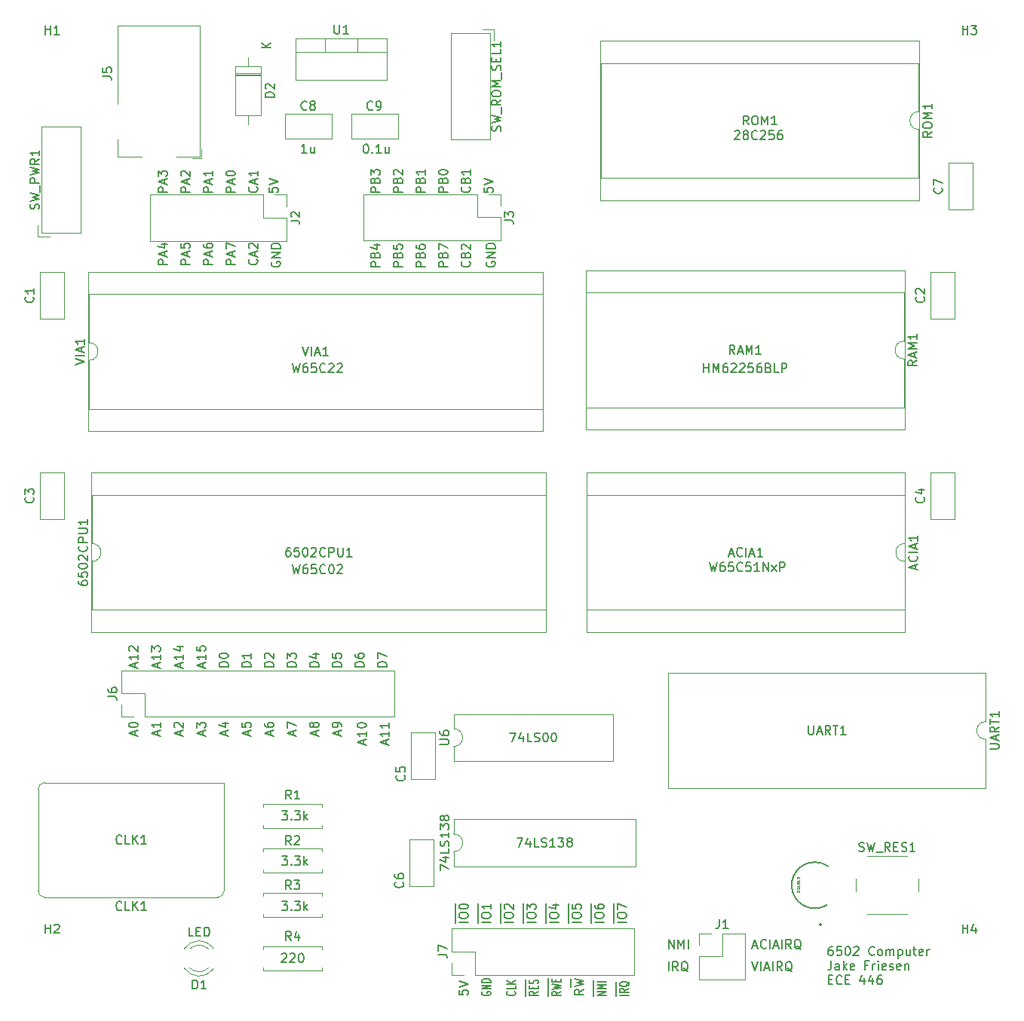
<source format=gbr>
%TF.GenerationSoftware,KiCad,Pcbnew,7.0.2*%
%TF.CreationDate,2023-05-29T20:29:47-07:00*%
%TF.ProjectId,Test6502_project,54657374-3635-4303-925f-70726f6a6563,rev?*%
%TF.SameCoordinates,Original*%
%TF.FileFunction,Legend,Top*%
%TF.FilePolarity,Positive*%
%FSLAX46Y46*%
G04 Gerber Fmt 4.6, Leading zero omitted, Abs format (unit mm)*
G04 Created by KiCad (PCBNEW 7.0.2) date 2023-05-29 20:29:47*
%MOMM*%
%LPD*%
G01*
G04 APERTURE LIST*
%ADD10C,0.150000*%
%ADD11C,0.078740*%
%ADD12C,0.120000*%
%ADD13C,0.152400*%
G04 APERTURE END LIST*
D10*
X108616666Y-124161619D02*
X108426190Y-124161619D01*
X108426190Y-124161619D02*
X108330952Y-124209238D01*
X108330952Y-124209238D02*
X108283333Y-124256857D01*
X108283333Y-124256857D02*
X108188095Y-124399714D01*
X108188095Y-124399714D02*
X108140476Y-124590190D01*
X108140476Y-124590190D02*
X108140476Y-124971142D01*
X108140476Y-124971142D02*
X108188095Y-125066380D01*
X108188095Y-125066380D02*
X108235714Y-125114000D01*
X108235714Y-125114000D02*
X108330952Y-125161619D01*
X108330952Y-125161619D02*
X108521428Y-125161619D01*
X108521428Y-125161619D02*
X108616666Y-125114000D01*
X108616666Y-125114000D02*
X108664285Y-125066380D01*
X108664285Y-125066380D02*
X108711904Y-124971142D01*
X108711904Y-124971142D02*
X108711904Y-124733047D01*
X108711904Y-124733047D02*
X108664285Y-124637809D01*
X108664285Y-124637809D02*
X108616666Y-124590190D01*
X108616666Y-124590190D02*
X108521428Y-124542571D01*
X108521428Y-124542571D02*
X108330952Y-124542571D01*
X108330952Y-124542571D02*
X108235714Y-124590190D01*
X108235714Y-124590190D02*
X108188095Y-124637809D01*
X108188095Y-124637809D02*
X108140476Y-124733047D01*
X109616666Y-124161619D02*
X109140476Y-124161619D01*
X109140476Y-124161619D02*
X109092857Y-124637809D01*
X109092857Y-124637809D02*
X109140476Y-124590190D01*
X109140476Y-124590190D02*
X109235714Y-124542571D01*
X109235714Y-124542571D02*
X109473809Y-124542571D01*
X109473809Y-124542571D02*
X109569047Y-124590190D01*
X109569047Y-124590190D02*
X109616666Y-124637809D01*
X109616666Y-124637809D02*
X109664285Y-124733047D01*
X109664285Y-124733047D02*
X109664285Y-124971142D01*
X109664285Y-124971142D02*
X109616666Y-125066380D01*
X109616666Y-125066380D02*
X109569047Y-125114000D01*
X109569047Y-125114000D02*
X109473809Y-125161619D01*
X109473809Y-125161619D02*
X109235714Y-125161619D01*
X109235714Y-125161619D02*
X109140476Y-125114000D01*
X109140476Y-125114000D02*
X109092857Y-125066380D01*
X110283333Y-124161619D02*
X110378571Y-124161619D01*
X110378571Y-124161619D02*
X110473809Y-124209238D01*
X110473809Y-124209238D02*
X110521428Y-124256857D01*
X110521428Y-124256857D02*
X110569047Y-124352095D01*
X110569047Y-124352095D02*
X110616666Y-124542571D01*
X110616666Y-124542571D02*
X110616666Y-124780666D01*
X110616666Y-124780666D02*
X110569047Y-124971142D01*
X110569047Y-124971142D02*
X110521428Y-125066380D01*
X110521428Y-125066380D02*
X110473809Y-125114000D01*
X110473809Y-125114000D02*
X110378571Y-125161619D01*
X110378571Y-125161619D02*
X110283333Y-125161619D01*
X110283333Y-125161619D02*
X110188095Y-125114000D01*
X110188095Y-125114000D02*
X110140476Y-125066380D01*
X110140476Y-125066380D02*
X110092857Y-124971142D01*
X110092857Y-124971142D02*
X110045238Y-124780666D01*
X110045238Y-124780666D02*
X110045238Y-124542571D01*
X110045238Y-124542571D02*
X110092857Y-124352095D01*
X110092857Y-124352095D02*
X110140476Y-124256857D01*
X110140476Y-124256857D02*
X110188095Y-124209238D01*
X110188095Y-124209238D02*
X110283333Y-124161619D01*
X110997619Y-124256857D02*
X111045238Y-124209238D01*
X111045238Y-124209238D02*
X111140476Y-124161619D01*
X111140476Y-124161619D02*
X111378571Y-124161619D01*
X111378571Y-124161619D02*
X111473809Y-124209238D01*
X111473809Y-124209238D02*
X111521428Y-124256857D01*
X111521428Y-124256857D02*
X111569047Y-124352095D01*
X111569047Y-124352095D02*
X111569047Y-124447333D01*
X111569047Y-124447333D02*
X111521428Y-124590190D01*
X111521428Y-124590190D02*
X110950000Y-125161619D01*
X110950000Y-125161619D02*
X111569047Y-125161619D01*
X113330952Y-125066380D02*
X113283333Y-125114000D01*
X113283333Y-125114000D02*
X113140476Y-125161619D01*
X113140476Y-125161619D02*
X113045238Y-125161619D01*
X113045238Y-125161619D02*
X112902381Y-125114000D01*
X112902381Y-125114000D02*
X112807143Y-125018761D01*
X112807143Y-125018761D02*
X112759524Y-124923523D01*
X112759524Y-124923523D02*
X112711905Y-124733047D01*
X112711905Y-124733047D02*
X112711905Y-124590190D01*
X112711905Y-124590190D02*
X112759524Y-124399714D01*
X112759524Y-124399714D02*
X112807143Y-124304476D01*
X112807143Y-124304476D02*
X112902381Y-124209238D01*
X112902381Y-124209238D02*
X113045238Y-124161619D01*
X113045238Y-124161619D02*
X113140476Y-124161619D01*
X113140476Y-124161619D02*
X113283333Y-124209238D01*
X113283333Y-124209238D02*
X113330952Y-124256857D01*
X113902381Y-125161619D02*
X113807143Y-125114000D01*
X113807143Y-125114000D02*
X113759524Y-125066380D01*
X113759524Y-125066380D02*
X113711905Y-124971142D01*
X113711905Y-124971142D02*
X113711905Y-124685428D01*
X113711905Y-124685428D02*
X113759524Y-124590190D01*
X113759524Y-124590190D02*
X113807143Y-124542571D01*
X113807143Y-124542571D02*
X113902381Y-124494952D01*
X113902381Y-124494952D02*
X114045238Y-124494952D01*
X114045238Y-124494952D02*
X114140476Y-124542571D01*
X114140476Y-124542571D02*
X114188095Y-124590190D01*
X114188095Y-124590190D02*
X114235714Y-124685428D01*
X114235714Y-124685428D02*
X114235714Y-124971142D01*
X114235714Y-124971142D02*
X114188095Y-125066380D01*
X114188095Y-125066380D02*
X114140476Y-125114000D01*
X114140476Y-125114000D02*
X114045238Y-125161619D01*
X114045238Y-125161619D02*
X113902381Y-125161619D01*
X114664286Y-125161619D02*
X114664286Y-124494952D01*
X114664286Y-124590190D02*
X114711905Y-124542571D01*
X114711905Y-124542571D02*
X114807143Y-124494952D01*
X114807143Y-124494952D02*
X114950000Y-124494952D01*
X114950000Y-124494952D02*
X115045238Y-124542571D01*
X115045238Y-124542571D02*
X115092857Y-124637809D01*
X115092857Y-124637809D02*
X115092857Y-125161619D01*
X115092857Y-124637809D02*
X115140476Y-124542571D01*
X115140476Y-124542571D02*
X115235714Y-124494952D01*
X115235714Y-124494952D02*
X115378571Y-124494952D01*
X115378571Y-124494952D02*
X115473810Y-124542571D01*
X115473810Y-124542571D02*
X115521429Y-124637809D01*
X115521429Y-124637809D02*
X115521429Y-125161619D01*
X115997619Y-124494952D02*
X115997619Y-125494952D01*
X115997619Y-124542571D02*
X116092857Y-124494952D01*
X116092857Y-124494952D02*
X116283333Y-124494952D01*
X116283333Y-124494952D02*
X116378571Y-124542571D01*
X116378571Y-124542571D02*
X116426190Y-124590190D01*
X116426190Y-124590190D02*
X116473809Y-124685428D01*
X116473809Y-124685428D02*
X116473809Y-124971142D01*
X116473809Y-124971142D02*
X116426190Y-125066380D01*
X116426190Y-125066380D02*
X116378571Y-125114000D01*
X116378571Y-125114000D02*
X116283333Y-125161619D01*
X116283333Y-125161619D02*
X116092857Y-125161619D01*
X116092857Y-125161619D02*
X115997619Y-125114000D01*
X117330952Y-124494952D02*
X117330952Y-125161619D01*
X116902381Y-124494952D02*
X116902381Y-125018761D01*
X116902381Y-125018761D02*
X116950000Y-125114000D01*
X116950000Y-125114000D02*
X117045238Y-125161619D01*
X117045238Y-125161619D02*
X117188095Y-125161619D01*
X117188095Y-125161619D02*
X117283333Y-125114000D01*
X117283333Y-125114000D02*
X117330952Y-125066380D01*
X117664286Y-124494952D02*
X118045238Y-124494952D01*
X117807143Y-124161619D02*
X117807143Y-125018761D01*
X117807143Y-125018761D02*
X117854762Y-125114000D01*
X117854762Y-125114000D02*
X117950000Y-125161619D01*
X117950000Y-125161619D02*
X118045238Y-125161619D01*
X118759524Y-125114000D02*
X118664286Y-125161619D01*
X118664286Y-125161619D02*
X118473810Y-125161619D01*
X118473810Y-125161619D02*
X118378572Y-125114000D01*
X118378572Y-125114000D02*
X118330953Y-125018761D01*
X118330953Y-125018761D02*
X118330953Y-124637809D01*
X118330953Y-124637809D02*
X118378572Y-124542571D01*
X118378572Y-124542571D02*
X118473810Y-124494952D01*
X118473810Y-124494952D02*
X118664286Y-124494952D01*
X118664286Y-124494952D02*
X118759524Y-124542571D01*
X118759524Y-124542571D02*
X118807143Y-124637809D01*
X118807143Y-124637809D02*
X118807143Y-124733047D01*
X118807143Y-124733047D02*
X118330953Y-124828285D01*
X119235715Y-125161619D02*
X119235715Y-124494952D01*
X119235715Y-124685428D02*
X119283334Y-124590190D01*
X119283334Y-124590190D02*
X119330953Y-124542571D01*
X119330953Y-124542571D02*
X119426191Y-124494952D01*
X119426191Y-124494952D02*
X119521429Y-124494952D01*
X108473809Y-125781619D02*
X108473809Y-126495904D01*
X108473809Y-126495904D02*
X108426190Y-126638761D01*
X108426190Y-126638761D02*
X108330952Y-126734000D01*
X108330952Y-126734000D02*
X108188095Y-126781619D01*
X108188095Y-126781619D02*
X108092857Y-126781619D01*
X109378571Y-126781619D02*
X109378571Y-126257809D01*
X109378571Y-126257809D02*
X109330952Y-126162571D01*
X109330952Y-126162571D02*
X109235714Y-126114952D01*
X109235714Y-126114952D02*
X109045238Y-126114952D01*
X109045238Y-126114952D02*
X108950000Y-126162571D01*
X109378571Y-126734000D02*
X109283333Y-126781619D01*
X109283333Y-126781619D02*
X109045238Y-126781619D01*
X109045238Y-126781619D02*
X108950000Y-126734000D01*
X108950000Y-126734000D02*
X108902381Y-126638761D01*
X108902381Y-126638761D02*
X108902381Y-126543523D01*
X108902381Y-126543523D02*
X108950000Y-126448285D01*
X108950000Y-126448285D02*
X109045238Y-126400666D01*
X109045238Y-126400666D02*
X109283333Y-126400666D01*
X109283333Y-126400666D02*
X109378571Y-126353047D01*
X109854762Y-126781619D02*
X109854762Y-125781619D01*
X109950000Y-126400666D02*
X110235714Y-126781619D01*
X110235714Y-126114952D02*
X109854762Y-126495904D01*
X111045238Y-126734000D02*
X110950000Y-126781619D01*
X110950000Y-126781619D02*
X110759524Y-126781619D01*
X110759524Y-126781619D02*
X110664286Y-126734000D01*
X110664286Y-126734000D02*
X110616667Y-126638761D01*
X110616667Y-126638761D02*
X110616667Y-126257809D01*
X110616667Y-126257809D02*
X110664286Y-126162571D01*
X110664286Y-126162571D02*
X110759524Y-126114952D01*
X110759524Y-126114952D02*
X110950000Y-126114952D01*
X110950000Y-126114952D02*
X111045238Y-126162571D01*
X111045238Y-126162571D02*
X111092857Y-126257809D01*
X111092857Y-126257809D02*
X111092857Y-126353047D01*
X111092857Y-126353047D02*
X110616667Y-126448285D01*
X112616667Y-126257809D02*
X112283334Y-126257809D01*
X112283334Y-126781619D02*
X112283334Y-125781619D01*
X112283334Y-125781619D02*
X112759524Y-125781619D01*
X113140477Y-126781619D02*
X113140477Y-126114952D01*
X113140477Y-126305428D02*
X113188096Y-126210190D01*
X113188096Y-126210190D02*
X113235715Y-126162571D01*
X113235715Y-126162571D02*
X113330953Y-126114952D01*
X113330953Y-126114952D02*
X113426191Y-126114952D01*
X113759525Y-126781619D02*
X113759525Y-126114952D01*
X113759525Y-125781619D02*
X113711906Y-125829238D01*
X113711906Y-125829238D02*
X113759525Y-125876857D01*
X113759525Y-125876857D02*
X113807144Y-125829238D01*
X113807144Y-125829238D02*
X113759525Y-125781619D01*
X113759525Y-125781619D02*
X113759525Y-125876857D01*
X114616667Y-126734000D02*
X114521429Y-126781619D01*
X114521429Y-126781619D02*
X114330953Y-126781619D01*
X114330953Y-126781619D02*
X114235715Y-126734000D01*
X114235715Y-126734000D02*
X114188096Y-126638761D01*
X114188096Y-126638761D02*
X114188096Y-126257809D01*
X114188096Y-126257809D02*
X114235715Y-126162571D01*
X114235715Y-126162571D02*
X114330953Y-126114952D01*
X114330953Y-126114952D02*
X114521429Y-126114952D01*
X114521429Y-126114952D02*
X114616667Y-126162571D01*
X114616667Y-126162571D02*
X114664286Y-126257809D01*
X114664286Y-126257809D02*
X114664286Y-126353047D01*
X114664286Y-126353047D02*
X114188096Y-126448285D01*
X115045239Y-126734000D02*
X115140477Y-126781619D01*
X115140477Y-126781619D02*
X115330953Y-126781619D01*
X115330953Y-126781619D02*
X115426191Y-126734000D01*
X115426191Y-126734000D02*
X115473810Y-126638761D01*
X115473810Y-126638761D02*
X115473810Y-126591142D01*
X115473810Y-126591142D02*
X115426191Y-126495904D01*
X115426191Y-126495904D02*
X115330953Y-126448285D01*
X115330953Y-126448285D02*
X115188096Y-126448285D01*
X115188096Y-126448285D02*
X115092858Y-126400666D01*
X115092858Y-126400666D02*
X115045239Y-126305428D01*
X115045239Y-126305428D02*
X115045239Y-126257809D01*
X115045239Y-126257809D02*
X115092858Y-126162571D01*
X115092858Y-126162571D02*
X115188096Y-126114952D01*
X115188096Y-126114952D02*
X115330953Y-126114952D01*
X115330953Y-126114952D02*
X115426191Y-126162571D01*
X116283334Y-126734000D02*
X116188096Y-126781619D01*
X116188096Y-126781619D02*
X115997620Y-126781619D01*
X115997620Y-126781619D02*
X115902382Y-126734000D01*
X115902382Y-126734000D02*
X115854763Y-126638761D01*
X115854763Y-126638761D02*
X115854763Y-126257809D01*
X115854763Y-126257809D02*
X115902382Y-126162571D01*
X115902382Y-126162571D02*
X115997620Y-126114952D01*
X115997620Y-126114952D02*
X116188096Y-126114952D01*
X116188096Y-126114952D02*
X116283334Y-126162571D01*
X116283334Y-126162571D02*
X116330953Y-126257809D01*
X116330953Y-126257809D02*
X116330953Y-126353047D01*
X116330953Y-126353047D02*
X115854763Y-126448285D01*
X116759525Y-126114952D02*
X116759525Y-126781619D01*
X116759525Y-126210190D02*
X116807144Y-126162571D01*
X116807144Y-126162571D02*
X116902382Y-126114952D01*
X116902382Y-126114952D02*
X117045239Y-126114952D01*
X117045239Y-126114952D02*
X117140477Y-126162571D01*
X117140477Y-126162571D02*
X117188096Y-126257809D01*
X117188096Y-126257809D02*
X117188096Y-126781619D01*
X108188095Y-127877809D02*
X108521428Y-127877809D01*
X108664285Y-128401619D02*
X108188095Y-128401619D01*
X108188095Y-128401619D02*
X108188095Y-127401619D01*
X108188095Y-127401619D02*
X108664285Y-127401619D01*
X109664285Y-128306380D02*
X109616666Y-128354000D01*
X109616666Y-128354000D02*
X109473809Y-128401619D01*
X109473809Y-128401619D02*
X109378571Y-128401619D01*
X109378571Y-128401619D02*
X109235714Y-128354000D01*
X109235714Y-128354000D02*
X109140476Y-128258761D01*
X109140476Y-128258761D02*
X109092857Y-128163523D01*
X109092857Y-128163523D02*
X109045238Y-127973047D01*
X109045238Y-127973047D02*
X109045238Y-127830190D01*
X109045238Y-127830190D02*
X109092857Y-127639714D01*
X109092857Y-127639714D02*
X109140476Y-127544476D01*
X109140476Y-127544476D02*
X109235714Y-127449238D01*
X109235714Y-127449238D02*
X109378571Y-127401619D01*
X109378571Y-127401619D02*
X109473809Y-127401619D01*
X109473809Y-127401619D02*
X109616666Y-127449238D01*
X109616666Y-127449238D02*
X109664285Y-127496857D01*
X110092857Y-127877809D02*
X110426190Y-127877809D01*
X110569047Y-128401619D02*
X110092857Y-128401619D01*
X110092857Y-128401619D02*
X110092857Y-127401619D01*
X110092857Y-127401619D02*
X110569047Y-127401619D01*
X112188095Y-127734952D02*
X112188095Y-128401619D01*
X111950000Y-127354000D02*
X111711905Y-128068285D01*
X111711905Y-128068285D02*
X112330952Y-128068285D01*
X113140476Y-127734952D02*
X113140476Y-128401619D01*
X112902381Y-127354000D02*
X112664286Y-128068285D01*
X112664286Y-128068285D02*
X113283333Y-128068285D01*
X114092857Y-127401619D02*
X113902381Y-127401619D01*
X113902381Y-127401619D02*
X113807143Y-127449238D01*
X113807143Y-127449238D02*
X113759524Y-127496857D01*
X113759524Y-127496857D02*
X113664286Y-127639714D01*
X113664286Y-127639714D02*
X113616667Y-127830190D01*
X113616667Y-127830190D02*
X113616667Y-128211142D01*
X113616667Y-128211142D02*
X113664286Y-128306380D01*
X113664286Y-128306380D02*
X113711905Y-128354000D01*
X113711905Y-128354000D02*
X113807143Y-128401619D01*
X113807143Y-128401619D02*
X113997619Y-128401619D01*
X113997619Y-128401619D02*
X114092857Y-128354000D01*
X114092857Y-128354000D02*
X114140476Y-128306380D01*
X114140476Y-128306380D02*
X114188095Y-128211142D01*
X114188095Y-128211142D02*
X114188095Y-127973047D01*
X114188095Y-127973047D02*
X114140476Y-127877809D01*
X114140476Y-127877809D02*
X114092857Y-127830190D01*
X114092857Y-127830190D02*
X113997619Y-127782571D01*
X113997619Y-127782571D02*
X113807143Y-127782571D01*
X113807143Y-127782571D02*
X113711905Y-127830190D01*
X113711905Y-127830190D02*
X113664286Y-127877809D01*
X113664286Y-127877809D02*
X113616667Y-127973047D01*
X45565904Y-100393523D02*
X45565904Y-99917333D01*
X45851619Y-100488761D02*
X44851619Y-100155428D01*
X44851619Y-100155428D02*
X45851619Y-99822095D01*
X44851619Y-99060190D02*
X44851619Y-99250666D01*
X44851619Y-99250666D02*
X44899238Y-99345904D01*
X44899238Y-99345904D02*
X44946857Y-99393523D01*
X44946857Y-99393523D02*
X45089714Y-99488761D01*
X45089714Y-99488761D02*
X45280190Y-99536380D01*
X45280190Y-99536380D02*
X45661142Y-99536380D01*
X45661142Y-99536380D02*
X45756380Y-99488761D01*
X45756380Y-99488761D02*
X45804000Y-99441142D01*
X45804000Y-99441142D02*
X45851619Y-99345904D01*
X45851619Y-99345904D02*
X45851619Y-99155428D01*
X45851619Y-99155428D02*
X45804000Y-99060190D01*
X45804000Y-99060190D02*
X45756380Y-99012571D01*
X45756380Y-99012571D02*
X45661142Y-98964952D01*
X45661142Y-98964952D02*
X45423047Y-98964952D01*
X45423047Y-98964952D02*
X45327809Y-99012571D01*
X45327809Y-99012571D02*
X45280190Y-99060190D01*
X45280190Y-99060190D02*
X45232571Y-99155428D01*
X45232571Y-99155428D02*
X45232571Y-99345904D01*
X45232571Y-99345904D02*
X45280190Y-99441142D01*
X45280190Y-99441142D02*
X45327809Y-99488761D01*
X45327809Y-99488761D02*
X45423047Y-99536380D01*
X58519904Y-101409523D02*
X58519904Y-100933333D01*
X58805619Y-101504761D02*
X57805619Y-101171428D01*
X57805619Y-101171428D02*
X58805619Y-100838095D01*
X58805619Y-99980952D02*
X58805619Y-100552380D01*
X58805619Y-100266666D02*
X57805619Y-100266666D01*
X57805619Y-100266666D02*
X57948476Y-100361904D01*
X57948476Y-100361904D02*
X58043714Y-100457142D01*
X58043714Y-100457142D02*
X58091333Y-100552380D01*
X58805619Y-99028571D02*
X58805619Y-99599999D01*
X58805619Y-99314285D02*
X57805619Y-99314285D01*
X57805619Y-99314285D02*
X57948476Y-99409523D01*
X57948476Y-99409523D02*
X58043714Y-99504761D01*
X58043714Y-99504761D02*
X58091333Y-99599999D01*
X90238095Y-126877619D02*
X90238095Y-125877619D01*
X91285713Y-126877619D02*
X90952380Y-126401428D01*
X90714285Y-126877619D02*
X90714285Y-125877619D01*
X90714285Y-125877619D02*
X91095237Y-125877619D01*
X91095237Y-125877619D02*
X91190475Y-125925238D01*
X91190475Y-125925238D02*
X91238094Y-125972857D01*
X91238094Y-125972857D02*
X91285713Y-126068095D01*
X91285713Y-126068095D02*
X91285713Y-126210952D01*
X91285713Y-126210952D02*
X91238094Y-126306190D01*
X91238094Y-126306190D02*
X91190475Y-126353809D01*
X91190475Y-126353809D02*
X91095237Y-126401428D01*
X91095237Y-126401428D02*
X90714285Y-126401428D01*
X92380951Y-126972857D02*
X92285713Y-126925238D01*
X92285713Y-126925238D02*
X92190475Y-126830000D01*
X92190475Y-126830000D02*
X92047618Y-126687142D01*
X92047618Y-126687142D02*
X91952380Y-126639523D01*
X91952380Y-126639523D02*
X91857142Y-126639523D01*
X91904761Y-126877619D02*
X91809523Y-126830000D01*
X91809523Y-126830000D02*
X91714285Y-126734761D01*
X91714285Y-126734761D02*
X91666666Y-126544285D01*
X91666666Y-126544285D02*
X91666666Y-126210952D01*
X91666666Y-126210952D02*
X91714285Y-126020476D01*
X91714285Y-126020476D02*
X91809523Y-125925238D01*
X91809523Y-125925238D02*
X91904761Y-125877619D01*
X91904761Y-125877619D02*
X92095237Y-125877619D01*
X92095237Y-125877619D02*
X92190475Y-125925238D01*
X92190475Y-125925238D02*
X92285713Y-126020476D01*
X92285713Y-126020476D02*
X92333332Y-126210952D01*
X92333332Y-126210952D02*
X92333332Y-126544285D01*
X92333332Y-126544285D02*
X92285713Y-126734761D01*
X92285713Y-126734761D02*
X92190475Y-126830000D01*
X92190475Y-126830000D02*
X92095237Y-126877619D01*
X92095237Y-126877619D02*
X91904761Y-126877619D01*
X65409619Y-39385904D02*
X64409619Y-39385904D01*
X64409619Y-39385904D02*
X64409619Y-39004952D01*
X64409619Y-39004952D02*
X64457238Y-38909714D01*
X64457238Y-38909714D02*
X64504857Y-38862095D01*
X64504857Y-38862095D02*
X64600095Y-38814476D01*
X64600095Y-38814476D02*
X64742952Y-38814476D01*
X64742952Y-38814476D02*
X64838190Y-38862095D01*
X64838190Y-38862095D02*
X64885809Y-38909714D01*
X64885809Y-38909714D02*
X64933428Y-39004952D01*
X64933428Y-39004952D02*
X64933428Y-39385904D01*
X64885809Y-38052571D02*
X64933428Y-37909714D01*
X64933428Y-37909714D02*
X64981047Y-37862095D01*
X64981047Y-37862095D02*
X65076285Y-37814476D01*
X65076285Y-37814476D02*
X65219142Y-37814476D01*
X65219142Y-37814476D02*
X65314380Y-37862095D01*
X65314380Y-37862095D02*
X65362000Y-37909714D01*
X65362000Y-37909714D02*
X65409619Y-38004952D01*
X65409619Y-38004952D02*
X65409619Y-38385904D01*
X65409619Y-38385904D02*
X64409619Y-38385904D01*
X64409619Y-38385904D02*
X64409619Y-38052571D01*
X64409619Y-38052571D02*
X64457238Y-37957333D01*
X64457238Y-37957333D02*
X64504857Y-37909714D01*
X64504857Y-37909714D02*
X64600095Y-37862095D01*
X64600095Y-37862095D02*
X64695333Y-37862095D01*
X64695333Y-37862095D02*
X64790571Y-37909714D01*
X64790571Y-37909714D02*
X64838190Y-37957333D01*
X64838190Y-37957333D02*
X64885809Y-38052571D01*
X64885809Y-38052571D02*
X64885809Y-38385904D01*
X64409619Y-37195428D02*
X64409619Y-37100190D01*
X64409619Y-37100190D02*
X64457238Y-37004952D01*
X64457238Y-37004952D02*
X64504857Y-36957333D01*
X64504857Y-36957333D02*
X64600095Y-36909714D01*
X64600095Y-36909714D02*
X64790571Y-36862095D01*
X64790571Y-36862095D02*
X65028666Y-36862095D01*
X65028666Y-36862095D02*
X65219142Y-36909714D01*
X65219142Y-36909714D02*
X65314380Y-36957333D01*
X65314380Y-36957333D02*
X65362000Y-37004952D01*
X65362000Y-37004952D02*
X65409619Y-37100190D01*
X65409619Y-37100190D02*
X65409619Y-37195428D01*
X65409619Y-37195428D02*
X65362000Y-37290666D01*
X65362000Y-37290666D02*
X65314380Y-37338285D01*
X65314380Y-37338285D02*
X65219142Y-37385904D01*
X65219142Y-37385904D02*
X65028666Y-37433523D01*
X65028666Y-37433523D02*
X64790571Y-37433523D01*
X64790571Y-37433523D02*
X64600095Y-37385904D01*
X64600095Y-37385904D02*
X64504857Y-37338285D01*
X64504857Y-37338285D02*
X64457238Y-37290666D01*
X64457238Y-37290666D02*
X64409619Y-37195428D01*
X43025904Y-100393523D02*
X43025904Y-99917333D01*
X43311619Y-100488761D02*
X42311619Y-100155428D01*
X42311619Y-100155428D02*
X43311619Y-99822095D01*
X42311619Y-99012571D02*
X42311619Y-99488761D01*
X42311619Y-99488761D02*
X42787809Y-99536380D01*
X42787809Y-99536380D02*
X42740190Y-99488761D01*
X42740190Y-99488761D02*
X42692571Y-99393523D01*
X42692571Y-99393523D02*
X42692571Y-99155428D01*
X42692571Y-99155428D02*
X42740190Y-99060190D01*
X42740190Y-99060190D02*
X42787809Y-99012571D01*
X42787809Y-99012571D02*
X42883047Y-98964952D01*
X42883047Y-98964952D02*
X43121142Y-98964952D01*
X43121142Y-98964952D02*
X43216380Y-99012571D01*
X43216380Y-99012571D02*
X43264000Y-99060190D01*
X43264000Y-99060190D02*
X43311619Y-99155428D01*
X43311619Y-99155428D02*
X43311619Y-99393523D01*
X43311619Y-99393523D02*
X43264000Y-99488761D01*
X43264000Y-99488761D02*
X43216380Y-99536380D01*
X70235619Y-121427904D02*
X69235619Y-121427904D01*
X69235619Y-120761238D02*
X69235619Y-120570762D01*
X69235619Y-120570762D02*
X69283238Y-120475524D01*
X69283238Y-120475524D02*
X69378476Y-120380286D01*
X69378476Y-120380286D02*
X69568952Y-120332667D01*
X69568952Y-120332667D02*
X69902285Y-120332667D01*
X69902285Y-120332667D02*
X70092761Y-120380286D01*
X70092761Y-120380286D02*
X70188000Y-120475524D01*
X70188000Y-120475524D02*
X70235619Y-120570762D01*
X70235619Y-120570762D02*
X70235619Y-120761238D01*
X70235619Y-120761238D02*
X70188000Y-120856476D01*
X70188000Y-120856476D02*
X70092761Y-120951714D01*
X70092761Y-120951714D02*
X69902285Y-120999333D01*
X69902285Y-120999333D02*
X69568952Y-120999333D01*
X69568952Y-120999333D02*
X69378476Y-120951714D01*
X69378476Y-120951714D02*
X69283238Y-120856476D01*
X69283238Y-120856476D02*
X69235619Y-120761238D01*
X70235619Y-119380286D02*
X70235619Y-119951714D01*
X70235619Y-119666000D02*
X69235619Y-119666000D01*
X69235619Y-119666000D02*
X69378476Y-119761238D01*
X69378476Y-119761238D02*
X69473714Y-119856476D01*
X69473714Y-119856476D02*
X69521333Y-119951714D01*
X68788000Y-121566000D02*
X68788000Y-119289810D01*
X48105904Y-100393523D02*
X48105904Y-99917333D01*
X48391619Y-100488761D02*
X47391619Y-100155428D01*
X47391619Y-100155428D02*
X48391619Y-99822095D01*
X47391619Y-99583999D02*
X47391619Y-98917333D01*
X47391619Y-98917333D02*
X48391619Y-99345904D01*
X85729619Y-129627333D02*
X84729619Y-129627333D01*
X85729619Y-128894000D02*
X85253428Y-129127333D01*
X85729619Y-129294000D02*
X84729619Y-129294000D01*
X84729619Y-129294000D02*
X84729619Y-129027333D01*
X84729619Y-129027333D02*
X84777238Y-128960667D01*
X84777238Y-128960667D02*
X84824857Y-128927333D01*
X84824857Y-128927333D02*
X84920095Y-128894000D01*
X84920095Y-128894000D02*
X85062952Y-128894000D01*
X85062952Y-128894000D02*
X85158190Y-128927333D01*
X85158190Y-128927333D02*
X85205809Y-128960667D01*
X85205809Y-128960667D02*
X85253428Y-129027333D01*
X85253428Y-129027333D02*
X85253428Y-129294000D01*
X85824857Y-128127333D02*
X85777238Y-128194000D01*
X85777238Y-128194000D02*
X85682000Y-128260667D01*
X85682000Y-128260667D02*
X85539142Y-128360667D01*
X85539142Y-128360667D02*
X85491523Y-128427333D01*
X85491523Y-128427333D02*
X85491523Y-128494000D01*
X85729619Y-128460667D02*
X85682000Y-128527333D01*
X85682000Y-128527333D02*
X85586761Y-128594000D01*
X85586761Y-128594000D02*
X85396285Y-128627333D01*
X85396285Y-128627333D02*
X85062952Y-128627333D01*
X85062952Y-128627333D02*
X84872476Y-128594000D01*
X84872476Y-128594000D02*
X84777238Y-128527333D01*
X84777238Y-128527333D02*
X84729619Y-128460667D01*
X84729619Y-128460667D02*
X84729619Y-128327333D01*
X84729619Y-128327333D02*
X84777238Y-128260667D01*
X84777238Y-128260667D02*
X84872476Y-128194000D01*
X84872476Y-128194000D02*
X85062952Y-128160667D01*
X85062952Y-128160667D02*
X85396285Y-128160667D01*
X85396285Y-128160667D02*
X85586761Y-128194000D01*
X85586761Y-128194000D02*
X85682000Y-128260667D01*
X85682000Y-128260667D02*
X85729619Y-128327333D01*
X85729619Y-128327333D02*
X85729619Y-128460667D01*
X84282000Y-129724000D02*
X84282000Y-128097334D01*
X30325904Y-100393523D02*
X30325904Y-99917333D01*
X30611619Y-100488761D02*
X29611619Y-100155428D01*
X29611619Y-100155428D02*
X30611619Y-99822095D01*
X29611619Y-99298285D02*
X29611619Y-99203047D01*
X29611619Y-99203047D02*
X29659238Y-99107809D01*
X29659238Y-99107809D02*
X29706857Y-99060190D01*
X29706857Y-99060190D02*
X29802095Y-99012571D01*
X29802095Y-99012571D02*
X29992571Y-98964952D01*
X29992571Y-98964952D02*
X30230666Y-98964952D01*
X30230666Y-98964952D02*
X30421142Y-99012571D01*
X30421142Y-99012571D02*
X30516380Y-99060190D01*
X30516380Y-99060190D02*
X30564000Y-99107809D01*
X30564000Y-99107809D02*
X30611619Y-99203047D01*
X30611619Y-99203047D02*
X30611619Y-99298285D01*
X30611619Y-99298285D02*
X30564000Y-99393523D01*
X30564000Y-99393523D02*
X30516380Y-99441142D01*
X30516380Y-99441142D02*
X30421142Y-99488761D01*
X30421142Y-99488761D02*
X30230666Y-99536380D01*
X30230666Y-99536380D02*
X29992571Y-99536380D01*
X29992571Y-99536380D02*
X29802095Y-99488761D01*
X29802095Y-99488761D02*
X29706857Y-99441142D01*
X29706857Y-99441142D02*
X29659238Y-99393523D01*
X29659238Y-99393523D02*
X29611619Y-99298285D01*
X58551619Y-92725904D02*
X57551619Y-92725904D01*
X57551619Y-92725904D02*
X57551619Y-92487809D01*
X57551619Y-92487809D02*
X57599238Y-92344952D01*
X57599238Y-92344952D02*
X57694476Y-92249714D01*
X57694476Y-92249714D02*
X57789714Y-92202095D01*
X57789714Y-92202095D02*
X57980190Y-92154476D01*
X57980190Y-92154476D02*
X58123047Y-92154476D01*
X58123047Y-92154476D02*
X58313523Y-92202095D01*
X58313523Y-92202095D02*
X58408761Y-92249714D01*
X58408761Y-92249714D02*
X58504000Y-92344952D01*
X58504000Y-92344952D02*
X58551619Y-92487809D01*
X58551619Y-92487809D02*
X58551619Y-92725904D01*
X57551619Y-91821142D02*
X57551619Y-91154476D01*
X57551619Y-91154476D02*
X58551619Y-91583047D01*
X77855619Y-121427904D02*
X76855619Y-121427904D01*
X76855619Y-120761238D02*
X76855619Y-120570762D01*
X76855619Y-120570762D02*
X76903238Y-120475524D01*
X76903238Y-120475524D02*
X76998476Y-120380286D01*
X76998476Y-120380286D02*
X77188952Y-120332667D01*
X77188952Y-120332667D02*
X77522285Y-120332667D01*
X77522285Y-120332667D02*
X77712761Y-120380286D01*
X77712761Y-120380286D02*
X77808000Y-120475524D01*
X77808000Y-120475524D02*
X77855619Y-120570762D01*
X77855619Y-120570762D02*
X77855619Y-120761238D01*
X77855619Y-120761238D02*
X77808000Y-120856476D01*
X77808000Y-120856476D02*
X77712761Y-120951714D01*
X77712761Y-120951714D02*
X77522285Y-120999333D01*
X77522285Y-120999333D02*
X77188952Y-120999333D01*
X77188952Y-120999333D02*
X76998476Y-120951714D01*
X76998476Y-120951714D02*
X76903238Y-120856476D01*
X76903238Y-120856476D02*
X76855619Y-120761238D01*
X77188952Y-119475524D02*
X77855619Y-119475524D01*
X76808000Y-119713619D02*
X77522285Y-119951714D01*
X77522285Y-119951714D02*
X77522285Y-119332667D01*
X76408000Y-121566000D02*
X76408000Y-119289810D01*
X41533619Y-39385904D02*
X40533619Y-39385904D01*
X40533619Y-39385904D02*
X40533619Y-39004952D01*
X40533619Y-39004952D02*
X40581238Y-38909714D01*
X40581238Y-38909714D02*
X40628857Y-38862095D01*
X40628857Y-38862095D02*
X40724095Y-38814476D01*
X40724095Y-38814476D02*
X40866952Y-38814476D01*
X40866952Y-38814476D02*
X40962190Y-38862095D01*
X40962190Y-38862095D02*
X41009809Y-38909714D01*
X41009809Y-38909714D02*
X41057428Y-39004952D01*
X41057428Y-39004952D02*
X41057428Y-39385904D01*
X41247904Y-38433523D02*
X41247904Y-37957333D01*
X41533619Y-38528761D02*
X40533619Y-38195428D01*
X40533619Y-38195428D02*
X41533619Y-37862095D01*
X40533619Y-37338285D02*
X40533619Y-37243047D01*
X40533619Y-37243047D02*
X40581238Y-37147809D01*
X40581238Y-37147809D02*
X40628857Y-37100190D01*
X40628857Y-37100190D02*
X40724095Y-37052571D01*
X40724095Y-37052571D02*
X40914571Y-37004952D01*
X40914571Y-37004952D02*
X41152666Y-37004952D01*
X41152666Y-37004952D02*
X41343142Y-37052571D01*
X41343142Y-37052571D02*
X41438380Y-37100190D01*
X41438380Y-37100190D02*
X41486000Y-37147809D01*
X41486000Y-37147809D02*
X41533619Y-37243047D01*
X41533619Y-37243047D02*
X41533619Y-37338285D01*
X41533619Y-37338285D02*
X41486000Y-37433523D01*
X41486000Y-37433523D02*
X41438380Y-37481142D01*
X41438380Y-37481142D02*
X41343142Y-37528761D01*
X41343142Y-37528761D02*
X41152666Y-37576380D01*
X41152666Y-37576380D02*
X40914571Y-37576380D01*
X40914571Y-37576380D02*
X40724095Y-37528761D01*
X40724095Y-37528761D02*
X40628857Y-37481142D01*
X40628857Y-37481142D02*
X40581238Y-37433523D01*
X40581238Y-37433523D02*
X40533619Y-37338285D01*
X35405904Y-92773523D02*
X35405904Y-92297333D01*
X35691619Y-92868761D02*
X34691619Y-92535428D01*
X34691619Y-92535428D02*
X35691619Y-92202095D01*
X35691619Y-91344952D02*
X35691619Y-91916380D01*
X35691619Y-91630666D02*
X34691619Y-91630666D01*
X34691619Y-91630666D02*
X34834476Y-91725904D01*
X34834476Y-91725904D02*
X34929714Y-91821142D01*
X34929714Y-91821142D02*
X34977333Y-91916380D01*
X35024952Y-90487809D02*
X35691619Y-90487809D01*
X34644000Y-90725904D02*
X35358285Y-90963999D01*
X35358285Y-90963999D02*
X35358285Y-90344952D01*
X67854380Y-38814476D02*
X67902000Y-38862095D01*
X67902000Y-38862095D02*
X67949619Y-39004952D01*
X67949619Y-39004952D02*
X67949619Y-39100190D01*
X67949619Y-39100190D02*
X67902000Y-39243047D01*
X67902000Y-39243047D02*
X67806761Y-39338285D01*
X67806761Y-39338285D02*
X67711523Y-39385904D01*
X67711523Y-39385904D02*
X67521047Y-39433523D01*
X67521047Y-39433523D02*
X67378190Y-39433523D01*
X67378190Y-39433523D02*
X67187714Y-39385904D01*
X67187714Y-39385904D02*
X67092476Y-39338285D01*
X67092476Y-39338285D02*
X66997238Y-39243047D01*
X66997238Y-39243047D02*
X66949619Y-39100190D01*
X66949619Y-39100190D02*
X66949619Y-39004952D01*
X66949619Y-39004952D02*
X66997238Y-38862095D01*
X66997238Y-38862095D02*
X67044857Y-38814476D01*
X67425809Y-38052571D02*
X67473428Y-37909714D01*
X67473428Y-37909714D02*
X67521047Y-37862095D01*
X67521047Y-37862095D02*
X67616285Y-37814476D01*
X67616285Y-37814476D02*
X67759142Y-37814476D01*
X67759142Y-37814476D02*
X67854380Y-37862095D01*
X67854380Y-37862095D02*
X67902000Y-37909714D01*
X67902000Y-37909714D02*
X67949619Y-38004952D01*
X67949619Y-38004952D02*
X67949619Y-38385904D01*
X67949619Y-38385904D02*
X66949619Y-38385904D01*
X66949619Y-38385904D02*
X66949619Y-38052571D01*
X66949619Y-38052571D02*
X66997238Y-37957333D01*
X66997238Y-37957333D02*
X67044857Y-37909714D01*
X67044857Y-37909714D02*
X67140095Y-37862095D01*
X67140095Y-37862095D02*
X67235333Y-37862095D01*
X67235333Y-37862095D02*
X67330571Y-37909714D01*
X67330571Y-37909714D02*
X67378190Y-37957333D01*
X67378190Y-37957333D02*
X67425809Y-38052571D01*
X67425809Y-38052571D02*
X67425809Y-38385904D01*
X67949619Y-36862095D02*
X67949619Y-37433523D01*
X67949619Y-37147809D02*
X66949619Y-37147809D01*
X66949619Y-37147809D02*
X67092476Y-37243047D01*
X67092476Y-37243047D02*
X67187714Y-37338285D01*
X67187714Y-37338285D02*
X67235333Y-37433523D01*
X56011619Y-92725904D02*
X55011619Y-92725904D01*
X55011619Y-92725904D02*
X55011619Y-92487809D01*
X55011619Y-92487809D02*
X55059238Y-92344952D01*
X55059238Y-92344952D02*
X55154476Y-92249714D01*
X55154476Y-92249714D02*
X55249714Y-92202095D01*
X55249714Y-92202095D02*
X55440190Y-92154476D01*
X55440190Y-92154476D02*
X55583047Y-92154476D01*
X55583047Y-92154476D02*
X55773523Y-92202095D01*
X55773523Y-92202095D02*
X55868761Y-92249714D01*
X55868761Y-92249714D02*
X55964000Y-92344952D01*
X55964000Y-92344952D02*
X56011619Y-92487809D01*
X56011619Y-92487809D02*
X56011619Y-92725904D01*
X55011619Y-91297333D02*
X55011619Y-91487809D01*
X55011619Y-91487809D02*
X55059238Y-91583047D01*
X55059238Y-91583047D02*
X55106857Y-91630666D01*
X55106857Y-91630666D02*
X55249714Y-91725904D01*
X55249714Y-91725904D02*
X55440190Y-91773523D01*
X55440190Y-91773523D02*
X55821142Y-91773523D01*
X55821142Y-91773523D02*
X55916380Y-91725904D01*
X55916380Y-91725904D02*
X55964000Y-91678285D01*
X55964000Y-91678285D02*
X56011619Y-91583047D01*
X56011619Y-91583047D02*
X56011619Y-91392571D01*
X56011619Y-91392571D02*
X55964000Y-91297333D01*
X55964000Y-91297333D02*
X55916380Y-91249714D01*
X55916380Y-91249714D02*
X55821142Y-91202095D01*
X55821142Y-91202095D02*
X55583047Y-91202095D01*
X55583047Y-91202095D02*
X55487809Y-91249714D01*
X55487809Y-91249714D02*
X55440190Y-91297333D01*
X55440190Y-91297333D02*
X55392571Y-91392571D01*
X55392571Y-91392571D02*
X55392571Y-91583047D01*
X55392571Y-91583047D02*
X55440190Y-91678285D01*
X55440190Y-91678285D02*
X55487809Y-91725904D01*
X55487809Y-91725904D02*
X55583047Y-91773523D01*
X60329619Y-39385904D02*
X59329619Y-39385904D01*
X59329619Y-39385904D02*
X59329619Y-39004952D01*
X59329619Y-39004952D02*
X59377238Y-38909714D01*
X59377238Y-38909714D02*
X59424857Y-38862095D01*
X59424857Y-38862095D02*
X59520095Y-38814476D01*
X59520095Y-38814476D02*
X59662952Y-38814476D01*
X59662952Y-38814476D02*
X59758190Y-38862095D01*
X59758190Y-38862095D02*
X59805809Y-38909714D01*
X59805809Y-38909714D02*
X59853428Y-39004952D01*
X59853428Y-39004952D02*
X59853428Y-39385904D01*
X59805809Y-38052571D02*
X59853428Y-37909714D01*
X59853428Y-37909714D02*
X59901047Y-37862095D01*
X59901047Y-37862095D02*
X59996285Y-37814476D01*
X59996285Y-37814476D02*
X60139142Y-37814476D01*
X60139142Y-37814476D02*
X60234380Y-37862095D01*
X60234380Y-37862095D02*
X60282000Y-37909714D01*
X60282000Y-37909714D02*
X60329619Y-38004952D01*
X60329619Y-38004952D02*
X60329619Y-38385904D01*
X60329619Y-38385904D02*
X59329619Y-38385904D01*
X59329619Y-38385904D02*
X59329619Y-38052571D01*
X59329619Y-38052571D02*
X59377238Y-37957333D01*
X59377238Y-37957333D02*
X59424857Y-37909714D01*
X59424857Y-37909714D02*
X59520095Y-37862095D01*
X59520095Y-37862095D02*
X59615333Y-37862095D01*
X59615333Y-37862095D02*
X59710571Y-37909714D01*
X59710571Y-37909714D02*
X59758190Y-37957333D01*
X59758190Y-37957333D02*
X59805809Y-38052571D01*
X59805809Y-38052571D02*
X59805809Y-38385904D01*
X59424857Y-37433523D02*
X59377238Y-37385904D01*
X59377238Y-37385904D02*
X59329619Y-37290666D01*
X59329619Y-37290666D02*
X59329619Y-37052571D01*
X59329619Y-37052571D02*
X59377238Y-36957333D01*
X59377238Y-36957333D02*
X59424857Y-36909714D01*
X59424857Y-36909714D02*
X59520095Y-36862095D01*
X59520095Y-36862095D02*
X59615333Y-36862095D01*
X59615333Y-36862095D02*
X59758190Y-36909714D01*
X59758190Y-36909714D02*
X60329619Y-37481142D01*
X60329619Y-37481142D02*
X60329619Y-36862095D01*
X37945904Y-92773523D02*
X37945904Y-92297333D01*
X38231619Y-92868761D02*
X37231619Y-92535428D01*
X37231619Y-92535428D02*
X38231619Y-92202095D01*
X38231619Y-91344952D02*
X38231619Y-91916380D01*
X38231619Y-91630666D02*
X37231619Y-91630666D01*
X37231619Y-91630666D02*
X37374476Y-91725904D01*
X37374476Y-91725904D02*
X37469714Y-91821142D01*
X37469714Y-91821142D02*
X37517333Y-91916380D01*
X37231619Y-90440190D02*
X37231619Y-90916380D01*
X37231619Y-90916380D02*
X37707809Y-90963999D01*
X37707809Y-90963999D02*
X37660190Y-90916380D01*
X37660190Y-90916380D02*
X37612571Y-90821142D01*
X37612571Y-90821142D02*
X37612571Y-90583047D01*
X37612571Y-90583047D02*
X37660190Y-90487809D01*
X37660190Y-90487809D02*
X37707809Y-90440190D01*
X37707809Y-90440190D02*
X37803047Y-90392571D01*
X37803047Y-90392571D02*
X38041142Y-90392571D01*
X38041142Y-90392571D02*
X38136380Y-90440190D01*
X38136380Y-90440190D02*
X38184000Y-90487809D01*
X38184000Y-90487809D02*
X38231619Y-90583047D01*
X38231619Y-90583047D02*
X38231619Y-90821142D01*
X38231619Y-90821142D02*
X38184000Y-90916380D01*
X38184000Y-90916380D02*
X38136380Y-90963999D01*
X78109619Y-129227333D02*
X77633428Y-129460666D01*
X78109619Y-129627333D02*
X77109619Y-129627333D01*
X77109619Y-129627333D02*
X77109619Y-129360666D01*
X77109619Y-129360666D02*
X77157238Y-129294000D01*
X77157238Y-129294000D02*
X77204857Y-129260666D01*
X77204857Y-129260666D02*
X77300095Y-129227333D01*
X77300095Y-129227333D02*
X77442952Y-129227333D01*
X77442952Y-129227333D02*
X77538190Y-129260666D01*
X77538190Y-129260666D02*
X77585809Y-129294000D01*
X77585809Y-129294000D02*
X77633428Y-129360666D01*
X77633428Y-129360666D02*
X77633428Y-129627333D01*
X77109619Y-128994000D02*
X78109619Y-128827333D01*
X78109619Y-128827333D02*
X77395333Y-128694000D01*
X77395333Y-128694000D02*
X78109619Y-128560666D01*
X78109619Y-128560666D02*
X77109619Y-128394000D01*
X77585809Y-128127333D02*
X77585809Y-127894000D01*
X78109619Y-127794000D02*
X78109619Y-128127333D01*
X78109619Y-128127333D02*
X77109619Y-128127333D01*
X77109619Y-128127333D02*
X77109619Y-127794000D01*
X76662000Y-129724000D02*
X76662000Y-127730667D01*
X32865904Y-100393523D02*
X32865904Y-99917333D01*
X33151619Y-100488761D02*
X32151619Y-100155428D01*
X32151619Y-100155428D02*
X33151619Y-99822095D01*
X33151619Y-98964952D02*
X33151619Y-99536380D01*
X33151619Y-99250666D02*
X32151619Y-99250666D01*
X32151619Y-99250666D02*
X32294476Y-99345904D01*
X32294476Y-99345904D02*
X32389714Y-99441142D01*
X32389714Y-99441142D02*
X32437333Y-99536380D01*
X43978380Y-38814476D02*
X44026000Y-38862095D01*
X44026000Y-38862095D02*
X44073619Y-39004952D01*
X44073619Y-39004952D02*
X44073619Y-39100190D01*
X44073619Y-39100190D02*
X44026000Y-39243047D01*
X44026000Y-39243047D02*
X43930761Y-39338285D01*
X43930761Y-39338285D02*
X43835523Y-39385904D01*
X43835523Y-39385904D02*
X43645047Y-39433523D01*
X43645047Y-39433523D02*
X43502190Y-39433523D01*
X43502190Y-39433523D02*
X43311714Y-39385904D01*
X43311714Y-39385904D02*
X43216476Y-39338285D01*
X43216476Y-39338285D02*
X43121238Y-39243047D01*
X43121238Y-39243047D02*
X43073619Y-39100190D01*
X43073619Y-39100190D02*
X43073619Y-39004952D01*
X43073619Y-39004952D02*
X43121238Y-38862095D01*
X43121238Y-38862095D02*
X43168857Y-38814476D01*
X43787904Y-38433523D02*
X43787904Y-37957333D01*
X44073619Y-38528761D02*
X43073619Y-38195428D01*
X43073619Y-38195428D02*
X44073619Y-37862095D01*
X44073619Y-37004952D02*
X44073619Y-37576380D01*
X44073619Y-37290666D02*
X43073619Y-37290666D01*
X43073619Y-37290666D02*
X43216476Y-37385904D01*
X43216476Y-37385904D02*
X43311714Y-37481142D01*
X43311714Y-37481142D02*
X43359333Y-37576380D01*
X69791238Y-47244095D02*
X69743619Y-47339333D01*
X69743619Y-47339333D02*
X69743619Y-47482190D01*
X69743619Y-47482190D02*
X69791238Y-47625047D01*
X69791238Y-47625047D02*
X69886476Y-47720285D01*
X69886476Y-47720285D02*
X69981714Y-47767904D01*
X69981714Y-47767904D02*
X70172190Y-47815523D01*
X70172190Y-47815523D02*
X70315047Y-47815523D01*
X70315047Y-47815523D02*
X70505523Y-47767904D01*
X70505523Y-47767904D02*
X70600761Y-47720285D01*
X70600761Y-47720285D02*
X70696000Y-47625047D01*
X70696000Y-47625047D02*
X70743619Y-47482190D01*
X70743619Y-47482190D02*
X70743619Y-47386952D01*
X70743619Y-47386952D02*
X70696000Y-47244095D01*
X70696000Y-47244095D02*
X70648380Y-47196476D01*
X70648380Y-47196476D02*
X70315047Y-47196476D01*
X70315047Y-47196476D02*
X70315047Y-47386952D01*
X70743619Y-46767904D02*
X69743619Y-46767904D01*
X69743619Y-46767904D02*
X70743619Y-46196476D01*
X70743619Y-46196476D02*
X69743619Y-46196476D01*
X70743619Y-45720285D02*
X69743619Y-45720285D01*
X69743619Y-45720285D02*
X69743619Y-45482190D01*
X69743619Y-45482190D02*
X69791238Y-45339333D01*
X69791238Y-45339333D02*
X69886476Y-45244095D01*
X69886476Y-45244095D02*
X69981714Y-45196476D01*
X69981714Y-45196476D02*
X70172190Y-45148857D01*
X70172190Y-45148857D02*
X70315047Y-45148857D01*
X70315047Y-45148857D02*
X70505523Y-45196476D01*
X70505523Y-45196476D02*
X70600761Y-45244095D01*
X70600761Y-45244095D02*
X70696000Y-45339333D01*
X70696000Y-45339333D02*
X70743619Y-45482190D01*
X70743619Y-45482190D02*
X70743619Y-45720285D01*
X69283238Y-129260666D02*
X69235619Y-129327333D01*
X69235619Y-129327333D02*
X69235619Y-129427333D01*
X69235619Y-129427333D02*
X69283238Y-129527333D01*
X69283238Y-129527333D02*
X69378476Y-129594000D01*
X69378476Y-129594000D02*
X69473714Y-129627333D01*
X69473714Y-129627333D02*
X69664190Y-129660666D01*
X69664190Y-129660666D02*
X69807047Y-129660666D01*
X69807047Y-129660666D02*
X69997523Y-129627333D01*
X69997523Y-129627333D02*
X70092761Y-129594000D01*
X70092761Y-129594000D02*
X70188000Y-129527333D01*
X70188000Y-129527333D02*
X70235619Y-129427333D01*
X70235619Y-129427333D02*
X70235619Y-129360666D01*
X70235619Y-129360666D02*
X70188000Y-129260666D01*
X70188000Y-129260666D02*
X70140380Y-129227333D01*
X70140380Y-129227333D02*
X69807047Y-129227333D01*
X69807047Y-129227333D02*
X69807047Y-129360666D01*
X70235619Y-128927333D02*
X69235619Y-128927333D01*
X69235619Y-128927333D02*
X70235619Y-128527333D01*
X70235619Y-128527333D02*
X69235619Y-128527333D01*
X70235619Y-128194000D02*
X69235619Y-128194000D01*
X69235619Y-128194000D02*
X69235619Y-128027333D01*
X69235619Y-128027333D02*
X69283238Y-127927333D01*
X69283238Y-127927333D02*
X69378476Y-127860667D01*
X69378476Y-127860667D02*
X69473714Y-127827333D01*
X69473714Y-127827333D02*
X69664190Y-127794000D01*
X69664190Y-127794000D02*
X69807047Y-127794000D01*
X69807047Y-127794000D02*
X69997523Y-127827333D01*
X69997523Y-127827333D02*
X70092761Y-127860667D01*
X70092761Y-127860667D02*
X70188000Y-127927333D01*
X70188000Y-127927333D02*
X70235619Y-128027333D01*
X70235619Y-128027333D02*
X70235619Y-128194000D01*
X69489619Y-38909714D02*
X69489619Y-39385904D01*
X69489619Y-39385904D02*
X69965809Y-39433523D01*
X69965809Y-39433523D02*
X69918190Y-39385904D01*
X69918190Y-39385904D02*
X69870571Y-39290666D01*
X69870571Y-39290666D02*
X69870571Y-39052571D01*
X69870571Y-39052571D02*
X69918190Y-38957333D01*
X69918190Y-38957333D02*
X69965809Y-38909714D01*
X69965809Y-38909714D02*
X70061047Y-38862095D01*
X70061047Y-38862095D02*
X70299142Y-38862095D01*
X70299142Y-38862095D02*
X70394380Y-38909714D01*
X70394380Y-38909714D02*
X70442000Y-38957333D01*
X70442000Y-38957333D02*
X70489619Y-39052571D01*
X70489619Y-39052571D02*
X70489619Y-39290666D01*
X70489619Y-39290666D02*
X70442000Y-39385904D01*
X70442000Y-39385904D02*
X70394380Y-39433523D01*
X69489619Y-38576380D02*
X70489619Y-38243047D01*
X70489619Y-38243047D02*
X69489619Y-37909714D01*
X75569619Y-129227333D02*
X75093428Y-129460666D01*
X75569619Y-129627333D02*
X74569619Y-129627333D01*
X74569619Y-129627333D02*
X74569619Y-129360666D01*
X74569619Y-129360666D02*
X74617238Y-129294000D01*
X74617238Y-129294000D02*
X74664857Y-129260666D01*
X74664857Y-129260666D02*
X74760095Y-129227333D01*
X74760095Y-129227333D02*
X74902952Y-129227333D01*
X74902952Y-129227333D02*
X74998190Y-129260666D01*
X74998190Y-129260666D02*
X75045809Y-129294000D01*
X75045809Y-129294000D02*
X75093428Y-129360666D01*
X75093428Y-129360666D02*
X75093428Y-129627333D01*
X75045809Y-128927333D02*
X75045809Y-128694000D01*
X75569619Y-128594000D02*
X75569619Y-128927333D01*
X75569619Y-128927333D02*
X74569619Y-128927333D01*
X74569619Y-128927333D02*
X74569619Y-128594000D01*
X75522000Y-128327333D02*
X75569619Y-128227333D01*
X75569619Y-128227333D02*
X75569619Y-128060667D01*
X75569619Y-128060667D02*
X75522000Y-127994000D01*
X75522000Y-127994000D02*
X75474380Y-127960667D01*
X75474380Y-127960667D02*
X75379142Y-127927333D01*
X75379142Y-127927333D02*
X75283904Y-127927333D01*
X75283904Y-127927333D02*
X75188666Y-127960667D01*
X75188666Y-127960667D02*
X75141047Y-127994000D01*
X75141047Y-127994000D02*
X75093428Y-128060667D01*
X75093428Y-128060667D02*
X75045809Y-128194000D01*
X75045809Y-128194000D02*
X74998190Y-128260667D01*
X74998190Y-128260667D02*
X74950571Y-128294000D01*
X74950571Y-128294000D02*
X74855333Y-128327333D01*
X74855333Y-128327333D02*
X74760095Y-128327333D01*
X74760095Y-128327333D02*
X74664857Y-128294000D01*
X74664857Y-128294000D02*
X74617238Y-128260667D01*
X74617238Y-128260667D02*
X74569619Y-128194000D01*
X74569619Y-128194000D02*
X74569619Y-128027333D01*
X74569619Y-128027333D02*
X74617238Y-127927333D01*
X74122000Y-129724000D02*
X74122000Y-127864000D01*
X48391619Y-92725904D02*
X47391619Y-92725904D01*
X47391619Y-92725904D02*
X47391619Y-92487809D01*
X47391619Y-92487809D02*
X47439238Y-92344952D01*
X47439238Y-92344952D02*
X47534476Y-92249714D01*
X47534476Y-92249714D02*
X47629714Y-92202095D01*
X47629714Y-92202095D02*
X47820190Y-92154476D01*
X47820190Y-92154476D02*
X47963047Y-92154476D01*
X47963047Y-92154476D02*
X48153523Y-92202095D01*
X48153523Y-92202095D02*
X48248761Y-92249714D01*
X48248761Y-92249714D02*
X48344000Y-92344952D01*
X48344000Y-92344952D02*
X48391619Y-92487809D01*
X48391619Y-92487809D02*
X48391619Y-92725904D01*
X47391619Y-91821142D02*
X47391619Y-91202095D01*
X47391619Y-91202095D02*
X47772571Y-91535428D01*
X47772571Y-91535428D02*
X47772571Y-91392571D01*
X47772571Y-91392571D02*
X47820190Y-91297333D01*
X47820190Y-91297333D02*
X47867809Y-91249714D01*
X47867809Y-91249714D02*
X47963047Y-91202095D01*
X47963047Y-91202095D02*
X48201142Y-91202095D01*
X48201142Y-91202095D02*
X48296380Y-91249714D01*
X48296380Y-91249714D02*
X48344000Y-91297333D01*
X48344000Y-91297333D02*
X48391619Y-91392571D01*
X48391619Y-91392571D02*
X48391619Y-91678285D01*
X48391619Y-91678285D02*
X48344000Y-91773523D01*
X48344000Y-91773523D02*
X48296380Y-91821142D01*
X38993619Y-39385904D02*
X37993619Y-39385904D01*
X37993619Y-39385904D02*
X37993619Y-39004952D01*
X37993619Y-39004952D02*
X38041238Y-38909714D01*
X38041238Y-38909714D02*
X38088857Y-38862095D01*
X38088857Y-38862095D02*
X38184095Y-38814476D01*
X38184095Y-38814476D02*
X38326952Y-38814476D01*
X38326952Y-38814476D02*
X38422190Y-38862095D01*
X38422190Y-38862095D02*
X38469809Y-38909714D01*
X38469809Y-38909714D02*
X38517428Y-39004952D01*
X38517428Y-39004952D02*
X38517428Y-39385904D01*
X38707904Y-38433523D02*
X38707904Y-37957333D01*
X38993619Y-38528761D02*
X37993619Y-38195428D01*
X37993619Y-38195428D02*
X38993619Y-37862095D01*
X38993619Y-37004952D02*
X38993619Y-37576380D01*
X38993619Y-37290666D02*
X37993619Y-37290666D01*
X37993619Y-37290666D02*
X38136476Y-37385904D01*
X38136476Y-37385904D02*
X38231714Y-37481142D01*
X38231714Y-37481142D02*
X38279333Y-37576380D01*
X80395619Y-121427904D02*
X79395619Y-121427904D01*
X79395619Y-120761238D02*
X79395619Y-120570762D01*
X79395619Y-120570762D02*
X79443238Y-120475524D01*
X79443238Y-120475524D02*
X79538476Y-120380286D01*
X79538476Y-120380286D02*
X79728952Y-120332667D01*
X79728952Y-120332667D02*
X80062285Y-120332667D01*
X80062285Y-120332667D02*
X80252761Y-120380286D01*
X80252761Y-120380286D02*
X80348000Y-120475524D01*
X80348000Y-120475524D02*
X80395619Y-120570762D01*
X80395619Y-120570762D02*
X80395619Y-120761238D01*
X80395619Y-120761238D02*
X80348000Y-120856476D01*
X80348000Y-120856476D02*
X80252761Y-120951714D01*
X80252761Y-120951714D02*
X80062285Y-120999333D01*
X80062285Y-120999333D02*
X79728952Y-120999333D01*
X79728952Y-120999333D02*
X79538476Y-120951714D01*
X79538476Y-120951714D02*
X79443238Y-120856476D01*
X79443238Y-120856476D02*
X79395619Y-120761238D01*
X79395619Y-119427905D02*
X79395619Y-119904095D01*
X79395619Y-119904095D02*
X79871809Y-119951714D01*
X79871809Y-119951714D02*
X79824190Y-119904095D01*
X79824190Y-119904095D02*
X79776571Y-119808857D01*
X79776571Y-119808857D02*
X79776571Y-119570762D01*
X79776571Y-119570762D02*
X79824190Y-119475524D01*
X79824190Y-119475524D02*
X79871809Y-119427905D01*
X79871809Y-119427905D02*
X79967047Y-119380286D01*
X79967047Y-119380286D02*
X80205142Y-119380286D01*
X80205142Y-119380286D02*
X80300380Y-119427905D01*
X80300380Y-119427905D02*
X80348000Y-119475524D01*
X80348000Y-119475524D02*
X80395619Y-119570762D01*
X80395619Y-119570762D02*
X80395619Y-119808857D01*
X80395619Y-119808857D02*
X80348000Y-119904095D01*
X80348000Y-119904095D02*
X80300380Y-119951714D01*
X78948000Y-121566000D02*
X78948000Y-119289810D01*
X37945904Y-100393523D02*
X37945904Y-99917333D01*
X38231619Y-100488761D02*
X37231619Y-100155428D01*
X37231619Y-100155428D02*
X38231619Y-99822095D01*
X37231619Y-99583999D02*
X37231619Y-98964952D01*
X37231619Y-98964952D02*
X37612571Y-99298285D01*
X37612571Y-99298285D02*
X37612571Y-99155428D01*
X37612571Y-99155428D02*
X37660190Y-99060190D01*
X37660190Y-99060190D02*
X37707809Y-99012571D01*
X37707809Y-99012571D02*
X37803047Y-98964952D01*
X37803047Y-98964952D02*
X38041142Y-98964952D01*
X38041142Y-98964952D02*
X38136380Y-99012571D01*
X38136380Y-99012571D02*
X38184000Y-99060190D01*
X38184000Y-99060190D02*
X38231619Y-99155428D01*
X38231619Y-99155428D02*
X38231619Y-99441142D01*
X38231619Y-99441142D02*
X38184000Y-99536380D01*
X38184000Y-99536380D02*
X38136380Y-99583999D01*
X43978380Y-46942476D02*
X44026000Y-46990095D01*
X44026000Y-46990095D02*
X44073619Y-47132952D01*
X44073619Y-47132952D02*
X44073619Y-47228190D01*
X44073619Y-47228190D02*
X44026000Y-47371047D01*
X44026000Y-47371047D02*
X43930761Y-47466285D01*
X43930761Y-47466285D02*
X43835523Y-47513904D01*
X43835523Y-47513904D02*
X43645047Y-47561523D01*
X43645047Y-47561523D02*
X43502190Y-47561523D01*
X43502190Y-47561523D02*
X43311714Y-47513904D01*
X43311714Y-47513904D02*
X43216476Y-47466285D01*
X43216476Y-47466285D02*
X43121238Y-47371047D01*
X43121238Y-47371047D02*
X43073619Y-47228190D01*
X43073619Y-47228190D02*
X43073619Y-47132952D01*
X43073619Y-47132952D02*
X43121238Y-46990095D01*
X43121238Y-46990095D02*
X43168857Y-46942476D01*
X43787904Y-46561523D02*
X43787904Y-46085333D01*
X44073619Y-46656761D02*
X43073619Y-46323428D01*
X43073619Y-46323428D02*
X44073619Y-45990095D01*
X43168857Y-45704380D02*
X43121238Y-45656761D01*
X43121238Y-45656761D02*
X43073619Y-45561523D01*
X43073619Y-45561523D02*
X43073619Y-45323428D01*
X43073619Y-45323428D02*
X43121238Y-45228190D01*
X43121238Y-45228190D02*
X43168857Y-45180571D01*
X43168857Y-45180571D02*
X43264095Y-45132952D01*
X43264095Y-45132952D02*
X43359333Y-45132952D01*
X43359333Y-45132952D02*
X43502190Y-45180571D01*
X43502190Y-45180571D02*
X44073619Y-45751999D01*
X44073619Y-45751999D02*
X44073619Y-45132952D01*
X67695619Y-121427904D02*
X66695619Y-121427904D01*
X66695619Y-120761238D02*
X66695619Y-120570762D01*
X66695619Y-120570762D02*
X66743238Y-120475524D01*
X66743238Y-120475524D02*
X66838476Y-120380286D01*
X66838476Y-120380286D02*
X67028952Y-120332667D01*
X67028952Y-120332667D02*
X67362285Y-120332667D01*
X67362285Y-120332667D02*
X67552761Y-120380286D01*
X67552761Y-120380286D02*
X67648000Y-120475524D01*
X67648000Y-120475524D02*
X67695619Y-120570762D01*
X67695619Y-120570762D02*
X67695619Y-120761238D01*
X67695619Y-120761238D02*
X67648000Y-120856476D01*
X67648000Y-120856476D02*
X67552761Y-120951714D01*
X67552761Y-120951714D02*
X67362285Y-120999333D01*
X67362285Y-120999333D02*
X67028952Y-120999333D01*
X67028952Y-120999333D02*
X66838476Y-120951714D01*
X66838476Y-120951714D02*
X66743238Y-120856476D01*
X66743238Y-120856476D02*
X66695619Y-120761238D01*
X66695619Y-119713619D02*
X66695619Y-119618381D01*
X66695619Y-119618381D02*
X66743238Y-119523143D01*
X66743238Y-119523143D02*
X66790857Y-119475524D01*
X66790857Y-119475524D02*
X66886095Y-119427905D01*
X66886095Y-119427905D02*
X67076571Y-119380286D01*
X67076571Y-119380286D02*
X67314666Y-119380286D01*
X67314666Y-119380286D02*
X67505142Y-119427905D01*
X67505142Y-119427905D02*
X67600380Y-119475524D01*
X67600380Y-119475524D02*
X67648000Y-119523143D01*
X67648000Y-119523143D02*
X67695619Y-119618381D01*
X67695619Y-119618381D02*
X67695619Y-119713619D01*
X67695619Y-119713619D02*
X67648000Y-119808857D01*
X67648000Y-119808857D02*
X67600380Y-119856476D01*
X67600380Y-119856476D02*
X67505142Y-119904095D01*
X67505142Y-119904095D02*
X67314666Y-119951714D01*
X67314666Y-119951714D02*
X67076571Y-119951714D01*
X67076571Y-119951714D02*
X66886095Y-119904095D01*
X66886095Y-119904095D02*
X66790857Y-119856476D01*
X66790857Y-119856476D02*
X66743238Y-119808857D01*
X66743238Y-119808857D02*
X66695619Y-119713619D01*
X66248000Y-121566000D02*
X66248000Y-119289810D01*
X53471619Y-92725904D02*
X52471619Y-92725904D01*
X52471619Y-92725904D02*
X52471619Y-92487809D01*
X52471619Y-92487809D02*
X52519238Y-92344952D01*
X52519238Y-92344952D02*
X52614476Y-92249714D01*
X52614476Y-92249714D02*
X52709714Y-92202095D01*
X52709714Y-92202095D02*
X52900190Y-92154476D01*
X52900190Y-92154476D02*
X53043047Y-92154476D01*
X53043047Y-92154476D02*
X53233523Y-92202095D01*
X53233523Y-92202095D02*
X53328761Y-92249714D01*
X53328761Y-92249714D02*
X53424000Y-92344952D01*
X53424000Y-92344952D02*
X53471619Y-92487809D01*
X53471619Y-92487809D02*
X53471619Y-92725904D01*
X52471619Y-91249714D02*
X52471619Y-91725904D01*
X52471619Y-91725904D02*
X52947809Y-91773523D01*
X52947809Y-91773523D02*
X52900190Y-91725904D01*
X52900190Y-91725904D02*
X52852571Y-91630666D01*
X52852571Y-91630666D02*
X52852571Y-91392571D01*
X52852571Y-91392571D02*
X52900190Y-91297333D01*
X52900190Y-91297333D02*
X52947809Y-91249714D01*
X52947809Y-91249714D02*
X53043047Y-91202095D01*
X53043047Y-91202095D02*
X53281142Y-91202095D01*
X53281142Y-91202095D02*
X53376380Y-91249714D01*
X53376380Y-91249714D02*
X53424000Y-91297333D01*
X53424000Y-91297333D02*
X53471619Y-91392571D01*
X53471619Y-91392571D02*
X53471619Y-91630666D01*
X53471619Y-91630666D02*
X53424000Y-91725904D01*
X53424000Y-91725904D02*
X53376380Y-91773523D01*
X36453619Y-47513904D02*
X35453619Y-47513904D01*
X35453619Y-47513904D02*
X35453619Y-47132952D01*
X35453619Y-47132952D02*
X35501238Y-47037714D01*
X35501238Y-47037714D02*
X35548857Y-46990095D01*
X35548857Y-46990095D02*
X35644095Y-46942476D01*
X35644095Y-46942476D02*
X35786952Y-46942476D01*
X35786952Y-46942476D02*
X35882190Y-46990095D01*
X35882190Y-46990095D02*
X35929809Y-47037714D01*
X35929809Y-47037714D02*
X35977428Y-47132952D01*
X35977428Y-47132952D02*
X35977428Y-47513904D01*
X36167904Y-46561523D02*
X36167904Y-46085333D01*
X36453619Y-46656761D02*
X35453619Y-46323428D01*
X35453619Y-46323428D02*
X36453619Y-45990095D01*
X35453619Y-45180571D02*
X35453619Y-45656761D01*
X35453619Y-45656761D02*
X35929809Y-45704380D01*
X35929809Y-45704380D02*
X35882190Y-45656761D01*
X35882190Y-45656761D02*
X35834571Y-45561523D01*
X35834571Y-45561523D02*
X35834571Y-45323428D01*
X35834571Y-45323428D02*
X35882190Y-45228190D01*
X35882190Y-45228190D02*
X35929809Y-45180571D01*
X35929809Y-45180571D02*
X36025047Y-45132952D01*
X36025047Y-45132952D02*
X36263142Y-45132952D01*
X36263142Y-45132952D02*
X36358380Y-45180571D01*
X36358380Y-45180571D02*
X36406000Y-45228190D01*
X36406000Y-45228190D02*
X36453619Y-45323428D01*
X36453619Y-45323428D02*
X36453619Y-45561523D01*
X36453619Y-45561523D02*
X36406000Y-45656761D01*
X36406000Y-45656761D02*
X36358380Y-45704380D01*
X99690476Y-124091904D02*
X100166666Y-124091904D01*
X99595238Y-124377619D02*
X99928571Y-123377619D01*
X99928571Y-123377619D02*
X100261904Y-124377619D01*
X101166666Y-124282380D02*
X101119047Y-124330000D01*
X101119047Y-124330000D02*
X100976190Y-124377619D01*
X100976190Y-124377619D02*
X100880952Y-124377619D01*
X100880952Y-124377619D02*
X100738095Y-124330000D01*
X100738095Y-124330000D02*
X100642857Y-124234761D01*
X100642857Y-124234761D02*
X100595238Y-124139523D01*
X100595238Y-124139523D02*
X100547619Y-123949047D01*
X100547619Y-123949047D02*
X100547619Y-123806190D01*
X100547619Y-123806190D02*
X100595238Y-123615714D01*
X100595238Y-123615714D02*
X100642857Y-123520476D01*
X100642857Y-123520476D02*
X100738095Y-123425238D01*
X100738095Y-123425238D02*
X100880952Y-123377619D01*
X100880952Y-123377619D02*
X100976190Y-123377619D01*
X100976190Y-123377619D02*
X101119047Y-123425238D01*
X101119047Y-123425238D02*
X101166666Y-123472857D01*
X101595238Y-124377619D02*
X101595238Y-123377619D01*
X102023809Y-124091904D02*
X102499999Y-124091904D01*
X101928571Y-124377619D02*
X102261904Y-123377619D01*
X102261904Y-123377619D02*
X102595237Y-124377619D01*
X102928571Y-124377619D02*
X102928571Y-123377619D01*
X103976189Y-124377619D02*
X103642856Y-123901428D01*
X103404761Y-124377619D02*
X103404761Y-123377619D01*
X103404761Y-123377619D02*
X103785713Y-123377619D01*
X103785713Y-123377619D02*
X103880951Y-123425238D01*
X103880951Y-123425238D02*
X103928570Y-123472857D01*
X103928570Y-123472857D02*
X103976189Y-123568095D01*
X103976189Y-123568095D02*
X103976189Y-123710952D01*
X103976189Y-123710952D02*
X103928570Y-123806190D01*
X103928570Y-123806190D02*
X103880951Y-123853809D01*
X103880951Y-123853809D02*
X103785713Y-123901428D01*
X103785713Y-123901428D02*
X103404761Y-123901428D01*
X105071427Y-124472857D02*
X104976189Y-124425238D01*
X104976189Y-124425238D02*
X104880951Y-124330000D01*
X104880951Y-124330000D02*
X104738094Y-124187142D01*
X104738094Y-124187142D02*
X104642856Y-124139523D01*
X104642856Y-124139523D02*
X104547618Y-124139523D01*
X104595237Y-124377619D02*
X104499999Y-124330000D01*
X104499999Y-124330000D02*
X104404761Y-124234761D01*
X104404761Y-124234761D02*
X104357142Y-124044285D01*
X104357142Y-124044285D02*
X104357142Y-123710952D01*
X104357142Y-123710952D02*
X104404761Y-123520476D01*
X104404761Y-123520476D02*
X104499999Y-123425238D01*
X104499999Y-123425238D02*
X104595237Y-123377619D01*
X104595237Y-123377619D02*
X104785713Y-123377619D01*
X104785713Y-123377619D02*
X104880951Y-123425238D01*
X104880951Y-123425238D02*
X104976189Y-123520476D01*
X104976189Y-123520476D02*
X105023808Y-123710952D01*
X105023808Y-123710952D02*
X105023808Y-124044285D01*
X105023808Y-124044285D02*
X104976189Y-124234761D01*
X104976189Y-124234761D02*
X104880951Y-124330000D01*
X104880951Y-124330000D02*
X104785713Y-124377619D01*
X104785713Y-124377619D02*
X104595237Y-124377619D01*
X35405904Y-100393523D02*
X35405904Y-99917333D01*
X35691619Y-100488761D02*
X34691619Y-100155428D01*
X34691619Y-100155428D02*
X35691619Y-99822095D01*
X34786857Y-99536380D02*
X34739238Y-99488761D01*
X34739238Y-99488761D02*
X34691619Y-99393523D01*
X34691619Y-99393523D02*
X34691619Y-99155428D01*
X34691619Y-99155428D02*
X34739238Y-99060190D01*
X34739238Y-99060190D02*
X34786857Y-99012571D01*
X34786857Y-99012571D02*
X34882095Y-98964952D01*
X34882095Y-98964952D02*
X34977333Y-98964952D01*
X34977333Y-98964952D02*
X35120190Y-99012571D01*
X35120190Y-99012571D02*
X35691619Y-99583999D01*
X35691619Y-99583999D02*
X35691619Y-98964952D01*
X82935619Y-121427904D02*
X81935619Y-121427904D01*
X81935619Y-120761238D02*
X81935619Y-120570762D01*
X81935619Y-120570762D02*
X81983238Y-120475524D01*
X81983238Y-120475524D02*
X82078476Y-120380286D01*
X82078476Y-120380286D02*
X82268952Y-120332667D01*
X82268952Y-120332667D02*
X82602285Y-120332667D01*
X82602285Y-120332667D02*
X82792761Y-120380286D01*
X82792761Y-120380286D02*
X82888000Y-120475524D01*
X82888000Y-120475524D02*
X82935619Y-120570762D01*
X82935619Y-120570762D02*
X82935619Y-120761238D01*
X82935619Y-120761238D02*
X82888000Y-120856476D01*
X82888000Y-120856476D02*
X82792761Y-120951714D01*
X82792761Y-120951714D02*
X82602285Y-120999333D01*
X82602285Y-120999333D02*
X82268952Y-120999333D01*
X82268952Y-120999333D02*
X82078476Y-120951714D01*
X82078476Y-120951714D02*
X81983238Y-120856476D01*
X81983238Y-120856476D02*
X81935619Y-120761238D01*
X81935619Y-119475524D02*
X81935619Y-119666000D01*
X81935619Y-119666000D02*
X81983238Y-119761238D01*
X81983238Y-119761238D02*
X82030857Y-119808857D01*
X82030857Y-119808857D02*
X82173714Y-119904095D01*
X82173714Y-119904095D02*
X82364190Y-119951714D01*
X82364190Y-119951714D02*
X82745142Y-119951714D01*
X82745142Y-119951714D02*
X82840380Y-119904095D01*
X82840380Y-119904095D02*
X82888000Y-119856476D01*
X82888000Y-119856476D02*
X82935619Y-119761238D01*
X82935619Y-119761238D02*
X82935619Y-119570762D01*
X82935619Y-119570762D02*
X82888000Y-119475524D01*
X82888000Y-119475524D02*
X82840380Y-119427905D01*
X82840380Y-119427905D02*
X82745142Y-119380286D01*
X82745142Y-119380286D02*
X82507047Y-119380286D01*
X82507047Y-119380286D02*
X82411809Y-119427905D01*
X82411809Y-119427905D02*
X82364190Y-119475524D01*
X82364190Y-119475524D02*
X82316571Y-119570762D01*
X82316571Y-119570762D02*
X82316571Y-119761238D01*
X82316571Y-119761238D02*
X82364190Y-119856476D01*
X82364190Y-119856476D02*
X82411809Y-119904095D01*
X82411809Y-119904095D02*
X82507047Y-119951714D01*
X81488000Y-121566000D02*
X81488000Y-119289810D01*
X62869619Y-39385904D02*
X61869619Y-39385904D01*
X61869619Y-39385904D02*
X61869619Y-39004952D01*
X61869619Y-39004952D02*
X61917238Y-38909714D01*
X61917238Y-38909714D02*
X61964857Y-38862095D01*
X61964857Y-38862095D02*
X62060095Y-38814476D01*
X62060095Y-38814476D02*
X62202952Y-38814476D01*
X62202952Y-38814476D02*
X62298190Y-38862095D01*
X62298190Y-38862095D02*
X62345809Y-38909714D01*
X62345809Y-38909714D02*
X62393428Y-39004952D01*
X62393428Y-39004952D02*
X62393428Y-39385904D01*
X62345809Y-38052571D02*
X62393428Y-37909714D01*
X62393428Y-37909714D02*
X62441047Y-37862095D01*
X62441047Y-37862095D02*
X62536285Y-37814476D01*
X62536285Y-37814476D02*
X62679142Y-37814476D01*
X62679142Y-37814476D02*
X62774380Y-37862095D01*
X62774380Y-37862095D02*
X62822000Y-37909714D01*
X62822000Y-37909714D02*
X62869619Y-38004952D01*
X62869619Y-38004952D02*
X62869619Y-38385904D01*
X62869619Y-38385904D02*
X61869619Y-38385904D01*
X61869619Y-38385904D02*
X61869619Y-38052571D01*
X61869619Y-38052571D02*
X61917238Y-37957333D01*
X61917238Y-37957333D02*
X61964857Y-37909714D01*
X61964857Y-37909714D02*
X62060095Y-37862095D01*
X62060095Y-37862095D02*
X62155333Y-37862095D01*
X62155333Y-37862095D02*
X62250571Y-37909714D01*
X62250571Y-37909714D02*
X62298190Y-37957333D01*
X62298190Y-37957333D02*
X62345809Y-38052571D01*
X62345809Y-38052571D02*
X62345809Y-38385904D01*
X62869619Y-36862095D02*
X62869619Y-37433523D01*
X62869619Y-37147809D02*
X61869619Y-37147809D01*
X61869619Y-37147809D02*
X62012476Y-37243047D01*
X62012476Y-37243047D02*
X62107714Y-37338285D01*
X62107714Y-37338285D02*
X62155333Y-37433523D01*
X45359619Y-38909714D02*
X45359619Y-39385904D01*
X45359619Y-39385904D02*
X45835809Y-39433523D01*
X45835809Y-39433523D02*
X45788190Y-39385904D01*
X45788190Y-39385904D02*
X45740571Y-39290666D01*
X45740571Y-39290666D02*
X45740571Y-39052571D01*
X45740571Y-39052571D02*
X45788190Y-38957333D01*
X45788190Y-38957333D02*
X45835809Y-38909714D01*
X45835809Y-38909714D02*
X45931047Y-38862095D01*
X45931047Y-38862095D02*
X46169142Y-38862095D01*
X46169142Y-38862095D02*
X46264380Y-38909714D01*
X46264380Y-38909714D02*
X46312000Y-38957333D01*
X46312000Y-38957333D02*
X46359619Y-39052571D01*
X46359619Y-39052571D02*
X46359619Y-39290666D01*
X46359619Y-39290666D02*
X46312000Y-39385904D01*
X46312000Y-39385904D02*
X46264380Y-39433523D01*
X45359619Y-38576380D02*
X46359619Y-38243047D01*
X46359619Y-38243047D02*
X45359619Y-37909714D01*
X57789619Y-47767904D02*
X56789619Y-47767904D01*
X56789619Y-47767904D02*
X56789619Y-47386952D01*
X56789619Y-47386952D02*
X56837238Y-47291714D01*
X56837238Y-47291714D02*
X56884857Y-47244095D01*
X56884857Y-47244095D02*
X56980095Y-47196476D01*
X56980095Y-47196476D02*
X57122952Y-47196476D01*
X57122952Y-47196476D02*
X57218190Y-47244095D01*
X57218190Y-47244095D02*
X57265809Y-47291714D01*
X57265809Y-47291714D02*
X57313428Y-47386952D01*
X57313428Y-47386952D02*
X57313428Y-47767904D01*
X57265809Y-46434571D02*
X57313428Y-46291714D01*
X57313428Y-46291714D02*
X57361047Y-46244095D01*
X57361047Y-46244095D02*
X57456285Y-46196476D01*
X57456285Y-46196476D02*
X57599142Y-46196476D01*
X57599142Y-46196476D02*
X57694380Y-46244095D01*
X57694380Y-46244095D02*
X57742000Y-46291714D01*
X57742000Y-46291714D02*
X57789619Y-46386952D01*
X57789619Y-46386952D02*
X57789619Y-46767904D01*
X57789619Y-46767904D02*
X56789619Y-46767904D01*
X56789619Y-46767904D02*
X56789619Y-46434571D01*
X56789619Y-46434571D02*
X56837238Y-46339333D01*
X56837238Y-46339333D02*
X56884857Y-46291714D01*
X56884857Y-46291714D02*
X56980095Y-46244095D01*
X56980095Y-46244095D02*
X57075333Y-46244095D01*
X57075333Y-46244095D02*
X57170571Y-46291714D01*
X57170571Y-46291714D02*
X57218190Y-46339333D01*
X57218190Y-46339333D02*
X57265809Y-46434571D01*
X57265809Y-46434571D02*
X57265809Y-46767904D01*
X57122952Y-45339333D02*
X57789619Y-45339333D01*
X56742000Y-45577428D02*
X57456285Y-45815523D01*
X57456285Y-45815523D02*
X57456285Y-45196476D01*
X33913619Y-47513904D02*
X32913619Y-47513904D01*
X32913619Y-47513904D02*
X32913619Y-47132952D01*
X32913619Y-47132952D02*
X32961238Y-47037714D01*
X32961238Y-47037714D02*
X33008857Y-46990095D01*
X33008857Y-46990095D02*
X33104095Y-46942476D01*
X33104095Y-46942476D02*
X33246952Y-46942476D01*
X33246952Y-46942476D02*
X33342190Y-46990095D01*
X33342190Y-46990095D02*
X33389809Y-47037714D01*
X33389809Y-47037714D02*
X33437428Y-47132952D01*
X33437428Y-47132952D02*
X33437428Y-47513904D01*
X33627904Y-46561523D02*
X33627904Y-46085333D01*
X33913619Y-46656761D02*
X32913619Y-46323428D01*
X32913619Y-46323428D02*
X33913619Y-45990095D01*
X33246952Y-45228190D02*
X33913619Y-45228190D01*
X32866000Y-45466285D02*
X33580285Y-45704380D01*
X33580285Y-45704380D02*
X33580285Y-45085333D01*
X62869619Y-47767904D02*
X61869619Y-47767904D01*
X61869619Y-47767904D02*
X61869619Y-47386952D01*
X61869619Y-47386952D02*
X61917238Y-47291714D01*
X61917238Y-47291714D02*
X61964857Y-47244095D01*
X61964857Y-47244095D02*
X62060095Y-47196476D01*
X62060095Y-47196476D02*
X62202952Y-47196476D01*
X62202952Y-47196476D02*
X62298190Y-47244095D01*
X62298190Y-47244095D02*
X62345809Y-47291714D01*
X62345809Y-47291714D02*
X62393428Y-47386952D01*
X62393428Y-47386952D02*
X62393428Y-47767904D01*
X62345809Y-46434571D02*
X62393428Y-46291714D01*
X62393428Y-46291714D02*
X62441047Y-46244095D01*
X62441047Y-46244095D02*
X62536285Y-46196476D01*
X62536285Y-46196476D02*
X62679142Y-46196476D01*
X62679142Y-46196476D02*
X62774380Y-46244095D01*
X62774380Y-46244095D02*
X62822000Y-46291714D01*
X62822000Y-46291714D02*
X62869619Y-46386952D01*
X62869619Y-46386952D02*
X62869619Y-46767904D01*
X62869619Y-46767904D02*
X61869619Y-46767904D01*
X61869619Y-46767904D02*
X61869619Y-46434571D01*
X61869619Y-46434571D02*
X61917238Y-46339333D01*
X61917238Y-46339333D02*
X61964857Y-46291714D01*
X61964857Y-46291714D02*
X62060095Y-46244095D01*
X62060095Y-46244095D02*
X62155333Y-46244095D01*
X62155333Y-46244095D02*
X62250571Y-46291714D01*
X62250571Y-46291714D02*
X62298190Y-46339333D01*
X62298190Y-46339333D02*
X62345809Y-46434571D01*
X62345809Y-46434571D02*
X62345809Y-46767904D01*
X61869619Y-45339333D02*
X61869619Y-45529809D01*
X61869619Y-45529809D02*
X61917238Y-45625047D01*
X61917238Y-45625047D02*
X61964857Y-45672666D01*
X61964857Y-45672666D02*
X62107714Y-45767904D01*
X62107714Y-45767904D02*
X62298190Y-45815523D01*
X62298190Y-45815523D02*
X62679142Y-45815523D01*
X62679142Y-45815523D02*
X62774380Y-45767904D01*
X62774380Y-45767904D02*
X62822000Y-45720285D01*
X62822000Y-45720285D02*
X62869619Y-45625047D01*
X62869619Y-45625047D02*
X62869619Y-45434571D01*
X62869619Y-45434571D02*
X62822000Y-45339333D01*
X62822000Y-45339333D02*
X62774380Y-45291714D01*
X62774380Y-45291714D02*
X62679142Y-45244095D01*
X62679142Y-45244095D02*
X62441047Y-45244095D01*
X62441047Y-45244095D02*
X62345809Y-45291714D01*
X62345809Y-45291714D02*
X62298190Y-45339333D01*
X62298190Y-45339333D02*
X62250571Y-45434571D01*
X62250571Y-45434571D02*
X62250571Y-45625047D01*
X62250571Y-45625047D02*
X62298190Y-45720285D01*
X62298190Y-45720285D02*
X62345809Y-45767904D01*
X62345809Y-45767904D02*
X62441047Y-45815523D01*
X55979904Y-101409523D02*
X55979904Y-100933333D01*
X56265619Y-101504761D02*
X55265619Y-101171428D01*
X55265619Y-101171428D02*
X56265619Y-100838095D01*
X56265619Y-99980952D02*
X56265619Y-100552380D01*
X56265619Y-100266666D02*
X55265619Y-100266666D01*
X55265619Y-100266666D02*
X55408476Y-100361904D01*
X55408476Y-100361904D02*
X55503714Y-100457142D01*
X55503714Y-100457142D02*
X55551333Y-100552380D01*
X55265619Y-99361904D02*
X55265619Y-99266666D01*
X55265619Y-99266666D02*
X55313238Y-99171428D01*
X55313238Y-99171428D02*
X55360857Y-99123809D01*
X55360857Y-99123809D02*
X55456095Y-99076190D01*
X55456095Y-99076190D02*
X55646571Y-99028571D01*
X55646571Y-99028571D02*
X55884666Y-99028571D01*
X55884666Y-99028571D02*
X56075142Y-99076190D01*
X56075142Y-99076190D02*
X56170380Y-99123809D01*
X56170380Y-99123809D02*
X56218000Y-99171428D01*
X56218000Y-99171428D02*
X56265619Y-99266666D01*
X56265619Y-99266666D02*
X56265619Y-99361904D01*
X56265619Y-99361904D02*
X56218000Y-99457142D01*
X56218000Y-99457142D02*
X56170380Y-99504761D01*
X56170380Y-99504761D02*
X56075142Y-99552380D01*
X56075142Y-99552380D02*
X55884666Y-99599999D01*
X55884666Y-99599999D02*
X55646571Y-99599999D01*
X55646571Y-99599999D02*
X55456095Y-99552380D01*
X55456095Y-99552380D02*
X55360857Y-99504761D01*
X55360857Y-99504761D02*
X55313238Y-99457142D01*
X55313238Y-99457142D02*
X55265619Y-99361904D01*
X40771619Y-92725904D02*
X39771619Y-92725904D01*
X39771619Y-92725904D02*
X39771619Y-92487809D01*
X39771619Y-92487809D02*
X39819238Y-92344952D01*
X39819238Y-92344952D02*
X39914476Y-92249714D01*
X39914476Y-92249714D02*
X40009714Y-92202095D01*
X40009714Y-92202095D02*
X40200190Y-92154476D01*
X40200190Y-92154476D02*
X40343047Y-92154476D01*
X40343047Y-92154476D02*
X40533523Y-92202095D01*
X40533523Y-92202095D02*
X40628761Y-92249714D01*
X40628761Y-92249714D02*
X40724000Y-92344952D01*
X40724000Y-92344952D02*
X40771619Y-92487809D01*
X40771619Y-92487809D02*
X40771619Y-92725904D01*
X39771619Y-91535428D02*
X39771619Y-91440190D01*
X39771619Y-91440190D02*
X39819238Y-91344952D01*
X39819238Y-91344952D02*
X39866857Y-91297333D01*
X39866857Y-91297333D02*
X39962095Y-91249714D01*
X39962095Y-91249714D02*
X40152571Y-91202095D01*
X40152571Y-91202095D02*
X40390666Y-91202095D01*
X40390666Y-91202095D02*
X40581142Y-91249714D01*
X40581142Y-91249714D02*
X40676380Y-91297333D01*
X40676380Y-91297333D02*
X40724000Y-91344952D01*
X40724000Y-91344952D02*
X40771619Y-91440190D01*
X40771619Y-91440190D02*
X40771619Y-91535428D01*
X40771619Y-91535428D02*
X40724000Y-91630666D01*
X40724000Y-91630666D02*
X40676380Y-91678285D01*
X40676380Y-91678285D02*
X40581142Y-91725904D01*
X40581142Y-91725904D02*
X40390666Y-91773523D01*
X40390666Y-91773523D02*
X40152571Y-91773523D01*
X40152571Y-91773523D02*
X39962095Y-91725904D01*
X39962095Y-91725904D02*
X39866857Y-91678285D01*
X39866857Y-91678285D02*
X39819238Y-91630666D01*
X39819238Y-91630666D02*
X39771619Y-91535428D01*
X38993619Y-47513904D02*
X37993619Y-47513904D01*
X37993619Y-47513904D02*
X37993619Y-47132952D01*
X37993619Y-47132952D02*
X38041238Y-47037714D01*
X38041238Y-47037714D02*
X38088857Y-46990095D01*
X38088857Y-46990095D02*
X38184095Y-46942476D01*
X38184095Y-46942476D02*
X38326952Y-46942476D01*
X38326952Y-46942476D02*
X38422190Y-46990095D01*
X38422190Y-46990095D02*
X38469809Y-47037714D01*
X38469809Y-47037714D02*
X38517428Y-47132952D01*
X38517428Y-47132952D02*
X38517428Y-47513904D01*
X38707904Y-46561523D02*
X38707904Y-46085333D01*
X38993619Y-46656761D02*
X37993619Y-46323428D01*
X37993619Y-46323428D02*
X38993619Y-45990095D01*
X37993619Y-45228190D02*
X37993619Y-45418666D01*
X37993619Y-45418666D02*
X38041238Y-45513904D01*
X38041238Y-45513904D02*
X38088857Y-45561523D01*
X38088857Y-45561523D02*
X38231714Y-45656761D01*
X38231714Y-45656761D02*
X38422190Y-45704380D01*
X38422190Y-45704380D02*
X38803142Y-45704380D01*
X38803142Y-45704380D02*
X38898380Y-45656761D01*
X38898380Y-45656761D02*
X38946000Y-45609142D01*
X38946000Y-45609142D02*
X38993619Y-45513904D01*
X38993619Y-45513904D02*
X38993619Y-45323428D01*
X38993619Y-45323428D02*
X38946000Y-45228190D01*
X38946000Y-45228190D02*
X38898380Y-45180571D01*
X38898380Y-45180571D02*
X38803142Y-45132952D01*
X38803142Y-45132952D02*
X38565047Y-45132952D01*
X38565047Y-45132952D02*
X38469809Y-45180571D01*
X38469809Y-45180571D02*
X38422190Y-45228190D01*
X38422190Y-45228190D02*
X38374571Y-45323428D01*
X38374571Y-45323428D02*
X38374571Y-45513904D01*
X38374571Y-45513904D02*
X38422190Y-45609142D01*
X38422190Y-45609142D02*
X38469809Y-45656761D01*
X38469809Y-45656761D02*
X38565047Y-45704380D01*
X75315619Y-121427904D02*
X74315619Y-121427904D01*
X74315619Y-120761238D02*
X74315619Y-120570762D01*
X74315619Y-120570762D02*
X74363238Y-120475524D01*
X74363238Y-120475524D02*
X74458476Y-120380286D01*
X74458476Y-120380286D02*
X74648952Y-120332667D01*
X74648952Y-120332667D02*
X74982285Y-120332667D01*
X74982285Y-120332667D02*
X75172761Y-120380286D01*
X75172761Y-120380286D02*
X75268000Y-120475524D01*
X75268000Y-120475524D02*
X75315619Y-120570762D01*
X75315619Y-120570762D02*
X75315619Y-120761238D01*
X75315619Y-120761238D02*
X75268000Y-120856476D01*
X75268000Y-120856476D02*
X75172761Y-120951714D01*
X75172761Y-120951714D02*
X74982285Y-120999333D01*
X74982285Y-120999333D02*
X74648952Y-120999333D01*
X74648952Y-120999333D02*
X74458476Y-120951714D01*
X74458476Y-120951714D02*
X74363238Y-120856476D01*
X74363238Y-120856476D02*
X74315619Y-120761238D01*
X74315619Y-119999333D02*
X74315619Y-119380286D01*
X74315619Y-119380286D02*
X74696571Y-119713619D01*
X74696571Y-119713619D02*
X74696571Y-119570762D01*
X74696571Y-119570762D02*
X74744190Y-119475524D01*
X74744190Y-119475524D02*
X74791809Y-119427905D01*
X74791809Y-119427905D02*
X74887047Y-119380286D01*
X74887047Y-119380286D02*
X75125142Y-119380286D01*
X75125142Y-119380286D02*
X75220380Y-119427905D01*
X75220380Y-119427905D02*
X75268000Y-119475524D01*
X75268000Y-119475524D02*
X75315619Y-119570762D01*
X75315619Y-119570762D02*
X75315619Y-119856476D01*
X75315619Y-119856476D02*
X75268000Y-119951714D01*
X75268000Y-119951714D02*
X75220380Y-119999333D01*
X73868000Y-121566000D02*
X73868000Y-119289810D01*
X72775619Y-121427904D02*
X71775619Y-121427904D01*
X71775619Y-120761238D02*
X71775619Y-120570762D01*
X71775619Y-120570762D02*
X71823238Y-120475524D01*
X71823238Y-120475524D02*
X71918476Y-120380286D01*
X71918476Y-120380286D02*
X72108952Y-120332667D01*
X72108952Y-120332667D02*
X72442285Y-120332667D01*
X72442285Y-120332667D02*
X72632761Y-120380286D01*
X72632761Y-120380286D02*
X72728000Y-120475524D01*
X72728000Y-120475524D02*
X72775619Y-120570762D01*
X72775619Y-120570762D02*
X72775619Y-120761238D01*
X72775619Y-120761238D02*
X72728000Y-120856476D01*
X72728000Y-120856476D02*
X72632761Y-120951714D01*
X72632761Y-120951714D02*
X72442285Y-120999333D01*
X72442285Y-120999333D02*
X72108952Y-120999333D01*
X72108952Y-120999333D02*
X71918476Y-120951714D01*
X71918476Y-120951714D02*
X71823238Y-120856476D01*
X71823238Y-120856476D02*
X71775619Y-120761238D01*
X71870857Y-119951714D02*
X71823238Y-119904095D01*
X71823238Y-119904095D02*
X71775619Y-119808857D01*
X71775619Y-119808857D02*
X71775619Y-119570762D01*
X71775619Y-119570762D02*
X71823238Y-119475524D01*
X71823238Y-119475524D02*
X71870857Y-119427905D01*
X71870857Y-119427905D02*
X71966095Y-119380286D01*
X71966095Y-119380286D02*
X72061333Y-119380286D01*
X72061333Y-119380286D02*
X72204190Y-119427905D01*
X72204190Y-119427905D02*
X72775619Y-119999333D01*
X72775619Y-119999333D02*
X72775619Y-119380286D01*
X71328000Y-121566000D02*
X71328000Y-119289810D01*
X66695619Y-129079714D02*
X66695619Y-129555904D01*
X66695619Y-129555904D02*
X67171809Y-129603523D01*
X67171809Y-129603523D02*
X67124190Y-129555904D01*
X67124190Y-129555904D02*
X67076571Y-129460666D01*
X67076571Y-129460666D02*
X67076571Y-129222571D01*
X67076571Y-129222571D02*
X67124190Y-129127333D01*
X67124190Y-129127333D02*
X67171809Y-129079714D01*
X67171809Y-129079714D02*
X67267047Y-129032095D01*
X67267047Y-129032095D02*
X67505142Y-129032095D01*
X67505142Y-129032095D02*
X67600380Y-129079714D01*
X67600380Y-129079714D02*
X67648000Y-129127333D01*
X67648000Y-129127333D02*
X67695619Y-129222571D01*
X67695619Y-129222571D02*
X67695619Y-129460666D01*
X67695619Y-129460666D02*
X67648000Y-129555904D01*
X67648000Y-129555904D02*
X67600380Y-129603523D01*
X66695619Y-128746380D02*
X67695619Y-128413047D01*
X67695619Y-128413047D02*
X66695619Y-128079714D01*
X80649619Y-128984476D02*
X80173428Y-129317809D01*
X80649619Y-129555904D02*
X79649619Y-129555904D01*
X79649619Y-129555904D02*
X79649619Y-129174952D01*
X79649619Y-129174952D02*
X79697238Y-129079714D01*
X79697238Y-129079714D02*
X79744857Y-129032095D01*
X79744857Y-129032095D02*
X79840095Y-128984476D01*
X79840095Y-128984476D02*
X79982952Y-128984476D01*
X79982952Y-128984476D02*
X80078190Y-129032095D01*
X80078190Y-129032095D02*
X80125809Y-129079714D01*
X80125809Y-129079714D02*
X80173428Y-129174952D01*
X80173428Y-129174952D02*
X80173428Y-129555904D01*
X79649619Y-128651142D02*
X80649619Y-128413047D01*
X80649619Y-128413047D02*
X79935333Y-128222571D01*
X79935333Y-128222571D02*
X80649619Y-128032095D01*
X80649619Y-128032095D02*
X79649619Y-127794000D01*
X79202000Y-128694000D02*
X79202000Y-127751143D01*
X85475619Y-121427904D02*
X84475619Y-121427904D01*
X84475619Y-120761238D02*
X84475619Y-120570762D01*
X84475619Y-120570762D02*
X84523238Y-120475524D01*
X84523238Y-120475524D02*
X84618476Y-120380286D01*
X84618476Y-120380286D02*
X84808952Y-120332667D01*
X84808952Y-120332667D02*
X85142285Y-120332667D01*
X85142285Y-120332667D02*
X85332761Y-120380286D01*
X85332761Y-120380286D02*
X85428000Y-120475524D01*
X85428000Y-120475524D02*
X85475619Y-120570762D01*
X85475619Y-120570762D02*
X85475619Y-120761238D01*
X85475619Y-120761238D02*
X85428000Y-120856476D01*
X85428000Y-120856476D02*
X85332761Y-120951714D01*
X85332761Y-120951714D02*
X85142285Y-120999333D01*
X85142285Y-120999333D02*
X84808952Y-120999333D01*
X84808952Y-120999333D02*
X84618476Y-120951714D01*
X84618476Y-120951714D02*
X84523238Y-120856476D01*
X84523238Y-120856476D02*
X84475619Y-120761238D01*
X84475619Y-119999333D02*
X84475619Y-119332667D01*
X84475619Y-119332667D02*
X85475619Y-119761238D01*
X84028000Y-121566000D02*
X84028000Y-119289810D01*
X99595238Y-125877619D02*
X99928571Y-126877619D01*
X99928571Y-126877619D02*
X100261904Y-125877619D01*
X100595238Y-126877619D02*
X100595238Y-125877619D01*
X101023809Y-126591904D02*
X101499999Y-126591904D01*
X100928571Y-126877619D02*
X101261904Y-125877619D01*
X101261904Y-125877619D02*
X101595237Y-126877619D01*
X101928571Y-126877619D02*
X101928571Y-125877619D01*
X102976189Y-126877619D02*
X102642856Y-126401428D01*
X102404761Y-126877619D02*
X102404761Y-125877619D01*
X102404761Y-125877619D02*
X102785713Y-125877619D01*
X102785713Y-125877619D02*
X102880951Y-125925238D01*
X102880951Y-125925238D02*
X102928570Y-125972857D01*
X102928570Y-125972857D02*
X102976189Y-126068095D01*
X102976189Y-126068095D02*
X102976189Y-126210952D01*
X102976189Y-126210952D02*
X102928570Y-126306190D01*
X102928570Y-126306190D02*
X102880951Y-126353809D01*
X102880951Y-126353809D02*
X102785713Y-126401428D01*
X102785713Y-126401428D02*
X102404761Y-126401428D01*
X104071427Y-126972857D02*
X103976189Y-126925238D01*
X103976189Y-126925238D02*
X103880951Y-126830000D01*
X103880951Y-126830000D02*
X103738094Y-126687142D01*
X103738094Y-126687142D02*
X103642856Y-126639523D01*
X103642856Y-126639523D02*
X103547618Y-126639523D01*
X103595237Y-126877619D02*
X103499999Y-126830000D01*
X103499999Y-126830000D02*
X103404761Y-126734761D01*
X103404761Y-126734761D02*
X103357142Y-126544285D01*
X103357142Y-126544285D02*
X103357142Y-126210952D01*
X103357142Y-126210952D02*
X103404761Y-126020476D01*
X103404761Y-126020476D02*
X103499999Y-125925238D01*
X103499999Y-125925238D02*
X103595237Y-125877619D01*
X103595237Y-125877619D02*
X103785713Y-125877619D01*
X103785713Y-125877619D02*
X103880951Y-125925238D01*
X103880951Y-125925238D02*
X103976189Y-126020476D01*
X103976189Y-126020476D02*
X104023808Y-126210952D01*
X104023808Y-126210952D02*
X104023808Y-126544285D01*
X104023808Y-126544285D02*
X103976189Y-126734761D01*
X103976189Y-126734761D02*
X103880951Y-126830000D01*
X103880951Y-126830000D02*
X103785713Y-126877619D01*
X103785713Y-126877619D02*
X103595237Y-126877619D01*
X32865904Y-92773523D02*
X32865904Y-92297333D01*
X33151619Y-92868761D02*
X32151619Y-92535428D01*
X32151619Y-92535428D02*
X33151619Y-92202095D01*
X33151619Y-91344952D02*
X33151619Y-91916380D01*
X33151619Y-91630666D02*
X32151619Y-91630666D01*
X32151619Y-91630666D02*
X32294476Y-91725904D01*
X32294476Y-91725904D02*
X32389714Y-91821142D01*
X32389714Y-91821142D02*
X32437333Y-91916380D01*
X32151619Y-91011618D02*
X32151619Y-90392571D01*
X32151619Y-90392571D02*
X32532571Y-90725904D01*
X32532571Y-90725904D02*
X32532571Y-90583047D01*
X32532571Y-90583047D02*
X32580190Y-90487809D01*
X32580190Y-90487809D02*
X32627809Y-90440190D01*
X32627809Y-90440190D02*
X32723047Y-90392571D01*
X32723047Y-90392571D02*
X32961142Y-90392571D01*
X32961142Y-90392571D02*
X33056380Y-90440190D01*
X33056380Y-90440190D02*
X33104000Y-90487809D01*
X33104000Y-90487809D02*
X33151619Y-90583047D01*
X33151619Y-90583047D02*
X33151619Y-90868761D01*
X33151619Y-90868761D02*
X33104000Y-90963999D01*
X33104000Y-90963999D02*
X33056380Y-91011618D01*
X57789619Y-39385904D02*
X56789619Y-39385904D01*
X56789619Y-39385904D02*
X56789619Y-39004952D01*
X56789619Y-39004952D02*
X56837238Y-38909714D01*
X56837238Y-38909714D02*
X56884857Y-38862095D01*
X56884857Y-38862095D02*
X56980095Y-38814476D01*
X56980095Y-38814476D02*
X57122952Y-38814476D01*
X57122952Y-38814476D02*
X57218190Y-38862095D01*
X57218190Y-38862095D02*
X57265809Y-38909714D01*
X57265809Y-38909714D02*
X57313428Y-39004952D01*
X57313428Y-39004952D02*
X57313428Y-39385904D01*
X57265809Y-38052571D02*
X57313428Y-37909714D01*
X57313428Y-37909714D02*
X57361047Y-37862095D01*
X57361047Y-37862095D02*
X57456285Y-37814476D01*
X57456285Y-37814476D02*
X57599142Y-37814476D01*
X57599142Y-37814476D02*
X57694380Y-37862095D01*
X57694380Y-37862095D02*
X57742000Y-37909714D01*
X57742000Y-37909714D02*
X57789619Y-38004952D01*
X57789619Y-38004952D02*
X57789619Y-38385904D01*
X57789619Y-38385904D02*
X56789619Y-38385904D01*
X56789619Y-38385904D02*
X56789619Y-38052571D01*
X56789619Y-38052571D02*
X56837238Y-37957333D01*
X56837238Y-37957333D02*
X56884857Y-37909714D01*
X56884857Y-37909714D02*
X56980095Y-37862095D01*
X56980095Y-37862095D02*
X57075333Y-37862095D01*
X57075333Y-37862095D02*
X57170571Y-37909714D01*
X57170571Y-37909714D02*
X57218190Y-37957333D01*
X57218190Y-37957333D02*
X57265809Y-38052571D01*
X57265809Y-38052571D02*
X57265809Y-38385904D01*
X56789619Y-37481142D02*
X56789619Y-36862095D01*
X56789619Y-36862095D02*
X57170571Y-37195428D01*
X57170571Y-37195428D02*
X57170571Y-37052571D01*
X57170571Y-37052571D02*
X57218190Y-36957333D01*
X57218190Y-36957333D02*
X57265809Y-36909714D01*
X57265809Y-36909714D02*
X57361047Y-36862095D01*
X57361047Y-36862095D02*
X57599142Y-36862095D01*
X57599142Y-36862095D02*
X57694380Y-36909714D01*
X57694380Y-36909714D02*
X57742000Y-36957333D01*
X57742000Y-36957333D02*
X57789619Y-37052571D01*
X57789619Y-37052571D02*
X57789619Y-37338285D01*
X57789619Y-37338285D02*
X57742000Y-37433523D01*
X57742000Y-37433523D02*
X57694380Y-37481142D01*
X43311619Y-92725904D02*
X42311619Y-92725904D01*
X42311619Y-92725904D02*
X42311619Y-92487809D01*
X42311619Y-92487809D02*
X42359238Y-92344952D01*
X42359238Y-92344952D02*
X42454476Y-92249714D01*
X42454476Y-92249714D02*
X42549714Y-92202095D01*
X42549714Y-92202095D02*
X42740190Y-92154476D01*
X42740190Y-92154476D02*
X42883047Y-92154476D01*
X42883047Y-92154476D02*
X43073523Y-92202095D01*
X43073523Y-92202095D02*
X43168761Y-92249714D01*
X43168761Y-92249714D02*
X43264000Y-92344952D01*
X43264000Y-92344952D02*
X43311619Y-92487809D01*
X43311619Y-92487809D02*
X43311619Y-92725904D01*
X43311619Y-91202095D02*
X43311619Y-91773523D01*
X43311619Y-91487809D02*
X42311619Y-91487809D01*
X42311619Y-91487809D02*
X42454476Y-91583047D01*
X42454476Y-91583047D02*
X42549714Y-91678285D01*
X42549714Y-91678285D02*
X42597333Y-91773523D01*
X50931619Y-92725904D02*
X49931619Y-92725904D01*
X49931619Y-92725904D02*
X49931619Y-92487809D01*
X49931619Y-92487809D02*
X49979238Y-92344952D01*
X49979238Y-92344952D02*
X50074476Y-92249714D01*
X50074476Y-92249714D02*
X50169714Y-92202095D01*
X50169714Y-92202095D02*
X50360190Y-92154476D01*
X50360190Y-92154476D02*
X50503047Y-92154476D01*
X50503047Y-92154476D02*
X50693523Y-92202095D01*
X50693523Y-92202095D02*
X50788761Y-92249714D01*
X50788761Y-92249714D02*
X50884000Y-92344952D01*
X50884000Y-92344952D02*
X50931619Y-92487809D01*
X50931619Y-92487809D02*
X50931619Y-92725904D01*
X50264952Y-91297333D02*
X50931619Y-91297333D01*
X49884000Y-91535428D02*
X50598285Y-91773523D01*
X50598285Y-91773523D02*
X50598285Y-91154476D01*
X33913619Y-39385904D02*
X32913619Y-39385904D01*
X32913619Y-39385904D02*
X32913619Y-39004952D01*
X32913619Y-39004952D02*
X32961238Y-38909714D01*
X32961238Y-38909714D02*
X33008857Y-38862095D01*
X33008857Y-38862095D02*
X33104095Y-38814476D01*
X33104095Y-38814476D02*
X33246952Y-38814476D01*
X33246952Y-38814476D02*
X33342190Y-38862095D01*
X33342190Y-38862095D02*
X33389809Y-38909714D01*
X33389809Y-38909714D02*
X33437428Y-39004952D01*
X33437428Y-39004952D02*
X33437428Y-39385904D01*
X33627904Y-38433523D02*
X33627904Y-37957333D01*
X33913619Y-38528761D02*
X32913619Y-38195428D01*
X32913619Y-38195428D02*
X33913619Y-37862095D01*
X32913619Y-37623999D02*
X32913619Y-37004952D01*
X32913619Y-37004952D02*
X33294571Y-37338285D01*
X33294571Y-37338285D02*
X33294571Y-37195428D01*
X33294571Y-37195428D02*
X33342190Y-37100190D01*
X33342190Y-37100190D02*
X33389809Y-37052571D01*
X33389809Y-37052571D02*
X33485047Y-37004952D01*
X33485047Y-37004952D02*
X33723142Y-37004952D01*
X33723142Y-37004952D02*
X33818380Y-37052571D01*
X33818380Y-37052571D02*
X33866000Y-37100190D01*
X33866000Y-37100190D02*
X33913619Y-37195428D01*
X33913619Y-37195428D02*
X33913619Y-37481142D01*
X33913619Y-37481142D02*
X33866000Y-37576380D01*
X33866000Y-37576380D02*
X33818380Y-37623999D01*
X41533619Y-47513904D02*
X40533619Y-47513904D01*
X40533619Y-47513904D02*
X40533619Y-47132952D01*
X40533619Y-47132952D02*
X40581238Y-47037714D01*
X40581238Y-47037714D02*
X40628857Y-46990095D01*
X40628857Y-46990095D02*
X40724095Y-46942476D01*
X40724095Y-46942476D02*
X40866952Y-46942476D01*
X40866952Y-46942476D02*
X40962190Y-46990095D01*
X40962190Y-46990095D02*
X41009809Y-47037714D01*
X41009809Y-47037714D02*
X41057428Y-47132952D01*
X41057428Y-47132952D02*
X41057428Y-47513904D01*
X41247904Y-46561523D02*
X41247904Y-46085333D01*
X41533619Y-46656761D02*
X40533619Y-46323428D01*
X40533619Y-46323428D02*
X41533619Y-45990095D01*
X40533619Y-45751999D02*
X40533619Y-45085333D01*
X40533619Y-45085333D02*
X41533619Y-45513904D01*
X30325904Y-92773523D02*
X30325904Y-92297333D01*
X30611619Y-92868761D02*
X29611619Y-92535428D01*
X29611619Y-92535428D02*
X30611619Y-92202095D01*
X30611619Y-91344952D02*
X30611619Y-91916380D01*
X30611619Y-91630666D02*
X29611619Y-91630666D01*
X29611619Y-91630666D02*
X29754476Y-91725904D01*
X29754476Y-91725904D02*
X29849714Y-91821142D01*
X29849714Y-91821142D02*
X29897333Y-91916380D01*
X29706857Y-90963999D02*
X29659238Y-90916380D01*
X29659238Y-90916380D02*
X29611619Y-90821142D01*
X29611619Y-90821142D02*
X29611619Y-90583047D01*
X29611619Y-90583047D02*
X29659238Y-90487809D01*
X29659238Y-90487809D02*
X29706857Y-90440190D01*
X29706857Y-90440190D02*
X29802095Y-90392571D01*
X29802095Y-90392571D02*
X29897333Y-90392571D01*
X29897333Y-90392571D02*
X30040190Y-90440190D01*
X30040190Y-90440190D02*
X30611619Y-91011618D01*
X30611619Y-91011618D02*
X30611619Y-90392571D01*
X60329619Y-47767904D02*
X59329619Y-47767904D01*
X59329619Y-47767904D02*
X59329619Y-47386952D01*
X59329619Y-47386952D02*
X59377238Y-47291714D01*
X59377238Y-47291714D02*
X59424857Y-47244095D01*
X59424857Y-47244095D02*
X59520095Y-47196476D01*
X59520095Y-47196476D02*
X59662952Y-47196476D01*
X59662952Y-47196476D02*
X59758190Y-47244095D01*
X59758190Y-47244095D02*
X59805809Y-47291714D01*
X59805809Y-47291714D02*
X59853428Y-47386952D01*
X59853428Y-47386952D02*
X59853428Y-47767904D01*
X59805809Y-46434571D02*
X59853428Y-46291714D01*
X59853428Y-46291714D02*
X59901047Y-46244095D01*
X59901047Y-46244095D02*
X59996285Y-46196476D01*
X59996285Y-46196476D02*
X60139142Y-46196476D01*
X60139142Y-46196476D02*
X60234380Y-46244095D01*
X60234380Y-46244095D02*
X60282000Y-46291714D01*
X60282000Y-46291714D02*
X60329619Y-46386952D01*
X60329619Y-46386952D02*
X60329619Y-46767904D01*
X60329619Y-46767904D02*
X59329619Y-46767904D01*
X59329619Y-46767904D02*
X59329619Y-46434571D01*
X59329619Y-46434571D02*
X59377238Y-46339333D01*
X59377238Y-46339333D02*
X59424857Y-46291714D01*
X59424857Y-46291714D02*
X59520095Y-46244095D01*
X59520095Y-46244095D02*
X59615333Y-46244095D01*
X59615333Y-46244095D02*
X59710571Y-46291714D01*
X59710571Y-46291714D02*
X59758190Y-46339333D01*
X59758190Y-46339333D02*
X59805809Y-46434571D01*
X59805809Y-46434571D02*
X59805809Y-46767904D01*
X59329619Y-45291714D02*
X59329619Y-45767904D01*
X59329619Y-45767904D02*
X59805809Y-45815523D01*
X59805809Y-45815523D02*
X59758190Y-45767904D01*
X59758190Y-45767904D02*
X59710571Y-45672666D01*
X59710571Y-45672666D02*
X59710571Y-45434571D01*
X59710571Y-45434571D02*
X59758190Y-45339333D01*
X59758190Y-45339333D02*
X59805809Y-45291714D01*
X59805809Y-45291714D02*
X59901047Y-45244095D01*
X59901047Y-45244095D02*
X60139142Y-45244095D01*
X60139142Y-45244095D02*
X60234380Y-45291714D01*
X60234380Y-45291714D02*
X60282000Y-45339333D01*
X60282000Y-45339333D02*
X60329619Y-45434571D01*
X60329619Y-45434571D02*
X60329619Y-45672666D01*
X60329619Y-45672666D02*
X60282000Y-45767904D01*
X60282000Y-45767904D02*
X60234380Y-45815523D01*
X83189619Y-129627333D02*
X82189619Y-129627333D01*
X82189619Y-129627333D02*
X83189619Y-129227333D01*
X83189619Y-129227333D02*
X82189619Y-129227333D01*
X83189619Y-128894000D02*
X82189619Y-128894000D01*
X82189619Y-128894000D02*
X82903904Y-128660667D01*
X82903904Y-128660667D02*
X82189619Y-128427333D01*
X82189619Y-128427333D02*
X83189619Y-128427333D01*
X83189619Y-128094000D02*
X82189619Y-128094000D01*
X81742000Y-129724000D02*
X81742000Y-127997334D01*
X67854380Y-47196476D02*
X67902000Y-47244095D01*
X67902000Y-47244095D02*
X67949619Y-47386952D01*
X67949619Y-47386952D02*
X67949619Y-47482190D01*
X67949619Y-47482190D02*
X67902000Y-47625047D01*
X67902000Y-47625047D02*
X67806761Y-47720285D01*
X67806761Y-47720285D02*
X67711523Y-47767904D01*
X67711523Y-47767904D02*
X67521047Y-47815523D01*
X67521047Y-47815523D02*
X67378190Y-47815523D01*
X67378190Y-47815523D02*
X67187714Y-47767904D01*
X67187714Y-47767904D02*
X67092476Y-47720285D01*
X67092476Y-47720285D02*
X66997238Y-47625047D01*
X66997238Y-47625047D02*
X66949619Y-47482190D01*
X66949619Y-47482190D02*
X66949619Y-47386952D01*
X66949619Y-47386952D02*
X66997238Y-47244095D01*
X66997238Y-47244095D02*
X67044857Y-47196476D01*
X67425809Y-46434571D02*
X67473428Y-46291714D01*
X67473428Y-46291714D02*
X67521047Y-46244095D01*
X67521047Y-46244095D02*
X67616285Y-46196476D01*
X67616285Y-46196476D02*
X67759142Y-46196476D01*
X67759142Y-46196476D02*
X67854380Y-46244095D01*
X67854380Y-46244095D02*
X67902000Y-46291714D01*
X67902000Y-46291714D02*
X67949619Y-46386952D01*
X67949619Y-46386952D02*
X67949619Y-46767904D01*
X67949619Y-46767904D02*
X66949619Y-46767904D01*
X66949619Y-46767904D02*
X66949619Y-46434571D01*
X66949619Y-46434571D02*
X66997238Y-46339333D01*
X66997238Y-46339333D02*
X67044857Y-46291714D01*
X67044857Y-46291714D02*
X67140095Y-46244095D01*
X67140095Y-46244095D02*
X67235333Y-46244095D01*
X67235333Y-46244095D02*
X67330571Y-46291714D01*
X67330571Y-46291714D02*
X67378190Y-46339333D01*
X67378190Y-46339333D02*
X67425809Y-46434571D01*
X67425809Y-46434571D02*
X67425809Y-46767904D01*
X67044857Y-45815523D02*
X66997238Y-45767904D01*
X66997238Y-45767904D02*
X66949619Y-45672666D01*
X66949619Y-45672666D02*
X66949619Y-45434571D01*
X66949619Y-45434571D02*
X66997238Y-45339333D01*
X66997238Y-45339333D02*
X67044857Y-45291714D01*
X67044857Y-45291714D02*
X67140095Y-45244095D01*
X67140095Y-45244095D02*
X67235333Y-45244095D01*
X67235333Y-45244095D02*
X67378190Y-45291714D01*
X67378190Y-45291714D02*
X67949619Y-45863142D01*
X67949619Y-45863142D02*
X67949619Y-45244095D01*
X65409619Y-47767904D02*
X64409619Y-47767904D01*
X64409619Y-47767904D02*
X64409619Y-47386952D01*
X64409619Y-47386952D02*
X64457238Y-47291714D01*
X64457238Y-47291714D02*
X64504857Y-47244095D01*
X64504857Y-47244095D02*
X64600095Y-47196476D01*
X64600095Y-47196476D02*
X64742952Y-47196476D01*
X64742952Y-47196476D02*
X64838190Y-47244095D01*
X64838190Y-47244095D02*
X64885809Y-47291714D01*
X64885809Y-47291714D02*
X64933428Y-47386952D01*
X64933428Y-47386952D02*
X64933428Y-47767904D01*
X64885809Y-46434571D02*
X64933428Y-46291714D01*
X64933428Y-46291714D02*
X64981047Y-46244095D01*
X64981047Y-46244095D02*
X65076285Y-46196476D01*
X65076285Y-46196476D02*
X65219142Y-46196476D01*
X65219142Y-46196476D02*
X65314380Y-46244095D01*
X65314380Y-46244095D02*
X65362000Y-46291714D01*
X65362000Y-46291714D02*
X65409619Y-46386952D01*
X65409619Y-46386952D02*
X65409619Y-46767904D01*
X65409619Y-46767904D02*
X64409619Y-46767904D01*
X64409619Y-46767904D02*
X64409619Y-46434571D01*
X64409619Y-46434571D02*
X64457238Y-46339333D01*
X64457238Y-46339333D02*
X64504857Y-46291714D01*
X64504857Y-46291714D02*
X64600095Y-46244095D01*
X64600095Y-46244095D02*
X64695333Y-46244095D01*
X64695333Y-46244095D02*
X64790571Y-46291714D01*
X64790571Y-46291714D02*
X64838190Y-46339333D01*
X64838190Y-46339333D02*
X64885809Y-46434571D01*
X64885809Y-46434571D02*
X64885809Y-46767904D01*
X64409619Y-45863142D02*
X64409619Y-45196476D01*
X64409619Y-45196476D02*
X65409619Y-45625047D01*
X40485904Y-100393523D02*
X40485904Y-99917333D01*
X40771619Y-100488761D02*
X39771619Y-100155428D01*
X39771619Y-100155428D02*
X40771619Y-99822095D01*
X40104952Y-99060190D02*
X40771619Y-99060190D01*
X39724000Y-99298285D02*
X40438285Y-99536380D01*
X40438285Y-99536380D02*
X40438285Y-98917333D01*
X45851619Y-92725904D02*
X44851619Y-92725904D01*
X44851619Y-92725904D02*
X44851619Y-92487809D01*
X44851619Y-92487809D02*
X44899238Y-92344952D01*
X44899238Y-92344952D02*
X44994476Y-92249714D01*
X44994476Y-92249714D02*
X45089714Y-92202095D01*
X45089714Y-92202095D02*
X45280190Y-92154476D01*
X45280190Y-92154476D02*
X45423047Y-92154476D01*
X45423047Y-92154476D02*
X45613523Y-92202095D01*
X45613523Y-92202095D02*
X45708761Y-92249714D01*
X45708761Y-92249714D02*
X45804000Y-92344952D01*
X45804000Y-92344952D02*
X45851619Y-92487809D01*
X45851619Y-92487809D02*
X45851619Y-92725904D01*
X44946857Y-91773523D02*
X44899238Y-91725904D01*
X44899238Y-91725904D02*
X44851619Y-91630666D01*
X44851619Y-91630666D02*
X44851619Y-91392571D01*
X44851619Y-91392571D02*
X44899238Y-91297333D01*
X44899238Y-91297333D02*
X44946857Y-91249714D01*
X44946857Y-91249714D02*
X45042095Y-91202095D01*
X45042095Y-91202095D02*
X45137333Y-91202095D01*
X45137333Y-91202095D02*
X45280190Y-91249714D01*
X45280190Y-91249714D02*
X45851619Y-91821142D01*
X45851619Y-91821142D02*
X45851619Y-91202095D01*
X53185904Y-100393523D02*
X53185904Y-99917333D01*
X53471619Y-100488761D02*
X52471619Y-100155428D01*
X52471619Y-100155428D02*
X53471619Y-99822095D01*
X53471619Y-99441142D02*
X53471619Y-99250666D01*
X53471619Y-99250666D02*
X53424000Y-99155428D01*
X53424000Y-99155428D02*
X53376380Y-99107809D01*
X53376380Y-99107809D02*
X53233523Y-99012571D01*
X53233523Y-99012571D02*
X53043047Y-98964952D01*
X53043047Y-98964952D02*
X52662095Y-98964952D01*
X52662095Y-98964952D02*
X52566857Y-99012571D01*
X52566857Y-99012571D02*
X52519238Y-99060190D01*
X52519238Y-99060190D02*
X52471619Y-99155428D01*
X52471619Y-99155428D02*
X52471619Y-99345904D01*
X52471619Y-99345904D02*
X52519238Y-99441142D01*
X52519238Y-99441142D02*
X52566857Y-99488761D01*
X52566857Y-99488761D02*
X52662095Y-99536380D01*
X52662095Y-99536380D02*
X52900190Y-99536380D01*
X52900190Y-99536380D02*
X52995428Y-99488761D01*
X52995428Y-99488761D02*
X53043047Y-99441142D01*
X53043047Y-99441142D02*
X53090666Y-99345904D01*
X53090666Y-99345904D02*
X53090666Y-99155428D01*
X53090666Y-99155428D02*
X53043047Y-99060190D01*
X53043047Y-99060190D02*
X52995428Y-99012571D01*
X52995428Y-99012571D02*
X52900190Y-98964952D01*
X45661238Y-47244095D02*
X45613619Y-47339333D01*
X45613619Y-47339333D02*
X45613619Y-47482190D01*
X45613619Y-47482190D02*
X45661238Y-47625047D01*
X45661238Y-47625047D02*
X45756476Y-47720285D01*
X45756476Y-47720285D02*
X45851714Y-47767904D01*
X45851714Y-47767904D02*
X46042190Y-47815523D01*
X46042190Y-47815523D02*
X46185047Y-47815523D01*
X46185047Y-47815523D02*
X46375523Y-47767904D01*
X46375523Y-47767904D02*
X46470761Y-47720285D01*
X46470761Y-47720285D02*
X46566000Y-47625047D01*
X46566000Y-47625047D02*
X46613619Y-47482190D01*
X46613619Y-47482190D02*
X46613619Y-47386952D01*
X46613619Y-47386952D02*
X46566000Y-47244095D01*
X46566000Y-47244095D02*
X46518380Y-47196476D01*
X46518380Y-47196476D02*
X46185047Y-47196476D01*
X46185047Y-47196476D02*
X46185047Y-47386952D01*
X46613619Y-46767904D02*
X45613619Y-46767904D01*
X45613619Y-46767904D02*
X46613619Y-46196476D01*
X46613619Y-46196476D02*
X45613619Y-46196476D01*
X46613619Y-45720285D02*
X45613619Y-45720285D01*
X45613619Y-45720285D02*
X45613619Y-45482190D01*
X45613619Y-45482190D02*
X45661238Y-45339333D01*
X45661238Y-45339333D02*
X45756476Y-45244095D01*
X45756476Y-45244095D02*
X45851714Y-45196476D01*
X45851714Y-45196476D02*
X46042190Y-45148857D01*
X46042190Y-45148857D02*
X46185047Y-45148857D01*
X46185047Y-45148857D02*
X46375523Y-45196476D01*
X46375523Y-45196476D02*
X46470761Y-45244095D01*
X46470761Y-45244095D02*
X46566000Y-45339333D01*
X46566000Y-45339333D02*
X46613619Y-45482190D01*
X46613619Y-45482190D02*
X46613619Y-45720285D01*
X90238095Y-124377619D02*
X90238095Y-123377619D01*
X90238095Y-123377619D02*
X90809523Y-124377619D01*
X90809523Y-124377619D02*
X90809523Y-123377619D01*
X91285714Y-124377619D02*
X91285714Y-123377619D01*
X91285714Y-123377619D02*
X91619047Y-124091904D01*
X91619047Y-124091904D02*
X91952380Y-123377619D01*
X91952380Y-123377619D02*
X91952380Y-124377619D01*
X92428571Y-124377619D02*
X92428571Y-123377619D01*
X50645904Y-100393523D02*
X50645904Y-99917333D01*
X50931619Y-100488761D02*
X49931619Y-100155428D01*
X49931619Y-100155428D02*
X50931619Y-99822095D01*
X50360190Y-99345904D02*
X50312571Y-99441142D01*
X50312571Y-99441142D02*
X50264952Y-99488761D01*
X50264952Y-99488761D02*
X50169714Y-99536380D01*
X50169714Y-99536380D02*
X50122095Y-99536380D01*
X50122095Y-99536380D02*
X50026857Y-99488761D01*
X50026857Y-99488761D02*
X49979238Y-99441142D01*
X49979238Y-99441142D02*
X49931619Y-99345904D01*
X49931619Y-99345904D02*
X49931619Y-99155428D01*
X49931619Y-99155428D02*
X49979238Y-99060190D01*
X49979238Y-99060190D02*
X50026857Y-99012571D01*
X50026857Y-99012571D02*
X50122095Y-98964952D01*
X50122095Y-98964952D02*
X50169714Y-98964952D01*
X50169714Y-98964952D02*
X50264952Y-99012571D01*
X50264952Y-99012571D02*
X50312571Y-99060190D01*
X50312571Y-99060190D02*
X50360190Y-99155428D01*
X50360190Y-99155428D02*
X50360190Y-99345904D01*
X50360190Y-99345904D02*
X50407809Y-99441142D01*
X50407809Y-99441142D02*
X50455428Y-99488761D01*
X50455428Y-99488761D02*
X50550666Y-99536380D01*
X50550666Y-99536380D02*
X50741142Y-99536380D01*
X50741142Y-99536380D02*
X50836380Y-99488761D01*
X50836380Y-99488761D02*
X50884000Y-99441142D01*
X50884000Y-99441142D02*
X50931619Y-99345904D01*
X50931619Y-99345904D02*
X50931619Y-99155428D01*
X50931619Y-99155428D02*
X50884000Y-99060190D01*
X50884000Y-99060190D02*
X50836380Y-99012571D01*
X50836380Y-99012571D02*
X50741142Y-98964952D01*
X50741142Y-98964952D02*
X50550666Y-98964952D01*
X50550666Y-98964952D02*
X50455428Y-99012571D01*
X50455428Y-99012571D02*
X50407809Y-99060190D01*
X50407809Y-99060190D02*
X50360190Y-99155428D01*
X72934380Y-129227333D02*
X72982000Y-129260666D01*
X72982000Y-129260666D02*
X73029619Y-129360666D01*
X73029619Y-129360666D02*
X73029619Y-129427333D01*
X73029619Y-129427333D02*
X72982000Y-129527333D01*
X72982000Y-129527333D02*
X72886761Y-129594000D01*
X72886761Y-129594000D02*
X72791523Y-129627333D01*
X72791523Y-129627333D02*
X72601047Y-129660666D01*
X72601047Y-129660666D02*
X72458190Y-129660666D01*
X72458190Y-129660666D02*
X72267714Y-129627333D01*
X72267714Y-129627333D02*
X72172476Y-129594000D01*
X72172476Y-129594000D02*
X72077238Y-129527333D01*
X72077238Y-129527333D02*
X72029619Y-129427333D01*
X72029619Y-129427333D02*
X72029619Y-129360666D01*
X72029619Y-129360666D02*
X72077238Y-129260666D01*
X72077238Y-129260666D02*
X72124857Y-129227333D01*
X73029619Y-128594000D02*
X73029619Y-128927333D01*
X73029619Y-128927333D02*
X72029619Y-128927333D01*
X73029619Y-128360666D02*
X72029619Y-128360666D01*
X73029619Y-127960666D02*
X72458190Y-128260666D01*
X72029619Y-127960666D02*
X72601047Y-128360666D01*
X36453619Y-39385904D02*
X35453619Y-39385904D01*
X35453619Y-39385904D02*
X35453619Y-39004952D01*
X35453619Y-39004952D02*
X35501238Y-38909714D01*
X35501238Y-38909714D02*
X35548857Y-38862095D01*
X35548857Y-38862095D02*
X35644095Y-38814476D01*
X35644095Y-38814476D02*
X35786952Y-38814476D01*
X35786952Y-38814476D02*
X35882190Y-38862095D01*
X35882190Y-38862095D02*
X35929809Y-38909714D01*
X35929809Y-38909714D02*
X35977428Y-39004952D01*
X35977428Y-39004952D02*
X35977428Y-39385904D01*
X36167904Y-38433523D02*
X36167904Y-37957333D01*
X36453619Y-38528761D02*
X35453619Y-38195428D01*
X35453619Y-38195428D02*
X36453619Y-37862095D01*
X35548857Y-37576380D02*
X35501238Y-37528761D01*
X35501238Y-37528761D02*
X35453619Y-37433523D01*
X35453619Y-37433523D02*
X35453619Y-37195428D01*
X35453619Y-37195428D02*
X35501238Y-37100190D01*
X35501238Y-37100190D02*
X35548857Y-37052571D01*
X35548857Y-37052571D02*
X35644095Y-37004952D01*
X35644095Y-37004952D02*
X35739333Y-37004952D01*
X35739333Y-37004952D02*
X35882190Y-37052571D01*
X35882190Y-37052571D02*
X36453619Y-37623999D01*
X36453619Y-37623999D02*
X36453619Y-37004952D01*
%TO.C,C7*%
X120867380Y-38916666D02*
X120915000Y-38964285D01*
X120915000Y-38964285D02*
X120962619Y-39107142D01*
X120962619Y-39107142D02*
X120962619Y-39202380D01*
X120962619Y-39202380D02*
X120915000Y-39345237D01*
X120915000Y-39345237D02*
X120819761Y-39440475D01*
X120819761Y-39440475D02*
X120724523Y-39488094D01*
X120724523Y-39488094D02*
X120534047Y-39535713D01*
X120534047Y-39535713D02*
X120391190Y-39535713D01*
X120391190Y-39535713D02*
X120200714Y-39488094D01*
X120200714Y-39488094D02*
X120105476Y-39440475D01*
X120105476Y-39440475D02*
X120010238Y-39345237D01*
X120010238Y-39345237D02*
X119962619Y-39202380D01*
X119962619Y-39202380D02*
X119962619Y-39107142D01*
X119962619Y-39107142D02*
X120010238Y-38964285D01*
X120010238Y-38964285D02*
X120057857Y-38916666D01*
X119962619Y-38583332D02*
X119962619Y-37916666D01*
X119962619Y-37916666D02*
X120962619Y-38345237D01*
%TO.C,H2*%
X20238095Y-122662619D02*
X20238095Y-121662619D01*
X20238095Y-122138809D02*
X20809523Y-122138809D01*
X20809523Y-122662619D02*
X20809523Y-121662619D01*
X21238095Y-121757857D02*
X21285714Y-121710238D01*
X21285714Y-121710238D02*
X21380952Y-121662619D01*
X21380952Y-121662619D02*
X21619047Y-121662619D01*
X21619047Y-121662619D02*
X21714285Y-121710238D01*
X21714285Y-121710238D02*
X21761904Y-121757857D01*
X21761904Y-121757857D02*
X21809523Y-121853095D01*
X21809523Y-121853095D02*
X21809523Y-121948333D01*
X21809523Y-121948333D02*
X21761904Y-122091190D01*
X21761904Y-122091190D02*
X21190476Y-122662619D01*
X21190476Y-122662619D02*
X21809523Y-122662619D01*
%TO.C,R2*%
X47839333Y-112730619D02*
X47506000Y-112254428D01*
X47267905Y-112730619D02*
X47267905Y-111730619D01*
X47267905Y-111730619D02*
X47648857Y-111730619D01*
X47648857Y-111730619D02*
X47744095Y-111778238D01*
X47744095Y-111778238D02*
X47791714Y-111825857D01*
X47791714Y-111825857D02*
X47839333Y-111921095D01*
X47839333Y-111921095D02*
X47839333Y-112063952D01*
X47839333Y-112063952D02*
X47791714Y-112159190D01*
X47791714Y-112159190D02*
X47744095Y-112206809D01*
X47744095Y-112206809D02*
X47648857Y-112254428D01*
X47648857Y-112254428D02*
X47267905Y-112254428D01*
X48220286Y-111825857D02*
X48267905Y-111778238D01*
X48267905Y-111778238D02*
X48363143Y-111730619D01*
X48363143Y-111730619D02*
X48601238Y-111730619D01*
X48601238Y-111730619D02*
X48696476Y-111778238D01*
X48696476Y-111778238D02*
X48744095Y-111825857D01*
X48744095Y-111825857D02*
X48791714Y-111921095D01*
X48791714Y-111921095D02*
X48791714Y-112016333D01*
X48791714Y-112016333D02*
X48744095Y-112159190D01*
X48744095Y-112159190D02*
X48172667Y-112730619D01*
X48172667Y-112730619D02*
X48791714Y-112730619D01*
X46807619Y-114016619D02*
X47426666Y-114016619D01*
X47426666Y-114016619D02*
X47093333Y-114397571D01*
X47093333Y-114397571D02*
X47236190Y-114397571D01*
X47236190Y-114397571D02*
X47331428Y-114445190D01*
X47331428Y-114445190D02*
X47379047Y-114492809D01*
X47379047Y-114492809D02*
X47426666Y-114588047D01*
X47426666Y-114588047D02*
X47426666Y-114826142D01*
X47426666Y-114826142D02*
X47379047Y-114921380D01*
X47379047Y-114921380D02*
X47331428Y-114969000D01*
X47331428Y-114969000D02*
X47236190Y-115016619D01*
X47236190Y-115016619D02*
X46950476Y-115016619D01*
X46950476Y-115016619D02*
X46855238Y-114969000D01*
X46855238Y-114969000D02*
X46807619Y-114921380D01*
X47855238Y-114921380D02*
X47902857Y-114969000D01*
X47902857Y-114969000D02*
X47855238Y-115016619D01*
X47855238Y-115016619D02*
X47807619Y-114969000D01*
X47807619Y-114969000D02*
X47855238Y-114921380D01*
X47855238Y-114921380D02*
X47855238Y-115016619D01*
X48236190Y-114016619D02*
X48855237Y-114016619D01*
X48855237Y-114016619D02*
X48521904Y-114397571D01*
X48521904Y-114397571D02*
X48664761Y-114397571D01*
X48664761Y-114397571D02*
X48759999Y-114445190D01*
X48759999Y-114445190D02*
X48807618Y-114492809D01*
X48807618Y-114492809D02*
X48855237Y-114588047D01*
X48855237Y-114588047D02*
X48855237Y-114826142D01*
X48855237Y-114826142D02*
X48807618Y-114921380D01*
X48807618Y-114921380D02*
X48759999Y-114969000D01*
X48759999Y-114969000D02*
X48664761Y-115016619D01*
X48664761Y-115016619D02*
X48379047Y-115016619D01*
X48379047Y-115016619D02*
X48283809Y-114969000D01*
X48283809Y-114969000D02*
X48236190Y-114921380D01*
X49283809Y-115016619D02*
X49283809Y-114016619D01*
X49379047Y-114635666D02*
X49664761Y-115016619D01*
X49664761Y-114349952D02*
X49283809Y-114730904D01*
%TO.C,C5*%
X60527380Y-104916666D02*
X60575000Y-104964285D01*
X60575000Y-104964285D02*
X60622619Y-105107142D01*
X60622619Y-105107142D02*
X60622619Y-105202380D01*
X60622619Y-105202380D02*
X60575000Y-105345237D01*
X60575000Y-105345237D02*
X60479761Y-105440475D01*
X60479761Y-105440475D02*
X60384523Y-105488094D01*
X60384523Y-105488094D02*
X60194047Y-105535713D01*
X60194047Y-105535713D02*
X60051190Y-105535713D01*
X60051190Y-105535713D02*
X59860714Y-105488094D01*
X59860714Y-105488094D02*
X59765476Y-105440475D01*
X59765476Y-105440475D02*
X59670238Y-105345237D01*
X59670238Y-105345237D02*
X59622619Y-105202380D01*
X59622619Y-105202380D02*
X59622619Y-105107142D01*
X59622619Y-105107142D02*
X59670238Y-104964285D01*
X59670238Y-104964285D02*
X59717857Y-104916666D01*
X59622619Y-104011904D02*
X59622619Y-104488094D01*
X59622619Y-104488094D02*
X60098809Y-104535713D01*
X60098809Y-104535713D02*
X60051190Y-104488094D01*
X60051190Y-104488094D02*
X60003571Y-104392856D01*
X60003571Y-104392856D02*
X60003571Y-104154761D01*
X60003571Y-104154761D02*
X60051190Y-104059523D01*
X60051190Y-104059523D02*
X60098809Y-104011904D01*
X60098809Y-104011904D02*
X60194047Y-103964285D01*
X60194047Y-103964285D02*
X60432142Y-103964285D01*
X60432142Y-103964285D02*
X60527380Y-104011904D01*
X60527380Y-104011904D02*
X60575000Y-104059523D01*
X60575000Y-104059523D02*
X60622619Y-104154761D01*
X60622619Y-104154761D02*
X60622619Y-104392856D01*
X60622619Y-104392856D02*
X60575000Y-104488094D01*
X60575000Y-104488094D02*
X60527380Y-104535713D01*
%TO.C,D2*%
X45932619Y-28738094D02*
X44932619Y-28738094D01*
X44932619Y-28738094D02*
X44932619Y-28499999D01*
X44932619Y-28499999D02*
X44980238Y-28357142D01*
X44980238Y-28357142D02*
X45075476Y-28261904D01*
X45075476Y-28261904D02*
X45170714Y-28214285D01*
X45170714Y-28214285D02*
X45361190Y-28166666D01*
X45361190Y-28166666D02*
X45504047Y-28166666D01*
X45504047Y-28166666D02*
X45694523Y-28214285D01*
X45694523Y-28214285D02*
X45789761Y-28261904D01*
X45789761Y-28261904D02*
X45885000Y-28357142D01*
X45885000Y-28357142D02*
X45932619Y-28499999D01*
X45932619Y-28499999D02*
X45932619Y-28738094D01*
X45027857Y-27785713D02*
X44980238Y-27738094D01*
X44980238Y-27738094D02*
X44932619Y-27642856D01*
X44932619Y-27642856D02*
X44932619Y-27404761D01*
X44932619Y-27404761D02*
X44980238Y-27309523D01*
X44980238Y-27309523D02*
X45027857Y-27261904D01*
X45027857Y-27261904D02*
X45123095Y-27214285D01*
X45123095Y-27214285D02*
X45218333Y-27214285D01*
X45218333Y-27214285D02*
X45361190Y-27261904D01*
X45361190Y-27261904D02*
X45932619Y-27833332D01*
X45932619Y-27833332D02*
X45932619Y-27214285D01*
X45562619Y-23181904D02*
X44562619Y-23181904D01*
X45562619Y-22610476D02*
X44991190Y-23039047D01*
X44562619Y-22610476D02*
X45134047Y-23181904D01*
%TO.C,C4*%
X118867380Y-73676666D02*
X118915000Y-73724285D01*
X118915000Y-73724285D02*
X118962619Y-73867142D01*
X118962619Y-73867142D02*
X118962619Y-73962380D01*
X118962619Y-73962380D02*
X118915000Y-74105237D01*
X118915000Y-74105237D02*
X118819761Y-74200475D01*
X118819761Y-74200475D02*
X118724523Y-74248094D01*
X118724523Y-74248094D02*
X118534047Y-74295713D01*
X118534047Y-74295713D02*
X118391190Y-74295713D01*
X118391190Y-74295713D02*
X118200714Y-74248094D01*
X118200714Y-74248094D02*
X118105476Y-74200475D01*
X118105476Y-74200475D02*
X118010238Y-74105237D01*
X118010238Y-74105237D02*
X117962619Y-73962380D01*
X117962619Y-73962380D02*
X117962619Y-73867142D01*
X117962619Y-73867142D02*
X118010238Y-73724285D01*
X118010238Y-73724285D02*
X118057857Y-73676666D01*
X118295952Y-72819523D02*
X118962619Y-72819523D01*
X117915000Y-73057618D02*
X118629285Y-73295713D01*
X118629285Y-73295713D02*
X118629285Y-72676666D01*
%TO.C,C3*%
X18867380Y-73676666D02*
X18915000Y-73724285D01*
X18915000Y-73724285D02*
X18962619Y-73867142D01*
X18962619Y-73867142D02*
X18962619Y-73962380D01*
X18962619Y-73962380D02*
X18915000Y-74105237D01*
X18915000Y-74105237D02*
X18819761Y-74200475D01*
X18819761Y-74200475D02*
X18724523Y-74248094D01*
X18724523Y-74248094D02*
X18534047Y-74295713D01*
X18534047Y-74295713D02*
X18391190Y-74295713D01*
X18391190Y-74295713D02*
X18200714Y-74248094D01*
X18200714Y-74248094D02*
X18105476Y-74200475D01*
X18105476Y-74200475D02*
X18010238Y-74105237D01*
X18010238Y-74105237D02*
X17962619Y-73962380D01*
X17962619Y-73962380D02*
X17962619Y-73867142D01*
X17962619Y-73867142D02*
X18010238Y-73724285D01*
X18010238Y-73724285D02*
X18057857Y-73676666D01*
X17962619Y-73343332D02*
X17962619Y-72724285D01*
X17962619Y-72724285D02*
X18343571Y-73057618D01*
X18343571Y-73057618D02*
X18343571Y-72914761D01*
X18343571Y-72914761D02*
X18391190Y-72819523D01*
X18391190Y-72819523D02*
X18438809Y-72771904D01*
X18438809Y-72771904D02*
X18534047Y-72724285D01*
X18534047Y-72724285D02*
X18772142Y-72724285D01*
X18772142Y-72724285D02*
X18867380Y-72771904D01*
X18867380Y-72771904D02*
X18915000Y-72819523D01*
X18915000Y-72819523D02*
X18962619Y-72914761D01*
X18962619Y-72914761D02*
X18962619Y-73200475D01*
X18962619Y-73200475D02*
X18915000Y-73295713D01*
X18915000Y-73295713D02*
X18867380Y-73343332D01*
%TO.C,ACIA1*%
X117906904Y-81760951D02*
X117906904Y-81284761D01*
X118192619Y-81856189D02*
X117192619Y-81522856D01*
X117192619Y-81522856D02*
X118192619Y-81189523D01*
X118097380Y-80284761D02*
X118145000Y-80332380D01*
X118145000Y-80332380D02*
X118192619Y-80475237D01*
X118192619Y-80475237D02*
X118192619Y-80570475D01*
X118192619Y-80570475D02*
X118145000Y-80713332D01*
X118145000Y-80713332D02*
X118049761Y-80808570D01*
X118049761Y-80808570D02*
X117954523Y-80856189D01*
X117954523Y-80856189D02*
X117764047Y-80903808D01*
X117764047Y-80903808D02*
X117621190Y-80903808D01*
X117621190Y-80903808D02*
X117430714Y-80856189D01*
X117430714Y-80856189D02*
X117335476Y-80808570D01*
X117335476Y-80808570D02*
X117240238Y-80713332D01*
X117240238Y-80713332D02*
X117192619Y-80570475D01*
X117192619Y-80570475D02*
X117192619Y-80475237D01*
X117192619Y-80475237D02*
X117240238Y-80332380D01*
X117240238Y-80332380D02*
X117287857Y-80284761D01*
X118192619Y-79856189D02*
X117192619Y-79856189D01*
X117906904Y-79427618D02*
X117906904Y-78951428D01*
X118192619Y-79522856D02*
X117192619Y-79189523D01*
X117192619Y-79189523D02*
X118192619Y-78856190D01*
X118192619Y-77999047D02*
X118192619Y-78570475D01*
X118192619Y-78284761D02*
X117192619Y-78284761D01*
X117192619Y-78284761D02*
X117335476Y-78379999D01*
X117335476Y-78379999D02*
X117430714Y-78475237D01*
X117430714Y-78475237D02*
X117478333Y-78570475D01*
X94798095Y-80996619D02*
X95036190Y-81996619D01*
X95036190Y-81996619D02*
X95226666Y-81282333D01*
X95226666Y-81282333D02*
X95417142Y-81996619D01*
X95417142Y-81996619D02*
X95655238Y-80996619D01*
X96464761Y-80996619D02*
X96274285Y-80996619D01*
X96274285Y-80996619D02*
X96179047Y-81044238D01*
X96179047Y-81044238D02*
X96131428Y-81091857D01*
X96131428Y-81091857D02*
X96036190Y-81234714D01*
X96036190Y-81234714D02*
X95988571Y-81425190D01*
X95988571Y-81425190D02*
X95988571Y-81806142D01*
X95988571Y-81806142D02*
X96036190Y-81901380D01*
X96036190Y-81901380D02*
X96083809Y-81949000D01*
X96083809Y-81949000D02*
X96179047Y-81996619D01*
X96179047Y-81996619D02*
X96369523Y-81996619D01*
X96369523Y-81996619D02*
X96464761Y-81949000D01*
X96464761Y-81949000D02*
X96512380Y-81901380D01*
X96512380Y-81901380D02*
X96559999Y-81806142D01*
X96559999Y-81806142D02*
X96559999Y-81568047D01*
X96559999Y-81568047D02*
X96512380Y-81472809D01*
X96512380Y-81472809D02*
X96464761Y-81425190D01*
X96464761Y-81425190D02*
X96369523Y-81377571D01*
X96369523Y-81377571D02*
X96179047Y-81377571D01*
X96179047Y-81377571D02*
X96083809Y-81425190D01*
X96083809Y-81425190D02*
X96036190Y-81472809D01*
X96036190Y-81472809D02*
X95988571Y-81568047D01*
X97464761Y-80996619D02*
X96988571Y-80996619D01*
X96988571Y-80996619D02*
X96940952Y-81472809D01*
X96940952Y-81472809D02*
X96988571Y-81425190D01*
X96988571Y-81425190D02*
X97083809Y-81377571D01*
X97083809Y-81377571D02*
X97321904Y-81377571D01*
X97321904Y-81377571D02*
X97417142Y-81425190D01*
X97417142Y-81425190D02*
X97464761Y-81472809D01*
X97464761Y-81472809D02*
X97512380Y-81568047D01*
X97512380Y-81568047D02*
X97512380Y-81806142D01*
X97512380Y-81806142D02*
X97464761Y-81901380D01*
X97464761Y-81901380D02*
X97417142Y-81949000D01*
X97417142Y-81949000D02*
X97321904Y-81996619D01*
X97321904Y-81996619D02*
X97083809Y-81996619D01*
X97083809Y-81996619D02*
X96988571Y-81949000D01*
X96988571Y-81949000D02*
X96940952Y-81901380D01*
X98512380Y-81901380D02*
X98464761Y-81949000D01*
X98464761Y-81949000D02*
X98321904Y-81996619D01*
X98321904Y-81996619D02*
X98226666Y-81996619D01*
X98226666Y-81996619D02*
X98083809Y-81949000D01*
X98083809Y-81949000D02*
X97988571Y-81853761D01*
X97988571Y-81853761D02*
X97940952Y-81758523D01*
X97940952Y-81758523D02*
X97893333Y-81568047D01*
X97893333Y-81568047D02*
X97893333Y-81425190D01*
X97893333Y-81425190D02*
X97940952Y-81234714D01*
X97940952Y-81234714D02*
X97988571Y-81139476D01*
X97988571Y-81139476D02*
X98083809Y-81044238D01*
X98083809Y-81044238D02*
X98226666Y-80996619D01*
X98226666Y-80996619D02*
X98321904Y-80996619D01*
X98321904Y-80996619D02*
X98464761Y-81044238D01*
X98464761Y-81044238D02*
X98512380Y-81091857D01*
X99417142Y-80996619D02*
X98940952Y-80996619D01*
X98940952Y-80996619D02*
X98893333Y-81472809D01*
X98893333Y-81472809D02*
X98940952Y-81425190D01*
X98940952Y-81425190D02*
X99036190Y-81377571D01*
X99036190Y-81377571D02*
X99274285Y-81377571D01*
X99274285Y-81377571D02*
X99369523Y-81425190D01*
X99369523Y-81425190D02*
X99417142Y-81472809D01*
X99417142Y-81472809D02*
X99464761Y-81568047D01*
X99464761Y-81568047D02*
X99464761Y-81806142D01*
X99464761Y-81806142D02*
X99417142Y-81901380D01*
X99417142Y-81901380D02*
X99369523Y-81949000D01*
X99369523Y-81949000D02*
X99274285Y-81996619D01*
X99274285Y-81996619D02*
X99036190Y-81996619D01*
X99036190Y-81996619D02*
X98940952Y-81949000D01*
X98940952Y-81949000D02*
X98893333Y-81901380D01*
X100417142Y-81996619D02*
X99845714Y-81996619D01*
X100131428Y-81996619D02*
X100131428Y-80996619D01*
X100131428Y-80996619D02*
X100036190Y-81139476D01*
X100036190Y-81139476D02*
X99940952Y-81234714D01*
X99940952Y-81234714D02*
X99845714Y-81282333D01*
X100845714Y-81996619D02*
X100845714Y-80996619D01*
X100845714Y-80996619D02*
X101417142Y-81996619D01*
X101417142Y-81996619D02*
X101417142Y-80996619D01*
X101798095Y-81996619D02*
X102321904Y-81329952D01*
X101798095Y-81329952D02*
X102321904Y-81996619D01*
X102702857Y-81996619D02*
X102702857Y-80996619D01*
X102702857Y-80996619D02*
X103083809Y-80996619D01*
X103083809Y-80996619D02*
X103179047Y-81044238D01*
X103179047Y-81044238D02*
X103226666Y-81091857D01*
X103226666Y-81091857D02*
X103274285Y-81187095D01*
X103274285Y-81187095D02*
X103274285Y-81329952D01*
X103274285Y-81329952D02*
X103226666Y-81425190D01*
X103226666Y-81425190D02*
X103179047Y-81472809D01*
X103179047Y-81472809D02*
X103083809Y-81520428D01*
X103083809Y-81520428D02*
X102702857Y-81520428D01*
X97009048Y-80056904D02*
X97485238Y-80056904D01*
X96913810Y-80342619D02*
X97247143Y-79342619D01*
X97247143Y-79342619D02*
X97580476Y-80342619D01*
X98485238Y-80247380D02*
X98437619Y-80295000D01*
X98437619Y-80295000D02*
X98294762Y-80342619D01*
X98294762Y-80342619D02*
X98199524Y-80342619D01*
X98199524Y-80342619D02*
X98056667Y-80295000D01*
X98056667Y-80295000D02*
X97961429Y-80199761D01*
X97961429Y-80199761D02*
X97913810Y-80104523D01*
X97913810Y-80104523D02*
X97866191Y-79914047D01*
X97866191Y-79914047D02*
X97866191Y-79771190D01*
X97866191Y-79771190D02*
X97913810Y-79580714D01*
X97913810Y-79580714D02*
X97961429Y-79485476D01*
X97961429Y-79485476D02*
X98056667Y-79390238D01*
X98056667Y-79390238D02*
X98199524Y-79342619D01*
X98199524Y-79342619D02*
X98294762Y-79342619D01*
X98294762Y-79342619D02*
X98437619Y-79390238D01*
X98437619Y-79390238D02*
X98485238Y-79437857D01*
X98913810Y-80342619D02*
X98913810Y-79342619D01*
X99342381Y-80056904D02*
X99818571Y-80056904D01*
X99247143Y-80342619D02*
X99580476Y-79342619D01*
X99580476Y-79342619D02*
X99913809Y-80342619D01*
X100770952Y-80342619D02*
X100199524Y-80342619D01*
X100485238Y-80342619D02*
X100485238Y-79342619D01*
X100485238Y-79342619D02*
X100390000Y-79485476D01*
X100390000Y-79485476D02*
X100294762Y-79580714D01*
X100294762Y-79580714D02*
X100199524Y-79628333D01*
%TO.C,J3*%
X71792619Y-42563333D02*
X72506904Y-42563333D01*
X72506904Y-42563333D02*
X72649761Y-42610952D01*
X72649761Y-42610952D02*
X72745000Y-42706190D01*
X72745000Y-42706190D02*
X72792619Y-42849047D01*
X72792619Y-42849047D02*
X72792619Y-42944285D01*
X71792619Y-42182380D02*
X71792619Y-41563333D01*
X71792619Y-41563333D02*
X72173571Y-41896666D01*
X72173571Y-41896666D02*
X72173571Y-41753809D01*
X72173571Y-41753809D02*
X72221190Y-41658571D01*
X72221190Y-41658571D02*
X72268809Y-41610952D01*
X72268809Y-41610952D02*
X72364047Y-41563333D01*
X72364047Y-41563333D02*
X72602142Y-41563333D01*
X72602142Y-41563333D02*
X72697380Y-41610952D01*
X72697380Y-41610952D02*
X72745000Y-41658571D01*
X72745000Y-41658571D02*
X72792619Y-41753809D01*
X72792619Y-41753809D02*
X72792619Y-42039523D01*
X72792619Y-42039523D02*
X72745000Y-42134761D01*
X72745000Y-42134761D02*
X72697380Y-42182380D01*
%TO.C,SW_ROM_SEL1*%
X71335000Y-32523809D02*
X71382619Y-32380952D01*
X71382619Y-32380952D02*
X71382619Y-32142857D01*
X71382619Y-32142857D02*
X71335000Y-32047619D01*
X71335000Y-32047619D02*
X71287380Y-32000000D01*
X71287380Y-32000000D02*
X71192142Y-31952381D01*
X71192142Y-31952381D02*
X71096904Y-31952381D01*
X71096904Y-31952381D02*
X71001666Y-32000000D01*
X71001666Y-32000000D02*
X70954047Y-32047619D01*
X70954047Y-32047619D02*
X70906428Y-32142857D01*
X70906428Y-32142857D02*
X70858809Y-32333333D01*
X70858809Y-32333333D02*
X70811190Y-32428571D01*
X70811190Y-32428571D02*
X70763571Y-32476190D01*
X70763571Y-32476190D02*
X70668333Y-32523809D01*
X70668333Y-32523809D02*
X70573095Y-32523809D01*
X70573095Y-32523809D02*
X70477857Y-32476190D01*
X70477857Y-32476190D02*
X70430238Y-32428571D01*
X70430238Y-32428571D02*
X70382619Y-32333333D01*
X70382619Y-32333333D02*
X70382619Y-32095238D01*
X70382619Y-32095238D02*
X70430238Y-31952381D01*
X70382619Y-31619047D02*
X71382619Y-31380952D01*
X71382619Y-31380952D02*
X70668333Y-31190476D01*
X70668333Y-31190476D02*
X71382619Y-31000000D01*
X71382619Y-31000000D02*
X70382619Y-30761905D01*
X71477857Y-30619048D02*
X71477857Y-29857143D01*
X71382619Y-29047619D02*
X70906428Y-29380952D01*
X71382619Y-29619047D02*
X70382619Y-29619047D01*
X70382619Y-29619047D02*
X70382619Y-29238095D01*
X70382619Y-29238095D02*
X70430238Y-29142857D01*
X70430238Y-29142857D02*
X70477857Y-29095238D01*
X70477857Y-29095238D02*
X70573095Y-29047619D01*
X70573095Y-29047619D02*
X70715952Y-29047619D01*
X70715952Y-29047619D02*
X70811190Y-29095238D01*
X70811190Y-29095238D02*
X70858809Y-29142857D01*
X70858809Y-29142857D02*
X70906428Y-29238095D01*
X70906428Y-29238095D02*
X70906428Y-29619047D01*
X70382619Y-28428571D02*
X70382619Y-28238095D01*
X70382619Y-28238095D02*
X70430238Y-28142857D01*
X70430238Y-28142857D02*
X70525476Y-28047619D01*
X70525476Y-28047619D02*
X70715952Y-28000000D01*
X70715952Y-28000000D02*
X71049285Y-28000000D01*
X71049285Y-28000000D02*
X71239761Y-28047619D01*
X71239761Y-28047619D02*
X71335000Y-28142857D01*
X71335000Y-28142857D02*
X71382619Y-28238095D01*
X71382619Y-28238095D02*
X71382619Y-28428571D01*
X71382619Y-28428571D02*
X71335000Y-28523809D01*
X71335000Y-28523809D02*
X71239761Y-28619047D01*
X71239761Y-28619047D02*
X71049285Y-28666666D01*
X71049285Y-28666666D02*
X70715952Y-28666666D01*
X70715952Y-28666666D02*
X70525476Y-28619047D01*
X70525476Y-28619047D02*
X70430238Y-28523809D01*
X70430238Y-28523809D02*
X70382619Y-28428571D01*
X71382619Y-27571428D02*
X70382619Y-27571428D01*
X70382619Y-27571428D02*
X71096904Y-27238095D01*
X71096904Y-27238095D02*
X70382619Y-26904762D01*
X70382619Y-26904762D02*
X71382619Y-26904762D01*
X71477857Y-26666667D02*
X71477857Y-25904762D01*
X71335000Y-25714285D02*
X71382619Y-25571428D01*
X71382619Y-25571428D02*
X71382619Y-25333333D01*
X71382619Y-25333333D02*
X71335000Y-25238095D01*
X71335000Y-25238095D02*
X71287380Y-25190476D01*
X71287380Y-25190476D02*
X71192142Y-25142857D01*
X71192142Y-25142857D02*
X71096904Y-25142857D01*
X71096904Y-25142857D02*
X71001666Y-25190476D01*
X71001666Y-25190476D02*
X70954047Y-25238095D01*
X70954047Y-25238095D02*
X70906428Y-25333333D01*
X70906428Y-25333333D02*
X70858809Y-25523809D01*
X70858809Y-25523809D02*
X70811190Y-25619047D01*
X70811190Y-25619047D02*
X70763571Y-25666666D01*
X70763571Y-25666666D02*
X70668333Y-25714285D01*
X70668333Y-25714285D02*
X70573095Y-25714285D01*
X70573095Y-25714285D02*
X70477857Y-25666666D01*
X70477857Y-25666666D02*
X70430238Y-25619047D01*
X70430238Y-25619047D02*
X70382619Y-25523809D01*
X70382619Y-25523809D02*
X70382619Y-25285714D01*
X70382619Y-25285714D02*
X70430238Y-25142857D01*
X70858809Y-24714285D02*
X70858809Y-24380952D01*
X71382619Y-24238095D02*
X71382619Y-24714285D01*
X71382619Y-24714285D02*
X70382619Y-24714285D01*
X70382619Y-24714285D02*
X70382619Y-24238095D01*
X71382619Y-23333333D02*
X71382619Y-23809523D01*
X71382619Y-23809523D02*
X70382619Y-23809523D01*
X71382619Y-22476190D02*
X71382619Y-23047618D01*
X71382619Y-22761904D02*
X70382619Y-22761904D01*
X70382619Y-22761904D02*
X70525476Y-22857142D01*
X70525476Y-22857142D02*
X70620714Y-22952380D01*
X70620714Y-22952380D02*
X70668333Y-23047618D01*
%TO.C,C2*%
X118867380Y-51176666D02*
X118915000Y-51224285D01*
X118915000Y-51224285D02*
X118962619Y-51367142D01*
X118962619Y-51367142D02*
X118962619Y-51462380D01*
X118962619Y-51462380D02*
X118915000Y-51605237D01*
X118915000Y-51605237D02*
X118819761Y-51700475D01*
X118819761Y-51700475D02*
X118724523Y-51748094D01*
X118724523Y-51748094D02*
X118534047Y-51795713D01*
X118534047Y-51795713D02*
X118391190Y-51795713D01*
X118391190Y-51795713D02*
X118200714Y-51748094D01*
X118200714Y-51748094D02*
X118105476Y-51700475D01*
X118105476Y-51700475D02*
X118010238Y-51605237D01*
X118010238Y-51605237D02*
X117962619Y-51462380D01*
X117962619Y-51462380D02*
X117962619Y-51367142D01*
X117962619Y-51367142D02*
X118010238Y-51224285D01*
X118010238Y-51224285D02*
X118057857Y-51176666D01*
X118057857Y-50795713D02*
X118010238Y-50748094D01*
X118010238Y-50748094D02*
X117962619Y-50652856D01*
X117962619Y-50652856D02*
X117962619Y-50414761D01*
X117962619Y-50414761D02*
X118010238Y-50319523D01*
X118010238Y-50319523D02*
X118057857Y-50271904D01*
X118057857Y-50271904D02*
X118153095Y-50224285D01*
X118153095Y-50224285D02*
X118248333Y-50224285D01*
X118248333Y-50224285D02*
X118391190Y-50271904D01*
X118391190Y-50271904D02*
X118962619Y-50843332D01*
X118962619Y-50843332D02*
X118962619Y-50224285D01*
%TO.C,74LS138*%
X64557619Y-115629047D02*
X64557619Y-114962381D01*
X64557619Y-114962381D02*
X65557619Y-115390952D01*
X64890952Y-114152857D02*
X65557619Y-114152857D01*
X64510000Y-114390952D02*
X65224285Y-114629047D01*
X65224285Y-114629047D02*
X65224285Y-114010000D01*
X65557619Y-113152857D02*
X65557619Y-113629047D01*
X65557619Y-113629047D02*
X64557619Y-113629047D01*
X65510000Y-112867142D02*
X65557619Y-112724285D01*
X65557619Y-112724285D02*
X65557619Y-112486190D01*
X65557619Y-112486190D02*
X65510000Y-112390952D01*
X65510000Y-112390952D02*
X65462380Y-112343333D01*
X65462380Y-112343333D02*
X65367142Y-112295714D01*
X65367142Y-112295714D02*
X65271904Y-112295714D01*
X65271904Y-112295714D02*
X65176666Y-112343333D01*
X65176666Y-112343333D02*
X65129047Y-112390952D01*
X65129047Y-112390952D02*
X65081428Y-112486190D01*
X65081428Y-112486190D02*
X65033809Y-112676666D01*
X65033809Y-112676666D02*
X64986190Y-112771904D01*
X64986190Y-112771904D02*
X64938571Y-112819523D01*
X64938571Y-112819523D02*
X64843333Y-112867142D01*
X64843333Y-112867142D02*
X64748095Y-112867142D01*
X64748095Y-112867142D02*
X64652857Y-112819523D01*
X64652857Y-112819523D02*
X64605238Y-112771904D01*
X64605238Y-112771904D02*
X64557619Y-112676666D01*
X64557619Y-112676666D02*
X64557619Y-112438571D01*
X64557619Y-112438571D02*
X64605238Y-112295714D01*
X65557619Y-111343333D02*
X65557619Y-111914761D01*
X65557619Y-111629047D02*
X64557619Y-111629047D01*
X64557619Y-111629047D02*
X64700476Y-111724285D01*
X64700476Y-111724285D02*
X64795714Y-111819523D01*
X64795714Y-111819523D02*
X64843333Y-111914761D01*
X64557619Y-111009999D02*
X64557619Y-110390952D01*
X64557619Y-110390952D02*
X64938571Y-110724285D01*
X64938571Y-110724285D02*
X64938571Y-110581428D01*
X64938571Y-110581428D02*
X64986190Y-110486190D01*
X64986190Y-110486190D02*
X65033809Y-110438571D01*
X65033809Y-110438571D02*
X65129047Y-110390952D01*
X65129047Y-110390952D02*
X65367142Y-110390952D01*
X65367142Y-110390952D02*
X65462380Y-110438571D01*
X65462380Y-110438571D02*
X65510000Y-110486190D01*
X65510000Y-110486190D02*
X65557619Y-110581428D01*
X65557619Y-110581428D02*
X65557619Y-110867142D01*
X65557619Y-110867142D02*
X65510000Y-110962380D01*
X65510000Y-110962380D02*
X65462380Y-111009999D01*
X64986190Y-109819523D02*
X64938571Y-109914761D01*
X64938571Y-109914761D02*
X64890952Y-109962380D01*
X64890952Y-109962380D02*
X64795714Y-110009999D01*
X64795714Y-110009999D02*
X64748095Y-110009999D01*
X64748095Y-110009999D02*
X64652857Y-109962380D01*
X64652857Y-109962380D02*
X64605238Y-109914761D01*
X64605238Y-109914761D02*
X64557619Y-109819523D01*
X64557619Y-109819523D02*
X64557619Y-109629047D01*
X64557619Y-109629047D02*
X64605238Y-109533809D01*
X64605238Y-109533809D02*
X64652857Y-109486190D01*
X64652857Y-109486190D02*
X64748095Y-109438571D01*
X64748095Y-109438571D02*
X64795714Y-109438571D01*
X64795714Y-109438571D02*
X64890952Y-109486190D01*
X64890952Y-109486190D02*
X64938571Y-109533809D01*
X64938571Y-109533809D02*
X64986190Y-109629047D01*
X64986190Y-109629047D02*
X64986190Y-109819523D01*
X64986190Y-109819523D02*
X65033809Y-109914761D01*
X65033809Y-109914761D02*
X65081428Y-109962380D01*
X65081428Y-109962380D02*
X65176666Y-110009999D01*
X65176666Y-110009999D02*
X65367142Y-110009999D01*
X65367142Y-110009999D02*
X65462380Y-109962380D01*
X65462380Y-109962380D02*
X65510000Y-109914761D01*
X65510000Y-109914761D02*
X65557619Y-109819523D01*
X65557619Y-109819523D02*
X65557619Y-109629047D01*
X65557619Y-109629047D02*
X65510000Y-109533809D01*
X65510000Y-109533809D02*
X65462380Y-109486190D01*
X65462380Y-109486190D02*
X65367142Y-109438571D01*
X65367142Y-109438571D02*
X65176666Y-109438571D01*
X65176666Y-109438571D02*
X65081428Y-109486190D01*
X65081428Y-109486190D02*
X65033809Y-109533809D01*
X65033809Y-109533809D02*
X64986190Y-109629047D01*
X73195952Y-111972619D02*
X73862618Y-111972619D01*
X73862618Y-111972619D02*
X73434047Y-112972619D01*
X74672142Y-112305952D02*
X74672142Y-112972619D01*
X74434047Y-111925000D02*
X74195952Y-112639285D01*
X74195952Y-112639285D02*
X74814999Y-112639285D01*
X75672142Y-112972619D02*
X75195952Y-112972619D01*
X75195952Y-112972619D02*
X75195952Y-111972619D01*
X75957857Y-112925000D02*
X76100714Y-112972619D01*
X76100714Y-112972619D02*
X76338809Y-112972619D01*
X76338809Y-112972619D02*
X76434047Y-112925000D01*
X76434047Y-112925000D02*
X76481666Y-112877380D01*
X76481666Y-112877380D02*
X76529285Y-112782142D01*
X76529285Y-112782142D02*
X76529285Y-112686904D01*
X76529285Y-112686904D02*
X76481666Y-112591666D01*
X76481666Y-112591666D02*
X76434047Y-112544047D01*
X76434047Y-112544047D02*
X76338809Y-112496428D01*
X76338809Y-112496428D02*
X76148333Y-112448809D01*
X76148333Y-112448809D02*
X76053095Y-112401190D01*
X76053095Y-112401190D02*
X76005476Y-112353571D01*
X76005476Y-112353571D02*
X75957857Y-112258333D01*
X75957857Y-112258333D02*
X75957857Y-112163095D01*
X75957857Y-112163095D02*
X76005476Y-112067857D01*
X76005476Y-112067857D02*
X76053095Y-112020238D01*
X76053095Y-112020238D02*
X76148333Y-111972619D01*
X76148333Y-111972619D02*
X76386428Y-111972619D01*
X76386428Y-111972619D02*
X76529285Y-112020238D01*
X77481666Y-112972619D02*
X76910238Y-112972619D01*
X77195952Y-112972619D02*
X77195952Y-111972619D01*
X77195952Y-111972619D02*
X77100714Y-112115476D01*
X77100714Y-112115476D02*
X77005476Y-112210714D01*
X77005476Y-112210714D02*
X76910238Y-112258333D01*
X77815000Y-111972619D02*
X78434047Y-111972619D01*
X78434047Y-111972619D02*
X78100714Y-112353571D01*
X78100714Y-112353571D02*
X78243571Y-112353571D01*
X78243571Y-112353571D02*
X78338809Y-112401190D01*
X78338809Y-112401190D02*
X78386428Y-112448809D01*
X78386428Y-112448809D02*
X78434047Y-112544047D01*
X78434047Y-112544047D02*
X78434047Y-112782142D01*
X78434047Y-112782142D02*
X78386428Y-112877380D01*
X78386428Y-112877380D02*
X78338809Y-112925000D01*
X78338809Y-112925000D02*
X78243571Y-112972619D01*
X78243571Y-112972619D02*
X77957857Y-112972619D01*
X77957857Y-112972619D02*
X77862619Y-112925000D01*
X77862619Y-112925000D02*
X77815000Y-112877380D01*
X79005476Y-112401190D02*
X78910238Y-112353571D01*
X78910238Y-112353571D02*
X78862619Y-112305952D01*
X78862619Y-112305952D02*
X78815000Y-112210714D01*
X78815000Y-112210714D02*
X78815000Y-112163095D01*
X78815000Y-112163095D02*
X78862619Y-112067857D01*
X78862619Y-112067857D02*
X78910238Y-112020238D01*
X78910238Y-112020238D02*
X79005476Y-111972619D01*
X79005476Y-111972619D02*
X79195952Y-111972619D01*
X79195952Y-111972619D02*
X79291190Y-112020238D01*
X79291190Y-112020238D02*
X79338809Y-112067857D01*
X79338809Y-112067857D02*
X79386428Y-112163095D01*
X79386428Y-112163095D02*
X79386428Y-112210714D01*
X79386428Y-112210714D02*
X79338809Y-112305952D01*
X79338809Y-112305952D02*
X79291190Y-112353571D01*
X79291190Y-112353571D02*
X79195952Y-112401190D01*
X79195952Y-112401190D02*
X79005476Y-112401190D01*
X79005476Y-112401190D02*
X78910238Y-112448809D01*
X78910238Y-112448809D02*
X78862619Y-112496428D01*
X78862619Y-112496428D02*
X78815000Y-112591666D01*
X78815000Y-112591666D02*
X78815000Y-112782142D01*
X78815000Y-112782142D02*
X78862619Y-112877380D01*
X78862619Y-112877380D02*
X78910238Y-112925000D01*
X78910238Y-112925000D02*
X79005476Y-112972619D01*
X79005476Y-112972619D02*
X79195952Y-112972619D01*
X79195952Y-112972619D02*
X79291190Y-112925000D01*
X79291190Y-112925000D02*
X79338809Y-112877380D01*
X79338809Y-112877380D02*
X79386428Y-112782142D01*
X79386428Y-112782142D02*
X79386428Y-112591666D01*
X79386428Y-112591666D02*
X79338809Y-112496428D01*
X79338809Y-112496428D02*
X79291190Y-112448809D01*
X79291190Y-112448809D02*
X79195952Y-112401190D01*
%TO.C,6502CPU1*%
X23952619Y-83118095D02*
X23952619Y-83308571D01*
X23952619Y-83308571D02*
X24000238Y-83403809D01*
X24000238Y-83403809D02*
X24047857Y-83451428D01*
X24047857Y-83451428D02*
X24190714Y-83546666D01*
X24190714Y-83546666D02*
X24381190Y-83594285D01*
X24381190Y-83594285D02*
X24762142Y-83594285D01*
X24762142Y-83594285D02*
X24857380Y-83546666D01*
X24857380Y-83546666D02*
X24905000Y-83499047D01*
X24905000Y-83499047D02*
X24952619Y-83403809D01*
X24952619Y-83403809D02*
X24952619Y-83213333D01*
X24952619Y-83213333D02*
X24905000Y-83118095D01*
X24905000Y-83118095D02*
X24857380Y-83070476D01*
X24857380Y-83070476D02*
X24762142Y-83022857D01*
X24762142Y-83022857D02*
X24524047Y-83022857D01*
X24524047Y-83022857D02*
X24428809Y-83070476D01*
X24428809Y-83070476D02*
X24381190Y-83118095D01*
X24381190Y-83118095D02*
X24333571Y-83213333D01*
X24333571Y-83213333D02*
X24333571Y-83403809D01*
X24333571Y-83403809D02*
X24381190Y-83499047D01*
X24381190Y-83499047D02*
X24428809Y-83546666D01*
X24428809Y-83546666D02*
X24524047Y-83594285D01*
X23952619Y-82118095D02*
X23952619Y-82594285D01*
X23952619Y-82594285D02*
X24428809Y-82641904D01*
X24428809Y-82641904D02*
X24381190Y-82594285D01*
X24381190Y-82594285D02*
X24333571Y-82499047D01*
X24333571Y-82499047D02*
X24333571Y-82260952D01*
X24333571Y-82260952D02*
X24381190Y-82165714D01*
X24381190Y-82165714D02*
X24428809Y-82118095D01*
X24428809Y-82118095D02*
X24524047Y-82070476D01*
X24524047Y-82070476D02*
X24762142Y-82070476D01*
X24762142Y-82070476D02*
X24857380Y-82118095D01*
X24857380Y-82118095D02*
X24905000Y-82165714D01*
X24905000Y-82165714D02*
X24952619Y-82260952D01*
X24952619Y-82260952D02*
X24952619Y-82499047D01*
X24952619Y-82499047D02*
X24905000Y-82594285D01*
X24905000Y-82594285D02*
X24857380Y-82641904D01*
X23952619Y-81451428D02*
X23952619Y-81356190D01*
X23952619Y-81356190D02*
X24000238Y-81260952D01*
X24000238Y-81260952D02*
X24047857Y-81213333D01*
X24047857Y-81213333D02*
X24143095Y-81165714D01*
X24143095Y-81165714D02*
X24333571Y-81118095D01*
X24333571Y-81118095D02*
X24571666Y-81118095D01*
X24571666Y-81118095D02*
X24762142Y-81165714D01*
X24762142Y-81165714D02*
X24857380Y-81213333D01*
X24857380Y-81213333D02*
X24905000Y-81260952D01*
X24905000Y-81260952D02*
X24952619Y-81356190D01*
X24952619Y-81356190D02*
X24952619Y-81451428D01*
X24952619Y-81451428D02*
X24905000Y-81546666D01*
X24905000Y-81546666D02*
X24857380Y-81594285D01*
X24857380Y-81594285D02*
X24762142Y-81641904D01*
X24762142Y-81641904D02*
X24571666Y-81689523D01*
X24571666Y-81689523D02*
X24333571Y-81689523D01*
X24333571Y-81689523D02*
X24143095Y-81641904D01*
X24143095Y-81641904D02*
X24047857Y-81594285D01*
X24047857Y-81594285D02*
X24000238Y-81546666D01*
X24000238Y-81546666D02*
X23952619Y-81451428D01*
X24047857Y-80737142D02*
X24000238Y-80689523D01*
X24000238Y-80689523D02*
X23952619Y-80594285D01*
X23952619Y-80594285D02*
X23952619Y-80356190D01*
X23952619Y-80356190D02*
X24000238Y-80260952D01*
X24000238Y-80260952D02*
X24047857Y-80213333D01*
X24047857Y-80213333D02*
X24143095Y-80165714D01*
X24143095Y-80165714D02*
X24238333Y-80165714D01*
X24238333Y-80165714D02*
X24381190Y-80213333D01*
X24381190Y-80213333D02*
X24952619Y-80784761D01*
X24952619Y-80784761D02*
X24952619Y-80165714D01*
X24857380Y-79165714D02*
X24905000Y-79213333D01*
X24905000Y-79213333D02*
X24952619Y-79356190D01*
X24952619Y-79356190D02*
X24952619Y-79451428D01*
X24952619Y-79451428D02*
X24905000Y-79594285D01*
X24905000Y-79594285D02*
X24809761Y-79689523D01*
X24809761Y-79689523D02*
X24714523Y-79737142D01*
X24714523Y-79737142D02*
X24524047Y-79784761D01*
X24524047Y-79784761D02*
X24381190Y-79784761D01*
X24381190Y-79784761D02*
X24190714Y-79737142D01*
X24190714Y-79737142D02*
X24095476Y-79689523D01*
X24095476Y-79689523D02*
X24000238Y-79594285D01*
X24000238Y-79594285D02*
X23952619Y-79451428D01*
X23952619Y-79451428D02*
X23952619Y-79356190D01*
X23952619Y-79356190D02*
X24000238Y-79213333D01*
X24000238Y-79213333D02*
X24047857Y-79165714D01*
X24952619Y-78737142D02*
X23952619Y-78737142D01*
X23952619Y-78737142D02*
X23952619Y-78356190D01*
X23952619Y-78356190D02*
X24000238Y-78260952D01*
X24000238Y-78260952D02*
X24047857Y-78213333D01*
X24047857Y-78213333D02*
X24143095Y-78165714D01*
X24143095Y-78165714D02*
X24285952Y-78165714D01*
X24285952Y-78165714D02*
X24381190Y-78213333D01*
X24381190Y-78213333D02*
X24428809Y-78260952D01*
X24428809Y-78260952D02*
X24476428Y-78356190D01*
X24476428Y-78356190D02*
X24476428Y-78737142D01*
X23952619Y-77737142D02*
X24762142Y-77737142D01*
X24762142Y-77737142D02*
X24857380Y-77689523D01*
X24857380Y-77689523D02*
X24905000Y-77641904D01*
X24905000Y-77641904D02*
X24952619Y-77546666D01*
X24952619Y-77546666D02*
X24952619Y-77356190D01*
X24952619Y-77356190D02*
X24905000Y-77260952D01*
X24905000Y-77260952D02*
X24857380Y-77213333D01*
X24857380Y-77213333D02*
X24762142Y-77165714D01*
X24762142Y-77165714D02*
X23952619Y-77165714D01*
X24952619Y-76165714D02*
X24952619Y-76737142D01*
X24952619Y-76451428D02*
X23952619Y-76451428D01*
X23952619Y-76451428D02*
X24095476Y-76546666D01*
X24095476Y-76546666D02*
X24190714Y-76641904D01*
X24190714Y-76641904D02*
X24238333Y-76737142D01*
X47966667Y-81250619D02*
X48204762Y-82250619D01*
X48204762Y-82250619D02*
X48395238Y-81536333D01*
X48395238Y-81536333D02*
X48585714Y-82250619D01*
X48585714Y-82250619D02*
X48823810Y-81250619D01*
X49633333Y-81250619D02*
X49442857Y-81250619D01*
X49442857Y-81250619D02*
X49347619Y-81298238D01*
X49347619Y-81298238D02*
X49300000Y-81345857D01*
X49300000Y-81345857D02*
X49204762Y-81488714D01*
X49204762Y-81488714D02*
X49157143Y-81679190D01*
X49157143Y-81679190D02*
X49157143Y-82060142D01*
X49157143Y-82060142D02*
X49204762Y-82155380D01*
X49204762Y-82155380D02*
X49252381Y-82203000D01*
X49252381Y-82203000D02*
X49347619Y-82250619D01*
X49347619Y-82250619D02*
X49538095Y-82250619D01*
X49538095Y-82250619D02*
X49633333Y-82203000D01*
X49633333Y-82203000D02*
X49680952Y-82155380D01*
X49680952Y-82155380D02*
X49728571Y-82060142D01*
X49728571Y-82060142D02*
X49728571Y-81822047D01*
X49728571Y-81822047D02*
X49680952Y-81726809D01*
X49680952Y-81726809D02*
X49633333Y-81679190D01*
X49633333Y-81679190D02*
X49538095Y-81631571D01*
X49538095Y-81631571D02*
X49347619Y-81631571D01*
X49347619Y-81631571D02*
X49252381Y-81679190D01*
X49252381Y-81679190D02*
X49204762Y-81726809D01*
X49204762Y-81726809D02*
X49157143Y-81822047D01*
X50633333Y-81250619D02*
X50157143Y-81250619D01*
X50157143Y-81250619D02*
X50109524Y-81726809D01*
X50109524Y-81726809D02*
X50157143Y-81679190D01*
X50157143Y-81679190D02*
X50252381Y-81631571D01*
X50252381Y-81631571D02*
X50490476Y-81631571D01*
X50490476Y-81631571D02*
X50585714Y-81679190D01*
X50585714Y-81679190D02*
X50633333Y-81726809D01*
X50633333Y-81726809D02*
X50680952Y-81822047D01*
X50680952Y-81822047D02*
X50680952Y-82060142D01*
X50680952Y-82060142D02*
X50633333Y-82155380D01*
X50633333Y-82155380D02*
X50585714Y-82203000D01*
X50585714Y-82203000D02*
X50490476Y-82250619D01*
X50490476Y-82250619D02*
X50252381Y-82250619D01*
X50252381Y-82250619D02*
X50157143Y-82203000D01*
X50157143Y-82203000D02*
X50109524Y-82155380D01*
X51680952Y-82155380D02*
X51633333Y-82203000D01*
X51633333Y-82203000D02*
X51490476Y-82250619D01*
X51490476Y-82250619D02*
X51395238Y-82250619D01*
X51395238Y-82250619D02*
X51252381Y-82203000D01*
X51252381Y-82203000D02*
X51157143Y-82107761D01*
X51157143Y-82107761D02*
X51109524Y-82012523D01*
X51109524Y-82012523D02*
X51061905Y-81822047D01*
X51061905Y-81822047D02*
X51061905Y-81679190D01*
X51061905Y-81679190D02*
X51109524Y-81488714D01*
X51109524Y-81488714D02*
X51157143Y-81393476D01*
X51157143Y-81393476D02*
X51252381Y-81298238D01*
X51252381Y-81298238D02*
X51395238Y-81250619D01*
X51395238Y-81250619D02*
X51490476Y-81250619D01*
X51490476Y-81250619D02*
X51633333Y-81298238D01*
X51633333Y-81298238D02*
X51680952Y-81345857D01*
X52300000Y-81250619D02*
X52395238Y-81250619D01*
X52395238Y-81250619D02*
X52490476Y-81298238D01*
X52490476Y-81298238D02*
X52538095Y-81345857D01*
X52538095Y-81345857D02*
X52585714Y-81441095D01*
X52585714Y-81441095D02*
X52633333Y-81631571D01*
X52633333Y-81631571D02*
X52633333Y-81869666D01*
X52633333Y-81869666D02*
X52585714Y-82060142D01*
X52585714Y-82060142D02*
X52538095Y-82155380D01*
X52538095Y-82155380D02*
X52490476Y-82203000D01*
X52490476Y-82203000D02*
X52395238Y-82250619D01*
X52395238Y-82250619D02*
X52300000Y-82250619D01*
X52300000Y-82250619D02*
X52204762Y-82203000D01*
X52204762Y-82203000D02*
X52157143Y-82155380D01*
X52157143Y-82155380D02*
X52109524Y-82060142D01*
X52109524Y-82060142D02*
X52061905Y-81869666D01*
X52061905Y-81869666D02*
X52061905Y-81631571D01*
X52061905Y-81631571D02*
X52109524Y-81441095D01*
X52109524Y-81441095D02*
X52157143Y-81345857D01*
X52157143Y-81345857D02*
X52204762Y-81298238D01*
X52204762Y-81298238D02*
X52300000Y-81250619D01*
X53014286Y-81345857D02*
X53061905Y-81298238D01*
X53061905Y-81298238D02*
X53157143Y-81250619D01*
X53157143Y-81250619D02*
X53395238Y-81250619D01*
X53395238Y-81250619D02*
X53490476Y-81298238D01*
X53490476Y-81298238D02*
X53538095Y-81345857D01*
X53538095Y-81345857D02*
X53585714Y-81441095D01*
X53585714Y-81441095D02*
X53585714Y-81536333D01*
X53585714Y-81536333D02*
X53538095Y-81679190D01*
X53538095Y-81679190D02*
X52966667Y-82250619D01*
X52966667Y-82250619D02*
X53585714Y-82250619D01*
X47711904Y-79342619D02*
X47521428Y-79342619D01*
X47521428Y-79342619D02*
X47426190Y-79390238D01*
X47426190Y-79390238D02*
X47378571Y-79437857D01*
X47378571Y-79437857D02*
X47283333Y-79580714D01*
X47283333Y-79580714D02*
X47235714Y-79771190D01*
X47235714Y-79771190D02*
X47235714Y-80152142D01*
X47235714Y-80152142D02*
X47283333Y-80247380D01*
X47283333Y-80247380D02*
X47330952Y-80295000D01*
X47330952Y-80295000D02*
X47426190Y-80342619D01*
X47426190Y-80342619D02*
X47616666Y-80342619D01*
X47616666Y-80342619D02*
X47711904Y-80295000D01*
X47711904Y-80295000D02*
X47759523Y-80247380D01*
X47759523Y-80247380D02*
X47807142Y-80152142D01*
X47807142Y-80152142D02*
X47807142Y-79914047D01*
X47807142Y-79914047D02*
X47759523Y-79818809D01*
X47759523Y-79818809D02*
X47711904Y-79771190D01*
X47711904Y-79771190D02*
X47616666Y-79723571D01*
X47616666Y-79723571D02*
X47426190Y-79723571D01*
X47426190Y-79723571D02*
X47330952Y-79771190D01*
X47330952Y-79771190D02*
X47283333Y-79818809D01*
X47283333Y-79818809D02*
X47235714Y-79914047D01*
X48711904Y-79342619D02*
X48235714Y-79342619D01*
X48235714Y-79342619D02*
X48188095Y-79818809D01*
X48188095Y-79818809D02*
X48235714Y-79771190D01*
X48235714Y-79771190D02*
X48330952Y-79723571D01*
X48330952Y-79723571D02*
X48569047Y-79723571D01*
X48569047Y-79723571D02*
X48664285Y-79771190D01*
X48664285Y-79771190D02*
X48711904Y-79818809D01*
X48711904Y-79818809D02*
X48759523Y-79914047D01*
X48759523Y-79914047D02*
X48759523Y-80152142D01*
X48759523Y-80152142D02*
X48711904Y-80247380D01*
X48711904Y-80247380D02*
X48664285Y-80295000D01*
X48664285Y-80295000D02*
X48569047Y-80342619D01*
X48569047Y-80342619D02*
X48330952Y-80342619D01*
X48330952Y-80342619D02*
X48235714Y-80295000D01*
X48235714Y-80295000D02*
X48188095Y-80247380D01*
X49378571Y-79342619D02*
X49473809Y-79342619D01*
X49473809Y-79342619D02*
X49569047Y-79390238D01*
X49569047Y-79390238D02*
X49616666Y-79437857D01*
X49616666Y-79437857D02*
X49664285Y-79533095D01*
X49664285Y-79533095D02*
X49711904Y-79723571D01*
X49711904Y-79723571D02*
X49711904Y-79961666D01*
X49711904Y-79961666D02*
X49664285Y-80152142D01*
X49664285Y-80152142D02*
X49616666Y-80247380D01*
X49616666Y-80247380D02*
X49569047Y-80295000D01*
X49569047Y-80295000D02*
X49473809Y-80342619D01*
X49473809Y-80342619D02*
X49378571Y-80342619D01*
X49378571Y-80342619D02*
X49283333Y-80295000D01*
X49283333Y-80295000D02*
X49235714Y-80247380D01*
X49235714Y-80247380D02*
X49188095Y-80152142D01*
X49188095Y-80152142D02*
X49140476Y-79961666D01*
X49140476Y-79961666D02*
X49140476Y-79723571D01*
X49140476Y-79723571D02*
X49188095Y-79533095D01*
X49188095Y-79533095D02*
X49235714Y-79437857D01*
X49235714Y-79437857D02*
X49283333Y-79390238D01*
X49283333Y-79390238D02*
X49378571Y-79342619D01*
X50092857Y-79437857D02*
X50140476Y-79390238D01*
X50140476Y-79390238D02*
X50235714Y-79342619D01*
X50235714Y-79342619D02*
X50473809Y-79342619D01*
X50473809Y-79342619D02*
X50569047Y-79390238D01*
X50569047Y-79390238D02*
X50616666Y-79437857D01*
X50616666Y-79437857D02*
X50664285Y-79533095D01*
X50664285Y-79533095D02*
X50664285Y-79628333D01*
X50664285Y-79628333D02*
X50616666Y-79771190D01*
X50616666Y-79771190D02*
X50045238Y-80342619D01*
X50045238Y-80342619D02*
X50664285Y-80342619D01*
X51664285Y-80247380D02*
X51616666Y-80295000D01*
X51616666Y-80295000D02*
X51473809Y-80342619D01*
X51473809Y-80342619D02*
X51378571Y-80342619D01*
X51378571Y-80342619D02*
X51235714Y-80295000D01*
X51235714Y-80295000D02*
X51140476Y-80199761D01*
X51140476Y-80199761D02*
X51092857Y-80104523D01*
X51092857Y-80104523D02*
X51045238Y-79914047D01*
X51045238Y-79914047D02*
X51045238Y-79771190D01*
X51045238Y-79771190D02*
X51092857Y-79580714D01*
X51092857Y-79580714D02*
X51140476Y-79485476D01*
X51140476Y-79485476D02*
X51235714Y-79390238D01*
X51235714Y-79390238D02*
X51378571Y-79342619D01*
X51378571Y-79342619D02*
X51473809Y-79342619D01*
X51473809Y-79342619D02*
X51616666Y-79390238D01*
X51616666Y-79390238D02*
X51664285Y-79437857D01*
X52092857Y-80342619D02*
X52092857Y-79342619D01*
X52092857Y-79342619D02*
X52473809Y-79342619D01*
X52473809Y-79342619D02*
X52569047Y-79390238D01*
X52569047Y-79390238D02*
X52616666Y-79437857D01*
X52616666Y-79437857D02*
X52664285Y-79533095D01*
X52664285Y-79533095D02*
X52664285Y-79675952D01*
X52664285Y-79675952D02*
X52616666Y-79771190D01*
X52616666Y-79771190D02*
X52569047Y-79818809D01*
X52569047Y-79818809D02*
X52473809Y-79866428D01*
X52473809Y-79866428D02*
X52092857Y-79866428D01*
X53092857Y-79342619D02*
X53092857Y-80152142D01*
X53092857Y-80152142D02*
X53140476Y-80247380D01*
X53140476Y-80247380D02*
X53188095Y-80295000D01*
X53188095Y-80295000D02*
X53283333Y-80342619D01*
X53283333Y-80342619D02*
X53473809Y-80342619D01*
X53473809Y-80342619D02*
X53569047Y-80295000D01*
X53569047Y-80295000D02*
X53616666Y-80247380D01*
X53616666Y-80247380D02*
X53664285Y-80152142D01*
X53664285Y-80152142D02*
X53664285Y-79342619D01*
X54664285Y-80342619D02*
X54092857Y-80342619D01*
X54378571Y-80342619D02*
X54378571Y-79342619D01*
X54378571Y-79342619D02*
X54283333Y-79485476D01*
X54283333Y-79485476D02*
X54188095Y-79580714D01*
X54188095Y-79580714D02*
X54092857Y-79628333D01*
%TO.C,SW_PWR1*%
X19495000Y-41285713D02*
X19542619Y-41142856D01*
X19542619Y-41142856D02*
X19542619Y-40904761D01*
X19542619Y-40904761D02*
X19495000Y-40809523D01*
X19495000Y-40809523D02*
X19447380Y-40761904D01*
X19447380Y-40761904D02*
X19352142Y-40714285D01*
X19352142Y-40714285D02*
X19256904Y-40714285D01*
X19256904Y-40714285D02*
X19161666Y-40761904D01*
X19161666Y-40761904D02*
X19114047Y-40809523D01*
X19114047Y-40809523D02*
X19066428Y-40904761D01*
X19066428Y-40904761D02*
X19018809Y-41095237D01*
X19018809Y-41095237D02*
X18971190Y-41190475D01*
X18971190Y-41190475D02*
X18923571Y-41238094D01*
X18923571Y-41238094D02*
X18828333Y-41285713D01*
X18828333Y-41285713D02*
X18733095Y-41285713D01*
X18733095Y-41285713D02*
X18637857Y-41238094D01*
X18637857Y-41238094D02*
X18590238Y-41190475D01*
X18590238Y-41190475D02*
X18542619Y-41095237D01*
X18542619Y-41095237D02*
X18542619Y-40857142D01*
X18542619Y-40857142D02*
X18590238Y-40714285D01*
X18542619Y-40380951D02*
X19542619Y-40142856D01*
X19542619Y-40142856D02*
X18828333Y-39952380D01*
X18828333Y-39952380D02*
X19542619Y-39761904D01*
X19542619Y-39761904D02*
X18542619Y-39523809D01*
X19637857Y-39380952D02*
X19637857Y-38619047D01*
X19542619Y-38380951D02*
X18542619Y-38380951D01*
X18542619Y-38380951D02*
X18542619Y-37999999D01*
X18542619Y-37999999D02*
X18590238Y-37904761D01*
X18590238Y-37904761D02*
X18637857Y-37857142D01*
X18637857Y-37857142D02*
X18733095Y-37809523D01*
X18733095Y-37809523D02*
X18875952Y-37809523D01*
X18875952Y-37809523D02*
X18971190Y-37857142D01*
X18971190Y-37857142D02*
X19018809Y-37904761D01*
X19018809Y-37904761D02*
X19066428Y-37999999D01*
X19066428Y-37999999D02*
X19066428Y-38380951D01*
X18542619Y-37476189D02*
X19542619Y-37238094D01*
X19542619Y-37238094D02*
X18828333Y-37047618D01*
X18828333Y-37047618D02*
X19542619Y-36857142D01*
X19542619Y-36857142D02*
X18542619Y-36619047D01*
X19542619Y-35666666D02*
X19066428Y-35999999D01*
X19542619Y-36238094D02*
X18542619Y-36238094D01*
X18542619Y-36238094D02*
X18542619Y-35857142D01*
X18542619Y-35857142D02*
X18590238Y-35761904D01*
X18590238Y-35761904D02*
X18637857Y-35714285D01*
X18637857Y-35714285D02*
X18733095Y-35666666D01*
X18733095Y-35666666D02*
X18875952Y-35666666D01*
X18875952Y-35666666D02*
X18971190Y-35714285D01*
X18971190Y-35714285D02*
X19018809Y-35761904D01*
X19018809Y-35761904D02*
X19066428Y-35857142D01*
X19066428Y-35857142D02*
X19066428Y-36238094D01*
X19542619Y-34714285D02*
X19542619Y-35285713D01*
X19542619Y-34999999D02*
X18542619Y-34999999D01*
X18542619Y-34999999D02*
X18685476Y-35095237D01*
X18685476Y-35095237D02*
X18780714Y-35190475D01*
X18780714Y-35190475D02*
X18828333Y-35285713D01*
%TO.C,J1*%
X95896666Y-121132619D02*
X95896666Y-121846904D01*
X95896666Y-121846904D02*
X95849047Y-121989761D01*
X95849047Y-121989761D02*
X95753809Y-122085000D01*
X95753809Y-122085000D02*
X95610952Y-122132619D01*
X95610952Y-122132619D02*
X95515714Y-122132619D01*
X96896666Y-122132619D02*
X96325238Y-122132619D01*
X96610952Y-122132619D02*
X96610952Y-121132619D01*
X96610952Y-121132619D02*
X96515714Y-121275476D01*
X96515714Y-121275476D02*
X96420476Y-121370714D01*
X96420476Y-121370714D02*
X96325238Y-121418333D01*
%TO.C,CLK1*%
X28808571Y-120007380D02*
X28760952Y-120055000D01*
X28760952Y-120055000D02*
X28618095Y-120102619D01*
X28618095Y-120102619D02*
X28522857Y-120102619D01*
X28522857Y-120102619D02*
X28380000Y-120055000D01*
X28380000Y-120055000D02*
X28284762Y-119959761D01*
X28284762Y-119959761D02*
X28237143Y-119864523D01*
X28237143Y-119864523D02*
X28189524Y-119674047D01*
X28189524Y-119674047D02*
X28189524Y-119531190D01*
X28189524Y-119531190D02*
X28237143Y-119340714D01*
X28237143Y-119340714D02*
X28284762Y-119245476D01*
X28284762Y-119245476D02*
X28380000Y-119150238D01*
X28380000Y-119150238D02*
X28522857Y-119102619D01*
X28522857Y-119102619D02*
X28618095Y-119102619D01*
X28618095Y-119102619D02*
X28760952Y-119150238D01*
X28760952Y-119150238D02*
X28808571Y-119197857D01*
X29713333Y-120102619D02*
X29237143Y-120102619D01*
X29237143Y-120102619D02*
X29237143Y-119102619D01*
X30046667Y-120102619D02*
X30046667Y-119102619D01*
X30618095Y-120102619D02*
X30189524Y-119531190D01*
X30618095Y-119102619D02*
X30046667Y-119674047D01*
X31570476Y-120102619D02*
X30999048Y-120102619D01*
X31284762Y-120102619D02*
X31284762Y-119102619D01*
X31284762Y-119102619D02*
X31189524Y-119245476D01*
X31189524Y-119245476D02*
X31094286Y-119340714D01*
X31094286Y-119340714D02*
X30999048Y-119388333D01*
X28808571Y-112557380D02*
X28760952Y-112605000D01*
X28760952Y-112605000D02*
X28618095Y-112652619D01*
X28618095Y-112652619D02*
X28522857Y-112652619D01*
X28522857Y-112652619D02*
X28380000Y-112605000D01*
X28380000Y-112605000D02*
X28284762Y-112509761D01*
X28284762Y-112509761D02*
X28237143Y-112414523D01*
X28237143Y-112414523D02*
X28189524Y-112224047D01*
X28189524Y-112224047D02*
X28189524Y-112081190D01*
X28189524Y-112081190D02*
X28237143Y-111890714D01*
X28237143Y-111890714D02*
X28284762Y-111795476D01*
X28284762Y-111795476D02*
X28380000Y-111700238D01*
X28380000Y-111700238D02*
X28522857Y-111652619D01*
X28522857Y-111652619D02*
X28618095Y-111652619D01*
X28618095Y-111652619D02*
X28760952Y-111700238D01*
X28760952Y-111700238D02*
X28808571Y-111747857D01*
X29713333Y-112652619D02*
X29237143Y-112652619D01*
X29237143Y-112652619D02*
X29237143Y-111652619D01*
X30046667Y-112652619D02*
X30046667Y-111652619D01*
X30618095Y-112652619D02*
X30189524Y-112081190D01*
X30618095Y-111652619D02*
X30046667Y-112224047D01*
X31570476Y-112652619D02*
X30999048Y-112652619D01*
X31284762Y-112652619D02*
X31284762Y-111652619D01*
X31284762Y-111652619D02*
X31189524Y-111795476D01*
X31189524Y-111795476D02*
X31094286Y-111890714D01*
X31094286Y-111890714D02*
X30999048Y-111938333D01*
%TO.C,R4*%
X47839333Y-123462619D02*
X47506000Y-122986428D01*
X47267905Y-123462619D02*
X47267905Y-122462619D01*
X47267905Y-122462619D02*
X47648857Y-122462619D01*
X47648857Y-122462619D02*
X47744095Y-122510238D01*
X47744095Y-122510238D02*
X47791714Y-122557857D01*
X47791714Y-122557857D02*
X47839333Y-122653095D01*
X47839333Y-122653095D02*
X47839333Y-122795952D01*
X47839333Y-122795952D02*
X47791714Y-122891190D01*
X47791714Y-122891190D02*
X47744095Y-122938809D01*
X47744095Y-122938809D02*
X47648857Y-122986428D01*
X47648857Y-122986428D02*
X47267905Y-122986428D01*
X48696476Y-122795952D02*
X48696476Y-123462619D01*
X48458381Y-122415000D02*
X48220286Y-123129285D01*
X48220286Y-123129285D02*
X48839333Y-123129285D01*
X46767905Y-125033857D02*
X46815524Y-124986238D01*
X46815524Y-124986238D02*
X46910762Y-124938619D01*
X46910762Y-124938619D02*
X47148857Y-124938619D01*
X47148857Y-124938619D02*
X47244095Y-124986238D01*
X47244095Y-124986238D02*
X47291714Y-125033857D01*
X47291714Y-125033857D02*
X47339333Y-125129095D01*
X47339333Y-125129095D02*
X47339333Y-125224333D01*
X47339333Y-125224333D02*
X47291714Y-125367190D01*
X47291714Y-125367190D02*
X46720286Y-125938619D01*
X46720286Y-125938619D02*
X47339333Y-125938619D01*
X47720286Y-125033857D02*
X47767905Y-124986238D01*
X47767905Y-124986238D02*
X47863143Y-124938619D01*
X47863143Y-124938619D02*
X48101238Y-124938619D01*
X48101238Y-124938619D02*
X48196476Y-124986238D01*
X48196476Y-124986238D02*
X48244095Y-125033857D01*
X48244095Y-125033857D02*
X48291714Y-125129095D01*
X48291714Y-125129095D02*
X48291714Y-125224333D01*
X48291714Y-125224333D02*
X48244095Y-125367190D01*
X48244095Y-125367190D02*
X47672667Y-125938619D01*
X47672667Y-125938619D02*
X48291714Y-125938619D01*
X48910762Y-124938619D02*
X49006000Y-124938619D01*
X49006000Y-124938619D02*
X49101238Y-124986238D01*
X49101238Y-124986238D02*
X49148857Y-125033857D01*
X49148857Y-125033857D02*
X49196476Y-125129095D01*
X49196476Y-125129095D02*
X49244095Y-125319571D01*
X49244095Y-125319571D02*
X49244095Y-125557666D01*
X49244095Y-125557666D02*
X49196476Y-125748142D01*
X49196476Y-125748142D02*
X49148857Y-125843380D01*
X49148857Y-125843380D02*
X49101238Y-125891000D01*
X49101238Y-125891000D02*
X49006000Y-125938619D01*
X49006000Y-125938619D02*
X48910762Y-125938619D01*
X48910762Y-125938619D02*
X48815524Y-125891000D01*
X48815524Y-125891000D02*
X48767905Y-125843380D01*
X48767905Y-125843380D02*
X48720286Y-125748142D01*
X48720286Y-125748142D02*
X48672667Y-125557666D01*
X48672667Y-125557666D02*
X48672667Y-125319571D01*
X48672667Y-125319571D02*
X48720286Y-125129095D01*
X48720286Y-125129095D02*
X48767905Y-125033857D01*
X48767905Y-125033857D02*
X48815524Y-124986238D01*
X48815524Y-124986238D02*
X48910762Y-124938619D01*
%TO.C,H4*%
X123238095Y-122662619D02*
X123238095Y-121662619D01*
X123238095Y-122138809D02*
X123809523Y-122138809D01*
X123809523Y-122662619D02*
X123809523Y-121662619D01*
X124714285Y-121995952D02*
X124714285Y-122662619D01*
X124476190Y-121615000D02*
X124238095Y-122329285D01*
X124238095Y-122329285D02*
X124857142Y-122329285D01*
%TO.C,H3*%
X123238095Y-21662619D02*
X123238095Y-20662619D01*
X123238095Y-21138809D02*
X123809523Y-21138809D01*
X123809523Y-21662619D02*
X123809523Y-20662619D01*
X124190476Y-20662619D02*
X124809523Y-20662619D01*
X124809523Y-20662619D02*
X124476190Y-21043571D01*
X124476190Y-21043571D02*
X124619047Y-21043571D01*
X124619047Y-21043571D02*
X124714285Y-21091190D01*
X124714285Y-21091190D02*
X124761904Y-21138809D01*
X124761904Y-21138809D02*
X124809523Y-21234047D01*
X124809523Y-21234047D02*
X124809523Y-21472142D01*
X124809523Y-21472142D02*
X124761904Y-21567380D01*
X124761904Y-21567380D02*
X124714285Y-21615000D01*
X124714285Y-21615000D02*
X124619047Y-21662619D01*
X124619047Y-21662619D02*
X124333333Y-21662619D01*
X124333333Y-21662619D02*
X124238095Y-21615000D01*
X124238095Y-21615000D02*
X124190476Y-21567380D01*
%TO.C,J5*%
X26670119Y-26383333D02*
X27384404Y-26383333D01*
X27384404Y-26383333D02*
X27527261Y-26430952D01*
X27527261Y-26430952D02*
X27622500Y-26526190D01*
X27622500Y-26526190D02*
X27670119Y-26669047D01*
X27670119Y-26669047D02*
X27670119Y-26764285D01*
X26670119Y-25430952D02*
X26670119Y-25907142D01*
X26670119Y-25907142D02*
X27146309Y-25954761D01*
X27146309Y-25954761D02*
X27098690Y-25907142D01*
X27098690Y-25907142D02*
X27051071Y-25811904D01*
X27051071Y-25811904D02*
X27051071Y-25573809D01*
X27051071Y-25573809D02*
X27098690Y-25478571D01*
X27098690Y-25478571D02*
X27146309Y-25430952D01*
X27146309Y-25430952D02*
X27241547Y-25383333D01*
X27241547Y-25383333D02*
X27479642Y-25383333D01*
X27479642Y-25383333D02*
X27574880Y-25430952D01*
X27574880Y-25430952D02*
X27622500Y-25478571D01*
X27622500Y-25478571D02*
X27670119Y-25573809D01*
X27670119Y-25573809D02*
X27670119Y-25811904D01*
X27670119Y-25811904D02*
X27622500Y-25907142D01*
X27622500Y-25907142D02*
X27574880Y-25954761D01*
%TO.C,J7*%
X64352619Y-125063333D02*
X65066904Y-125063333D01*
X65066904Y-125063333D02*
X65209761Y-125110952D01*
X65209761Y-125110952D02*
X65305000Y-125206190D01*
X65305000Y-125206190D02*
X65352619Y-125349047D01*
X65352619Y-125349047D02*
X65352619Y-125444285D01*
X64352619Y-124682380D02*
X64352619Y-124015714D01*
X64352619Y-124015714D02*
X65352619Y-124444285D01*
%TO.C,U6*%
X64552619Y-101451904D02*
X65362142Y-101451904D01*
X65362142Y-101451904D02*
X65457380Y-101404285D01*
X65457380Y-101404285D02*
X65505000Y-101356666D01*
X65505000Y-101356666D02*
X65552619Y-101261428D01*
X65552619Y-101261428D02*
X65552619Y-101070952D01*
X65552619Y-101070952D02*
X65505000Y-100975714D01*
X65505000Y-100975714D02*
X65457380Y-100928095D01*
X65457380Y-100928095D02*
X65362142Y-100880476D01*
X65362142Y-100880476D02*
X64552619Y-100880476D01*
X64552619Y-99975714D02*
X64552619Y-100166190D01*
X64552619Y-100166190D02*
X64600238Y-100261428D01*
X64600238Y-100261428D02*
X64647857Y-100309047D01*
X64647857Y-100309047D02*
X64790714Y-100404285D01*
X64790714Y-100404285D02*
X64981190Y-100451904D01*
X64981190Y-100451904D02*
X65362142Y-100451904D01*
X65362142Y-100451904D02*
X65457380Y-100404285D01*
X65457380Y-100404285D02*
X65505000Y-100356666D01*
X65505000Y-100356666D02*
X65552619Y-100261428D01*
X65552619Y-100261428D02*
X65552619Y-100070952D01*
X65552619Y-100070952D02*
X65505000Y-99975714D01*
X65505000Y-99975714D02*
X65457380Y-99928095D01*
X65457380Y-99928095D02*
X65362142Y-99880476D01*
X65362142Y-99880476D02*
X65124047Y-99880476D01*
X65124047Y-99880476D02*
X65028809Y-99928095D01*
X65028809Y-99928095D02*
X64981190Y-99975714D01*
X64981190Y-99975714D02*
X64933571Y-100070952D01*
X64933571Y-100070952D02*
X64933571Y-100261428D01*
X64933571Y-100261428D02*
X64981190Y-100356666D01*
X64981190Y-100356666D02*
X65028809Y-100404285D01*
X65028809Y-100404285D02*
X65124047Y-100451904D01*
X72397143Y-100152619D02*
X73063809Y-100152619D01*
X73063809Y-100152619D02*
X72635238Y-101152619D01*
X73873333Y-100485952D02*
X73873333Y-101152619D01*
X73635238Y-100105000D02*
X73397143Y-100819285D01*
X73397143Y-100819285D02*
X74016190Y-100819285D01*
X74873333Y-101152619D02*
X74397143Y-101152619D01*
X74397143Y-101152619D02*
X74397143Y-100152619D01*
X75159048Y-101105000D02*
X75301905Y-101152619D01*
X75301905Y-101152619D02*
X75540000Y-101152619D01*
X75540000Y-101152619D02*
X75635238Y-101105000D01*
X75635238Y-101105000D02*
X75682857Y-101057380D01*
X75682857Y-101057380D02*
X75730476Y-100962142D01*
X75730476Y-100962142D02*
X75730476Y-100866904D01*
X75730476Y-100866904D02*
X75682857Y-100771666D01*
X75682857Y-100771666D02*
X75635238Y-100724047D01*
X75635238Y-100724047D02*
X75540000Y-100676428D01*
X75540000Y-100676428D02*
X75349524Y-100628809D01*
X75349524Y-100628809D02*
X75254286Y-100581190D01*
X75254286Y-100581190D02*
X75206667Y-100533571D01*
X75206667Y-100533571D02*
X75159048Y-100438333D01*
X75159048Y-100438333D02*
X75159048Y-100343095D01*
X75159048Y-100343095D02*
X75206667Y-100247857D01*
X75206667Y-100247857D02*
X75254286Y-100200238D01*
X75254286Y-100200238D02*
X75349524Y-100152619D01*
X75349524Y-100152619D02*
X75587619Y-100152619D01*
X75587619Y-100152619D02*
X75730476Y-100200238D01*
X76349524Y-100152619D02*
X76444762Y-100152619D01*
X76444762Y-100152619D02*
X76540000Y-100200238D01*
X76540000Y-100200238D02*
X76587619Y-100247857D01*
X76587619Y-100247857D02*
X76635238Y-100343095D01*
X76635238Y-100343095D02*
X76682857Y-100533571D01*
X76682857Y-100533571D02*
X76682857Y-100771666D01*
X76682857Y-100771666D02*
X76635238Y-100962142D01*
X76635238Y-100962142D02*
X76587619Y-101057380D01*
X76587619Y-101057380D02*
X76540000Y-101105000D01*
X76540000Y-101105000D02*
X76444762Y-101152619D01*
X76444762Y-101152619D02*
X76349524Y-101152619D01*
X76349524Y-101152619D02*
X76254286Y-101105000D01*
X76254286Y-101105000D02*
X76206667Y-101057380D01*
X76206667Y-101057380D02*
X76159048Y-100962142D01*
X76159048Y-100962142D02*
X76111429Y-100771666D01*
X76111429Y-100771666D02*
X76111429Y-100533571D01*
X76111429Y-100533571D02*
X76159048Y-100343095D01*
X76159048Y-100343095D02*
X76206667Y-100247857D01*
X76206667Y-100247857D02*
X76254286Y-100200238D01*
X76254286Y-100200238D02*
X76349524Y-100152619D01*
X77301905Y-100152619D02*
X77397143Y-100152619D01*
X77397143Y-100152619D02*
X77492381Y-100200238D01*
X77492381Y-100200238D02*
X77540000Y-100247857D01*
X77540000Y-100247857D02*
X77587619Y-100343095D01*
X77587619Y-100343095D02*
X77635238Y-100533571D01*
X77635238Y-100533571D02*
X77635238Y-100771666D01*
X77635238Y-100771666D02*
X77587619Y-100962142D01*
X77587619Y-100962142D02*
X77540000Y-101057380D01*
X77540000Y-101057380D02*
X77492381Y-101105000D01*
X77492381Y-101105000D02*
X77397143Y-101152619D01*
X77397143Y-101152619D02*
X77301905Y-101152619D01*
X77301905Y-101152619D02*
X77206667Y-101105000D01*
X77206667Y-101105000D02*
X77159048Y-101057380D01*
X77159048Y-101057380D02*
X77111429Y-100962142D01*
X77111429Y-100962142D02*
X77063810Y-100771666D01*
X77063810Y-100771666D02*
X77063810Y-100533571D01*
X77063810Y-100533571D02*
X77111429Y-100343095D01*
X77111429Y-100343095D02*
X77159048Y-100247857D01*
X77159048Y-100247857D02*
X77206667Y-100200238D01*
X77206667Y-100200238D02*
X77301905Y-100152619D01*
D11*
%TO.C,DS1813*%
X104927341Y-118042102D02*
X104612380Y-118042102D01*
X104612380Y-118042102D02*
X104612380Y-117967111D01*
X104612380Y-117967111D02*
X104627378Y-117922117D01*
X104627378Y-117922117D02*
X104657374Y-117892120D01*
X104657374Y-117892120D02*
X104687370Y-117877122D01*
X104687370Y-117877122D02*
X104747363Y-117862124D01*
X104747363Y-117862124D02*
X104792357Y-117862124D01*
X104792357Y-117862124D02*
X104852350Y-117877122D01*
X104852350Y-117877122D02*
X104882346Y-117892120D01*
X104882346Y-117892120D02*
X104912343Y-117922117D01*
X104912343Y-117922117D02*
X104927341Y-117967111D01*
X104927341Y-117967111D02*
X104927341Y-118042102D01*
X104912343Y-117742139D02*
X104927341Y-117697145D01*
X104927341Y-117697145D02*
X104927341Y-117622154D01*
X104927341Y-117622154D02*
X104912343Y-117592158D01*
X104912343Y-117592158D02*
X104897344Y-117577159D01*
X104897344Y-117577159D02*
X104867348Y-117562161D01*
X104867348Y-117562161D02*
X104837352Y-117562161D01*
X104837352Y-117562161D02*
X104807356Y-117577159D01*
X104807356Y-117577159D02*
X104792357Y-117592158D01*
X104792357Y-117592158D02*
X104777359Y-117622154D01*
X104777359Y-117622154D02*
X104762361Y-117682146D01*
X104762361Y-117682146D02*
X104747363Y-117712143D01*
X104747363Y-117712143D02*
X104732365Y-117727141D01*
X104732365Y-117727141D02*
X104702369Y-117742139D01*
X104702369Y-117742139D02*
X104672372Y-117742139D01*
X104672372Y-117742139D02*
X104642376Y-117727141D01*
X104642376Y-117727141D02*
X104627378Y-117712143D01*
X104627378Y-117712143D02*
X104612380Y-117682146D01*
X104612380Y-117682146D02*
X104612380Y-117607156D01*
X104612380Y-117607156D02*
X104627378Y-117562161D01*
X104927341Y-117262198D02*
X104927341Y-117442176D01*
X104927341Y-117352187D02*
X104612380Y-117352187D01*
X104612380Y-117352187D02*
X104657374Y-117382183D01*
X104657374Y-117382183D02*
X104687370Y-117412180D01*
X104687370Y-117412180D02*
X104702369Y-117442176D01*
X104747363Y-117082220D02*
X104732365Y-117112217D01*
X104732365Y-117112217D02*
X104717367Y-117127215D01*
X104717367Y-117127215D02*
X104687370Y-117142213D01*
X104687370Y-117142213D02*
X104672372Y-117142213D01*
X104672372Y-117142213D02*
X104642376Y-117127215D01*
X104642376Y-117127215D02*
X104627378Y-117112217D01*
X104627378Y-117112217D02*
X104612380Y-117082220D01*
X104612380Y-117082220D02*
X104612380Y-117022228D01*
X104612380Y-117022228D02*
X104627378Y-116992232D01*
X104627378Y-116992232D02*
X104642376Y-116977233D01*
X104642376Y-116977233D02*
X104672372Y-116962235D01*
X104672372Y-116962235D02*
X104687370Y-116962235D01*
X104687370Y-116962235D02*
X104717367Y-116977233D01*
X104717367Y-116977233D02*
X104732365Y-116992232D01*
X104732365Y-116992232D02*
X104747363Y-117022228D01*
X104747363Y-117022228D02*
X104747363Y-117082220D01*
X104747363Y-117082220D02*
X104762361Y-117112217D01*
X104762361Y-117112217D02*
X104777359Y-117127215D01*
X104777359Y-117127215D02*
X104807356Y-117142213D01*
X104807356Y-117142213D02*
X104867348Y-117142213D01*
X104867348Y-117142213D02*
X104897344Y-117127215D01*
X104897344Y-117127215D02*
X104912343Y-117112217D01*
X104912343Y-117112217D02*
X104927341Y-117082220D01*
X104927341Y-117082220D02*
X104927341Y-117022228D01*
X104927341Y-117022228D02*
X104912343Y-116992232D01*
X104912343Y-116992232D02*
X104897344Y-116977233D01*
X104897344Y-116977233D02*
X104867348Y-116962235D01*
X104867348Y-116962235D02*
X104807356Y-116962235D01*
X104807356Y-116962235D02*
X104777359Y-116977233D01*
X104777359Y-116977233D02*
X104762361Y-116992232D01*
X104762361Y-116992232D02*
X104747363Y-117022228D01*
X104927341Y-116662272D02*
X104927341Y-116842250D01*
X104927341Y-116752261D02*
X104612380Y-116752261D01*
X104612380Y-116752261D02*
X104657374Y-116782257D01*
X104657374Y-116782257D02*
X104687370Y-116812254D01*
X104687370Y-116812254D02*
X104702369Y-116842250D01*
X104612380Y-116557285D02*
X104612380Y-116362309D01*
X104612380Y-116362309D02*
X104732365Y-116467296D01*
X104732365Y-116467296D02*
X104732365Y-116422302D01*
X104732365Y-116422302D02*
X104747363Y-116392306D01*
X104747363Y-116392306D02*
X104762361Y-116377307D01*
X104762361Y-116377307D02*
X104792357Y-116362309D01*
X104792357Y-116362309D02*
X104867348Y-116362309D01*
X104867348Y-116362309D02*
X104897344Y-116377307D01*
X104897344Y-116377307D02*
X104912343Y-116392306D01*
X104912343Y-116392306D02*
X104927341Y-116422302D01*
X104927341Y-116422302D02*
X104927341Y-116512291D01*
X104927341Y-116512291D02*
X104912343Y-116542287D01*
X104912343Y-116542287D02*
X104897344Y-116557285D01*
D10*
%TO.C,R1*%
X47839333Y-107592619D02*
X47506000Y-107116428D01*
X47267905Y-107592619D02*
X47267905Y-106592619D01*
X47267905Y-106592619D02*
X47648857Y-106592619D01*
X47648857Y-106592619D02*
X47744095Y-106640238D01*
X47744095Y-106640238D02*
X47791714Y-106687857D01*
X47791714Y-106687857D02*
X47839333Y-106783095D01*
X47839333Y-106783095D02*
X47839333Y-106925952D01*
X47839333Y-106925952D02*
X47791714Y-107021190D01*
X47791714Y-107021190D02*
X47744095Y-107068809D01*
X47744095Y-107068809D02*
X47648857Y-107116428D01*
X47648857Y-107116428D02*
X47267905Y-107116428D01*
X48791714Y-107592619D02*
X48220286Y-107592619D01*
X48506000Y-107592619D02*
X48506000Y-106592619D01*
X48506000Y-106592619D02*
X48410762Y-106735476D01*
X48410762Y-106735476D02*
X48315524Y-106830714D01*
X48315524Y-106830714D02*
X48220286Y-106878333D01*
X46807619Y-108936619D02*
X47426666Y-108936619D01*
X47426666Y-108936619D02*
X47093333Y-109317571D01*
X47093333Y-109317571D02*
X47236190Y-109317571D01*
X47236190Y-109317571D02*
X47331428Y-109365190D01*
X47331428Y-109365190D02*
X47379047Y-109412809D01*
X47379047Y-109412809D02*
X47426666Y-109508047D01*
X47426666Y-109508047D02*
X47426666Y-109746142D01*
X47426666Y-109746142D02*
X47379047Y-109841380D01*
X47379047Y-109841380D02*
X47331428Y-109889000D01*
X47331428Y-109889000D02*
X47236190Y-109936619D01*
X47236190Y-109936619D02*
X46950476Y-109936619D01*
X46950476Y-109936619D02*
X46855238Y-109889000D01*
X46855238Y-109889000D02*
X46807619Y-109841380D01*
X47855238Y-109841380D02*
X47902857Y-109889000D01*
X47902857Y-109889000D02*
X47855238Y-109936619D01*
X47855238Y-109936619D02*
X47807619Y-109889000D01*
X47807619Y-109889000D02*
X47855238Y-109841380D01*
X47855238Y-109841380D02*
X47855238Y-109936619D01*
X48236190Y-108936619D02*
X48855237Y-108936619D01*
X48855237Y-108936619D02*
X48521904Y-109317571D01*
X48521904Y-109317571D02*
X48664761Y-109317571D01*
X48664761Y-109317571D02*
X48759999Y-109365190D01*
X48759999Y-109365190D02*
X48807618Y-109412809D01*
X48807618Y-109412809D02*
X48855237Y-109508047D01*
X48855237Y-109508047D02*
X48855237Y-109746142D01*
X48855237Y-109746142D02*
X48807618Y-109841380D01*
X48807618Y-109841380D02*
X48759999Y-109889000D01*
X48759999Y-109889000D02*
X48664761Y-109936619D01*
X48664761Y-109936619D02*
X48379047Y-109936619D01*
X48379047Y-109936619D02*
X48283809Y-109889000D01*
X48283809Y-109889000D02*
X48236190Y-109841380D01*
X49283809Y-109936619D02*
X49283809Y-108936619D01*
X49379047Y-109555666D02*
X49664761Y-109936619D01*
X49664761Y-109269952D02*
X49283809Y-109650904D01*
%TO.C,ROM1*%
X119772619Y-32611904D02*
X119296428Y-32945237D01*
X119772619Y-33183332D02*
X118772619Y-33183332D01*
X118772619Y-33183332D02*
X118772619Y-32802380D01*
X118772619Y-32802380D02*
X118820238Y-32707142D01*
X118820238Y-32707142D02*
X118867857Y-32659523D01*
X118867857Y-32659523D02*
X118963095Y-32611904D01*
X118963095Y-32611904D02*
X119105952Y-32611904D01*
X119105952Y-32611904D02*
X119201190Y-32659523D01*
X119201190Y-32659523D02*
X119248809Y-32707142D01*
X119248809Y-32707142D02*
X119296428Y-32802380D01*
X119296428Y-32802380D02*
X119296428Y-33183332D01*
X118772619Y-31992856D02*
X118772619Y-31802380D01*
X118772619Y-31802380D02*
X118820238Y-31707142D01*
X118820238Y-31707142D02*
X118915476Y-31611904D01*
X118915476Y-31611904D02*
X119105952Y-31564285D01*
X119105952Y-31564285D02*
X119439285Y-31564285D01*
X119439285Y-31564285D02*
X119629761Y-31611904D01*
X119629761Y-31611904D02*
X119725000Y-31707142D01*
X119725000Y-31707142D02*
X119772619Y-31802380D01*
X119772619Y-31802380D02*
X119772619Y-31992856D01*
X119772619Y-31992856D02*
X119725000Y-32088094D01*
X119725000Y-32088094D02*
X119629761Y-32183332D01*
X119629761Y-32183332D02*
X119439285Y-32230951D01*
X119439285Y-32230951D02*
X119105952Y-32230951D01*
X119105952Y-32230951D02*
X118915476Y-32183332D01*
X118915476Y-32183332D02*
X118820238Y-32088094D01*
X118820238Y-32088094D02*
X118772619Y-31992856D01*
X119772619Y-31135713D02*
X118772619Y-31135713D01*
X118772619Y-31135713D02*
X119486904Y-30802380D01*
X119486904Y-30802380D02*
X118772619Y-30469047D01*
X118772619Y-30469047D02*
X119772619Y-30469047D01*
X119772619Y-29469047D02*
X119772619Y-30040475D01*
X119772619Y-29754761D02*
X118772619Y-29754761D01*
X118772619Y-29754761D02*
X118915476Y-29849999D01*
X118915476Y-29849999D02*
X119010714Y-29945237D01*
X119010714Y-29945237D02*
X119058333Y-30040475D01*
X97639524Y-32577857D02*
X97687143Y-32530238D01*
X97687143Y-32530238D02*
X97782381Y-32482619D01*
X97782381Y-32482619D02*
X98020476Y-32482619D01*
X98020476Y-32482619D02*
X98115714Y-32530238D01*
X98115714Y-32530238D02*
X98163333Y-32577857D01*
X98163333Y-32577857D02*
X98210952Y-32673095D01*
X98210952Y-32673095D02*
X98210952Y-32768333D01*
X98210952Y-32768333D02*
X98163333Y-32911190D01*
X98163333Y-32911190D02*
X97591905Y-33482619D01*
X97591905Y-33482619D02*
X98210952Y-33482619D01*
X98782381Y-32911190D02*
X98687143Y-32863571D01*
X98687143Y-32863571D02*
X98639524Y-32815952D01*
X98639524Y-32815952D02*
X98591905Y-32720714D01*
X98591905Y-32720714D02*
X98591905Y-32673095D01*
X98591905Y-32673095D02*
X98639524Y-32577857D01*
X98639524Y-32577857D02*
X98687143Y-32530238D01*
X98687143Y-32530238D02*
X98782381Y-32482619D01*
X98782381Y-32482619D02*
X98972857Y-32482619D01*
X98972857Y-32482619D02*
X99068095Y-32530238D01*
X99068095Y-32530238D02*
X99115714Y-32577857D01*
X99115714Y-32577857D02*
X99163333Y-32673095D01*
X99163333Y-32673095D02*
X99163333Y-32720714D01*
X99163333Y-32720714D02*
X99115714Y-32815952D01*
X99115714Y-32815952D02*
X99068095Y-32863571D01*
X99068095Y-32863571D02*
X98972857Y-32911190D01*
X98972857Y-32911190D02*
X98782381Y-32911190D01*
X98782381Y-32911190D02*
X98687143Y-32958809D01*
X98687143Y-32958809D02*
X98639524Y-33006428D01*
X98639524Y-33006428D02*
X98591905Y-33101666D01*
X98591905Y-33101666D02*
X98591905Y-33292142D01*
X98591905Y-33292142D02*
X98639524Y-33387380D01*
X98639524Y-33387380D02*
X98687143Y-33435000D01*
X98687143Y-33435000D02*
X98782381Y-33482619D01*
X98782381Y-33482619D02*
X98972857Y-33482619D01*
X98972857Y-33482619D02*
X99068095Y-33435000D01*
X99068095Y-33435000D02*
X99115714Y-33387380D01*
X99115714Y-33387380D02*
X99163333Y-33292142D01*
X99163333Y-33292142D02*
X99163333Y-33101666D01*
X99163333Y-33101666D02*
X99115714Y-33006428D01*
X99115714Y-33006428D02*
X99068095Y-32958809D01*
X99068095Y-32958809D02*
X98972857Y-32911190D01*
X100163333Y-33387380D02*
X100115714Y-33435000D01*
X100115714Y-33435000D02*
X99972857Y-33482619D01*
X99972857Y-33482619D02*
X99877619Y-33482619D01*
X99877619Y-33482619D02*
X99734762Y-33435000D01*
X99734762Y-33435000D02*
X99639524Y-33339761D01*
X99639524Y-33339761D02*
X99591905Y-33244523D01*
X99591905Y-33244523D02*
X99544286Y-33054047D01*
X99544286Y-33054047D02*
X99544286Y-32911190D01*
X99544286Y-32911190D02*
X99591905Y-32720714D01*
X99591905Y-32720714D02*
X99639524Y-32625476D01*
X99639524Y-32625476D02*
X99734762Y-32530238D01*
X99734762Y-32530238D02*
X99877619Y-32482619D01*
X99877619Y-32482619D02*
X99972857Y-32482619D01*
X99972857Y-32482619D02*
X100115714Y-32530238D01*
X100115714Y-32530238D02*
X100163333Y-32577857D01*
X100544286Y-32577857D02*
X100591905Y-32530238D01*
X100591905Y-32530238D02*
X100687143Y-32482619D01*
X100687143Y-32482619D02*
X100925238Y-32482619D01*
X100925238Y-32482619D02*
X101020476Y-32530238D01*
X101020476Y-32530238D02*
X101068095Y-32577857D01*
X101068095Y-32577857D02*
X101115714Y-32673095D01*
X101115714Y-32673095D02*
X101115714Y-32768333D01*
X101115714Y-32768333D02*
X101068095Y-32911190D01*
X101068095Y-32911190D02*
X100496667Y-33482619D01*
X100496667Y-33482619D02*
X101115714Y-33482619D01*
X102020476Y-32482619D02*
X101544286Y-32482619D01*
X101544286Y-32482619D02*
X101496667Y-32958809D01*
X101496667Y-32958809D02*
X101544286Y-32911190D01*
X101544286Y-32911190D02*
X101639524Y-32863571D01*
X101639524Y-32863571D02*
X101877619Y-32863571D01*
X101877619Y-32863571D02*
X101972857Y-32911190D01*
X101972857Y-32911190D02*
X102020476Y-32958809D01*
X102020476Y-32958809D02*
X102068095Y-33054047D01*
X102068095Y-33054047D02*
X102068095Y-33292142D01*
X102068095Y-33292142D02*
X102020476Y-33387380D01*
X102020476Y-33387380D02*
X101972857Y-33435000D01*
X101972857Y-33435000D02*
X101877619Y-33482619D01*
X101877619Y-33482619D02*
X101639524Y-33482619D01*
X101639524Y-33482619D02*
X101544286Y-33435000D01*
X101544286Y-33435000D02*
X101496667Y-33387380D01*
X102925238Y-32482619D02*
X102734762Y-32482619D01*
X102734762Y-32482619D02*
X102639524Y-32530238D01*
X102639524Y-32530238D02*
X102591905Y-32577857D01*
X102591905Y-32577857D02*
X102496667Y-32720714D01*
X102496667Y-32720714D02*
X102449048Y-32911190D01*
X102449048Y-32911190D02*
X102449048Y-33292142D01*
X102449048Y-33292142D02*
X102496667Y-33387380D01*
X102496667Y-33387380D02*
X102544286Y-33435000D01*
X102544286Y-33435000D02*
X102639524Y-33482619D01*
X102639524Y-33482619D02*
X102830000Y-33482619D01*
X102830000Y-33482619D02*
X102925238Y-33435000D01*
X102925238Y-33435000D02*
X102972857Y-33387380D01*
X102972857Y-33387380D02*
X103020476Y-33292142D01*
X103020476Y-33292142D02*
X103020476Y-33054047D01*
X103020476Y-33054047D02*
X102972857Y-32958809D01*
X102972857Y-32958809D02*
X102925238Y-32911190D01*
X102925238Y-32911190D02*
X102830000Y-32863571D01*
X102830000Y-32863571D02*
X102639524Y-32863571D01*
X102639524Y-32863571D02*
X102544286Y-32911190D01*
X102544286Y-32911190D02*
X102496667Y-32958809D01*
X102496667Y-32958809D02*
X102449048Y-33054047D01*
X99208095Y-31812619D02*
X98874762Y-31336428D01*
X98636667Y-31812619D02*
X98636667Y-30812619D01*
X98636667Y-30812619D02*
X99017619Y-30812619D01*
X99017619Y-30812619D02*
X99112857Y-30860238D01*
X99112857Y-30860238D02*
X99160476Y-30907857D01*
X99160476Y-30907857D02*
X99208095Y-31003095D01*
X99208095Y-31003095D02*
X99208095Y-31145952D01*
X99208095Y-31145952D02*
X99160476Y-31241190D01*
X99160476Y-31241190D02*
X99112857Y-31288809D01*
X99112857Y-31288809D02*
X99017619Y-31336428D01*
X99017619Y-31336428D02*
X98636667Y-31336428D01*
X99827143Y-30812619D02*
X100017619Y-30812619D01*
X100017619Y-30812619D02*
X100112857Y-30860238D01*
X100112857Y-30860238D02*
X100208095Y-30955476D01*
X100208095Y-30955476D02*
X100255714Y-31145952D01*
X100255714Y-31145952D02*
X100255714Y-31479285D01*
X100255714Y-31479285D02*
X100208095Y-31669761D01*
X100208095Y-31669761D02*
X100112857Y-31765000D01*
X100112857Y-31765000D02*
X100017619Y-31812619D01*
X100017619Y-31812619D02*
X99827143Y-31812619D01*
X99827143Y-31812619D02*
X99731905Y-31765000D01*
X99731905Y-31765000D02*
X99636667Y-31669761D01*
X99636667Y-31669761D02*
X99589048Y-31479285D01*
X99589048Y-31479285D02*
X99589048Y-31145952D01*
X99589048Y-31145952D02*
X99636667Y-30955476D01*
X99636667Y-30955476D02*
X99731905Y-30860238D01*
X99731905Y-30860238D02*
X99827143Y-30812619D01*
X100684286Y-31812619D02*
X100684286Y-30812619D01*
X100684286Y-30812619D02*
X101017619Y-31526904D01*
X101017619Y-31526904D02*
X101350952Y-30812619D01*
X101350952Y-30812619D02*
X101350952Y-31812619D01*
X102350952Y-31812619D02*
X101779524Y-31812619D01*
X102065238Y-31812619D02*
X102065238Y-30812619D01*
X102065238Y-30812619D02*
X101970000Y-30955476D01*
X101970000Y-30955476D02*
X101874762Y-31050714D01*
X101874762Y-31050714D02*
X101779524Y-31098333D01*
%TO.C,SW_RES1*%
X111607143Y-113415000D02*
X111750000Y-113462619D01*
X111750000Y-113462619D02*
X111988095Y-113462619D01*
X111988095Y-113462619D02*
X112083333Y-113415000D01*
X112083333Y-113415000D02*
X112130952Y-113367380D01*
X112130952Y-113367380D02*
X112178571Y-113272142D01*
X112178571Y-113272142D02*
X112178571Y-113176904D01*
X112178571Y-113176904D02*
X112130952Y-113081666D01*
X112130952Y-113081666D02*
X112083333Y-113034047D01*
X112083333Y-113034047D02*
X111988095Y-112986428D01*
X111988095Y-112986428D02*
X111797619Y-112938809D01*
X111797619Y-112938809D02*
X111702381Y-112891190D01*
X111702381Y-112891190D02*
X111654762Y-112843571D01*
X111654762Y-112843571D02*
X111607143Y-112748333D01*
X111607143Y-112748333D02*
X111607143Y-112653095D01*
X111607143Y-112653095D02*
X111654762Y-112557857D01*
X111654762Y-112557857D02*
X111702381Y-112510238D01*
X111702381Y-112510238D02*
X111797619Y-112462619D01*
X111797619Y-112462619D02*
X112035714Y-112462619D01*
X112035714Y-112462619D02*
X112178571Y-112510238D01*
X112511905Y-112462619D02*
X112750000Y-113462619D01*
X112750000Y-113462619D02*
X112940476Y-112748333D01*
X112940476Y-112748333D02*
X113130952Y-113462619D01*
X113130952Y-113462619D02*
X113369048Y-112462619D01*
X113511905Y-113557857D02*
X114273809Y-113557857D01*
X115083333Y-113462619D02*
X114750000Y-112986428D01*
X114511905Y-113462619D02*
X114511905Y-112462619D01*
X114511905Y-112462619D02*
X114892857Y-112462619D01*
X114892857Y-112462619D02*
X114988095Y-112510238D01*
X114988095Y-112510238D02*
X115035714Y-112557857D01*
X115035714Y-112557857D02*
X115083333Y-112653095D01*
X115083333Y-112653095D02*
X115083333Y-112795952D01*
X115083333Y-112795952D02*
X115035714Y-112891190D01*
X115035714Y-112891190D02*
X114988095Y-112938809D01*
X114988095Y-112938809D02*
X114892857Y-112986428D01*
X114892857Y-112986428D02*
X114511905Y-112986428D01*
X115511905Y-112938809D02*
X115845238Y-112938809D01*
X115988095Y-113462619D02*
X115511905Y-113462619D01*
X115511905Y-113462619D02*
X115511905Y-112462619D01*
X115511905Y-112462619D02*
X115988095Y-112462619D01*
X116369048Y-113415000D02*
X116511905Y-113462619D01*
X116511905Y-113462619D02*
X116750000Y-113462619D01*
X116750000Y-113462619D02*
X116845238Y-113415000D01*
X116845238Y-113415000D02*
X116892857Y-113367380D01*
X116892857Y-113367380D02*
X116940476Y-113272142D01*
X116940476Y-113272142D02*
X116940476Y-113176904D01*
X116940476Y-113176904D02*
X116892857Y-113081666D01*
X116892857Y-113081666D02*
X116845238Y-113034047D01*
X116845238Y-113034047D02*
X116750000Y-112986428D01*
X116750000Y-112986428D02*
X116559524Y-112938809D01*
X116559524Y-112938809D02*
X116464286Y-112891190D01*
X116464286Y-112891190D02*
X116416667Y-112843571D01*
X116416667Y-112843571D02*
X116369048Y-112748333D01*
X116369048Y-112748333D02*
X116369048Y-112653095D01*
X116369048Y-112653095D02*
X116416667Y-112557857D01*
X116416667Y-112557857D02*
X116464286Y-112510238D01*
X116464286Y-112510238D02*
X116559524Y-112462619D01*
X116559524Y-112462619D02*
X116797619Y-112462619D01*
X116797619Y-112462619D02*
X116940476Y-112510238D01*
X117892857Y-113462619D02*
X117321429Y-113462619D01*
X117607143Y-113462619D02*
X117607143Y-112462619D01*
X117607143Y-112462619D02*
X117511905Y-112605476D01*
X117511905Y-112605476D02*
X117416667Y-112700714D01*
X117416667Y-112700714D02*
X117321429Y-112748333D01*
%TO.C,VIA1*%
X23619100Y-58771129D02*
X24619100Y-58437796D01*
X24619100Y-58437796D02*
X23619100Y-58104463D01*
X24619100Y-57771129D02*
X23619100Y-57771129D01*
X24333385Y-57342558D02*
X24333385Y-56866368D01*
X24619100Y-57437796D02*
X23619100Y-57104463D01*
X23619100Y-57104463D02*
X24619100Y-56771130D01*
X24619100Y-55913987D02*
X24619100Y-56485415D01*
X24619100Y-56199701D02*
X23619100Y-56199701D01*
X23619100Y-56199701D02*
X23761957Y-56294939D01*
X23761957Y-56294939D02*
X23857195Y-56390177D01*
X23857195Y-56390177D02*
X23904814Y-56485415D01*
X47966667Y-58644619D02*
X48204762Y-59644619D01*
X48204762Y-59644619D02*
X48395238Y-58930333D01*
X48395238Y-58930333D02*
X48585714Y-59644619D01*
X48585714Y-59644619D02*
X48823810Y-58644619D01*
X49633333Y-58644619D02*
X49442857Y-58644619D01*
X49442857Y-58644619D02*
X49347619Y-58692238D01*
X49347619Y-58692238D02*
X49300000Y-58739857D01*
X49300000Y-58739857D02*
X49204762Y-58882714D01*
X49204762Y-58882714D02*
X49157143Y-59073190D01*
X49157143Y-59073190D02*
X49157143Y-59454142D01*
X49157143Y-59454142D02*
X49204762Y-59549380D01*
X49204762Y-59549380D02*
X49252381Y-59597000D01*
X49252381Y-59597000D02*
X49347619Y-59644619D01*
X49347619Y-59644619D02*
X49538095Y-59644619D01*
X49538095Y-59644619D02*
X49633333Y-59597000D01*
X49633333Y-59597000D02*
X49680952Y-59549380D01*
X49680952Y-59549380D02*
X49728571Y-59454142D01*
X49728571Y-59454142D02*
X49728571Y-59216047D01*
X49728571Y-59216047D02*
X49680952Y-59120809D01*
X49680952Y-59120809D02*
X49633333Y-59073190D01*
X49633333Y-59073190D02*
X49538095Y-59025571D01*
X49538095Y-59025571D02*
X49347619Y-59025571D01*
X49347619Y-59025571D02*
X49252381Y-59073190D01*
X49252381Y-59073190D02*
X49204762Y-59120809D01*
X49204762Y-59120809D02*
X49157143Y-59216047D01*
X50633333Y-58644619D02*
X50157143Y-58644619D01*
X50157143Y-58644619D02*
X50109524Y-59120809D01*
X50109524Y-59120809D02*
X50157143Y-59073190D01*
X50157143Y-59073190D02*
X50252381Y-59025571D01*
X50252381Y-59025571D02*
X50490476Y-59025571D01*
X50490476Y-59025571D02*
X50585714Y-59073190D01*
X50585714Y-59073190D02*
X50633333Y-59120809D01*
X50633333Y-59120809D02*
X50680952Y-59216047D01*
X50680952Y-59216047D02*
X50680952Y-59454142D01*
X50680952Y-59454142D02*
X50633333Y-59549380D01*
X50633333Y-59549380D02*
X50585714Y-59597000D01*
X50585714Y-59597000D02*
X50490476Y-59644619D01*
X50490476Y-59644619D02*
X50252381Y-59644619D01*
X50252381Y-59644619D02*
X50157143Y-59597000D01*
X50157143Y-59597000D02*
X50109524Y-59549380D01*
X51680952Y-59549380D02*
X51633333Y-59597000D01*
X51633333Y-59597000D02*
X51490476Y-59644619D01*
X51490476Y-59644619D02*
X51395238Y-59644619D01*
X51395238Y-59644619D02*
X51252381Y-59597000D01*
X51252381Y-59597000D02*
X51157143Y-59501761D01*
X51157143Y-59501761D02*
X51109524Y-59406523D01*
X51109524Y-59406523D02*
X51061905Y-59216047D01*
X51061905Y-59216047D02*
X51061905Y-59073190D01*
X51061905Y-59073190D02*
X51109524Y-58882714D01*
X51109524Y-58882714D02*
X51157143Y-58787476D01*
X51157143Y-58787476D02*
X51252381Y-58692238D01*
X51252381Y-58692238D02*
X51395238Y-58644619D01*
X51395238Y-58644619D02*
X51490476Y-58644619D01*
X51490476Y-58644619D02*
X51633333Y-58692238D01*
X51633333Y-58692238D02*
X51680952Y-58739857D01*
X52061905Y-58739857D02*
X52109524Y-58692238D01*
X52109524Y-58692238D02*
X52204762Y-58644619D01*
X52204762Y-58644619D02*
X52442857Y-58644619D01*
X52442857Y-58644619D02*
X52538095Y-58692238D01*
X52538095Y-58692238D02*
X52585714Y-58739857D01*
X52585714Y-58739857D02*
X52633333Y-58835095D01*
X52633333Y-58835095D02*
X52633333Y-58930333D01*
X52633333Y-58930333D02*
X52585714Y-59073190D01*
X52585714Y-59073190D02*
X52014286Y-59644619D01*
X52014286Y-59644619D02*
X52633333Y-59644619D01*
X53014286Y-58739857D02*
X53061905Y-58692238D01*
X53061905Y-58692238D02*
X53157143Y-58644619D01*
X53157143Y-58644619D02*
X53395238Y-58644619D01*
X53395238Y-58644619D02*
X53490476Y-58692238D01*
X53490476Y-58692238D02*
X53538095Y-58739857D01*
X53538095Y-58739857D02*
X53585714Y-58835095D01*
X53585714Y-58835095D02*
X53585714Y-58930333D01*
X53585714Y-58930333D02*
X53538095Y-59073190D01*
X53538095Y-59073190D02*
X52966667Y-59644619D01*
X52966667Y-59644619D02*
X53585714Y-59644619D01*
X49140291Y-56757559D02*
X49473624Y-57757559D01*
X49473624Y-57757559D02*
X49806957Y-56757559D01*
X50140291Y-57757559D02*
X50140291Y-56757559D01*
X50568862Y-57471844D02*
X51045052Y-57471844D01*
X50473624Y-57757559D02*
X50806957Y-56757559D01*
X50806957Y-56757559D02*
X51140290Y-57757559D01*
X51997433Y-57757559D02*
X51426005Y-57757559D01*
X51711719Y-57757559D02*
X51711719Y-56757559D01*
X51711719Y-56757559D02*
X51616481Y-56900416D01*
X51616481Y-56900416D02*
X51521243Y-56995654D01*
X51521243Y-56995654D02*
X51426005Y-57043273D01*
%TO.C,D1*%
X36766905Y-128922619D02*
X36766905Y-127922619D01*
X36766905Y-127922619D02*
X37005000Y-127922619D01*
X37005000Y-127922619D02*
X37147857Y-127970238D01*
X37147857Y-127970238D02*
X37243095Y-128065476D01*
X37243095Y-128065476D02*
X37290714Y-128160714D01*
X37290714Y-128160714D02*
X37338333Y-128351190D01*
X37338333Y-128351190D02*
X37338333Y-128494047D01*
X37338333Y-128494047D02*
X37290714Y-128684523D01*
X37290714Y-128684523D02*
X37243095Y-128779761D01*
X37243095Y-128779761D02*
X37147857Y-128875000D01*
X37147857Y-128875000D02*
X37005000Y-128922619D01*
X37005000Y-128922619D02*
X36766905Y-128922619D01*
X38290714Y-128922619D02*
X37719286Y-128922619D01*
X38005000Y-128922619D02*
X38005000Y-127922619D01*
X38005000Y-127922619D02*
X37909762Y-128065476D01*
X37909762Y-128065476D02*
X37814524Y-128160714D01*
X37814524Y-128160714D02*
X37719286Y-128208333D01*
X36862142Y-123002619D02*
X36385952Y-123002619D01*
X36385952Y-123002619D02*
X36385952Y-122002619D01*
X37195476Y-122478809D02*
X37528809Y-122478809D01*
X37671666Y-123002619D02*
X37195476Y-123002619D01*
X37195476Y-123002619D02*
X37195476Y-122002619D01*
X37195476Y-122002619D02*
X37671666Y-122002619D01*
X38100238Y-123002619D02*
X38100238Y-122002619D01*
X38100238Y-122002619D02*
X38338333Y-122002619D01*
X38338333Y-122002619D02*
X38481190Y-122050238D01*
X38481190Y-122050238D02*
X38576428Y-122145476D01*
X38576428Y-122145476D02*
X38624047Y-122240714D01*
X38624047Y-122240714D02*
X38671666Y-122431190D01*
X38671666Y-122431190D02*
X38671666Y-122574047D01*
X38671666Y-122574047D02*
X38624047Y-122764523D01*
X38624047Y-122764523D02*
X38576428Y-122859761D01*
X38576428Y-122859761D02*
X38481190Y-122955000D01*
X38481190Y-122955000D02*
X38338333Y-123002619D01*
X38338333Y-123002619D02*
X38100238Y-123002619D01*
%TO.C,C6*%
X60367380Y-116916666D02*
X60415000Y-116964285D01*
X60415000Y-116964285D02*
X60462619Y-117107142D01*
X60462619Y-117107142D02*
X60462619Y-117202380D01*
X60462619Y-117202380D02*
X60415000Y-117345237D01*
X60415000Y-117345237D02*
X60319761Y-117440475D01*
X60319761Y-117440475D02*
X60224523Y-117488094D01*
X60224523Y-117488094D02*
X60034047Y-117535713D01*
X60034047Y-117535713D02*
X59891190Y-117535713D01*
X59891190Y-117535713D02*
X59700714Y-117488094D01*
X59700714Y-117488094D02*
X59605476Y-117440475D01*
X59605476Y-117440475D02*
X59510238Y-117345237D01*
X59510238Y-117345237D02*
X59462619Y-117202380D01*
X59462619Y-117202380D02*
X59462619Y-117107142D01*
X59462619Y-117107142D02*
X59510238Y-116964285D01*
X59510238Y-116964285D02*
X59557857Y-116916666D01*
X59462619Y-116059523D02*
X59462619Y-116249999D01*
X59462619Y-116249999D02*
X59510238Y-116345237D01*
X59510238Y-116345237D02*
X59557857Y-116392856D01*
X59557857Y-116392856D02*
X59700714Y-116488094D01*
X59700714Y-116488094D02*
X59891190Y-116535713D01*
X59891190Y-116535713D02*
X60272142Y-116535713D01*
X60272142Y-116535713D02*
X60367380Y-116488094D01*
X60367380Y-116488094D02*
X60415000Y-116440475D01*
X60415000Y-116440475D02*
X60462619Y-116345237D01*
X60462619Y-116345237D02*
X60462619Y-116154761D01*
X60462619Y-116154761D02*
X60415000Y-116059523D01*
X60415000Y-116059523D02*
X60367380Y-116011904D01*
X60367380Y-116011904D02*
X60272142Y-115964285D01*
X60272142Y-115964285D02*
X60034047Y-115964285D01*
X60034047Y-115964285D02*
X59938809Y-116011904D01*
X59938809Y-116011904D02*
X59891190Y-116059523D01*
X59891190Y-116059523D02*
X59843571Y-116154761D01*
X59843571Y-116154761D02*
X59843571Y-116345237D01*
X59843571Y-116345237D02*
X59891190Y-116440475D01*
X59891190Y-116440475D02*
X59938809Y-116488094D01*
X59938809Y-116488094D02*
X60034047Y-116535713D01*
%TO.C,J6*%
X27272619Y-96063333D02*
X27986904Y-96063333D01*
X27986904Y-96063333D02*
X28129761Y-96110952D01*
X28129761Y-96110952D02*
X28225000Y-96206190D01*
X28225000Y-96206190D02*
X28272619Y-96349047D01*
X28272619Y-96349047D02*
X28272619Y-96444285D01*
X27272619Y-95158571D02*
X27272619Y-95349047D01*
X27272619Y-95349047D02*
X27320238Y-95444285D01*
X27320238Y-95444285D02*
X27367857Y-95491904D01*
X27367857Y-95491904D02*
X27510714Y-95587142D01*
X27510714Y-95587142D02*
X27701190Y-95634761D01*
X27701190Y-95634761D02*
X28082142Y-95634761D01*
X28082142Y-95634761D02*
X28177380Y-95587142D01*
X28177380Y-95587142D02*
X28225000Y-95539523D01*
X28225000Y-95539523D02*
X28272619Y-95444285D01*
X28272619Y-95444285D02*
X28272619Y-95253809D01*
X28272619Y-95253809D02*
X28225000Y-95158571D01*
X28225000Y-95158571D02*
X28177380Y-95110952D01*
X28177380Y-95110952D02*
X28082142Y-95063333D01*
X28082142Y-95063333D02*
X27844047Y-95063333D01*
X27844047Y-95063333D02*
X27748809Y-95110952D01*
X27748809Y-95110952D02*
X27701190Y-95158571D01*
X27701190Y-95158571D02*
X27653571Y-95253809D01*
X27653571Y-95253809D02*
X27653571Y-95444285D01*
X27653571Y-95444285D02*
X27701190Y-95539523D01*
X27701190Y-95539523D02*
X27748809Y-95587142D01*
X27748809Y-95587142D02*
X27844047Y-95634761D01*
%TO.C,RAM1*%
X118112619Y-58306666D02*
X117636428Y-58639999D01*
X118112619Y-58878094D02*
X117112619Y-58878094D01*
X117112619Y-58878094D02*
X117112619Y-58497142D01*
X117112619Y-58497142D02*
X117160238Y-58401904D01*
X117160238Y-58401904D02*
X117207857Y-58354285D01*
X117207857Y-58354285D02*
X117303095Y-58306666D01*
X117303095Y-58306666D02*
X117445952Y-58306666D01*
X117445952Y-58306666D02*
X117541190Y-58354285D01*
X117541190Y-58354285D02*
X117588809Y-58401904D01*
X117588809Y-58401904D02*
X117636428Y-58497142D01*
X117636428Y-58497142D02*
X117636428Y-58878094D01*
X117826904Y-57925713D02*
X117826904Y-57449523D01*
X118112619Y-58020951D02*
X117112619Y-57687618D01*
X117112619Y-57687618D02*
X118112619Y-57354285D01*
X118112619Y-57020951D02*
X117112619Y-57020951D01*
X117112619Y-57020951D02*
X117826904Y-56687618D01*
X117826904Y-56687618D02*
X117112619Y-56354285D01*
X117112619Y-56354285D02*
X118112619Y-56354285D01*
X118112619Y-55354285D02*
X118112619Y-55925713D01*
X118112619Y-55639999D02*
X117112619Y-55639999D01*
X117112619Y-55639999D02*
X117255476Y-55735237D01*
X117255476Y-55735237D02*
X117350714Y-55830475D01*
X117350714Y-55830475D02*
X117398333Y-55925713D01*
X94163143Y-59644619D02*
X94163143Y-58644619D01*
X94163143Y-59120809D02*
X94734571Y-59120809D01*
X94734571Y-59644619D02*
X94734571Y-58644619D01*
X95210762Y-59644619D02*
X95210762Y-58644619D01*
X95210762Y-58644619D02*
X95544095Y-59358904D01*
X95544095Y-59358904D02*
X95877428Y-58644619D01*
X95877428Y-58644619D02*
X95877428Y-59644619D01*
X96782190Y-58644619D02*
X96591714Y-58644619D01*
X96591714Y-58644619D02*
X96496476Y-58692238D01*
X96496476Y-58692238D02*
X96448857Y-58739857D01*
X96448857Y-58739857D02*
X96353619Y-58882714D01*
X96353619Y-58882714D02*
X96306000Y-59073190D01*
X96306000Y-59073190D02*
X96306000Y-59454142D01*
X96306000Y-59454142D02*
X96353619Y-59549380D01*
X96353619Y-59549380D02*
X96401238Y-59597000D01*
X96401238Y-59597000D02*
X96496476Y-59644619D01*
X96496476Y-59644619D02*
X96686952Y-59644619D01*
X96686952Y-59644619D02*
X96782190Y-59597000D01*
X96782190Y-59597000D02*
X96829809Y-59549380D01*
X96829809Y-59549380D02*
X96877428Y-59454142D01*
X96877428Y-59454142D02*
X96877428Y-59216047D01*
X96877428Y-59216047D02*
X96829809Y-59120809D01*
X96829809Y-59120809D02*
X96782190Y-59073190D01*
X96782190Y-59073190D02*
X96686952Y-59025571D01*
X96686952Y-59025571D02*
X96496476Y-59025571D01*
X96496476Y-59025571D02*
X96401238Y-59073190D01*
X96401238Y-59073190D02*
X96353619Y-59120809D01*
X96353619Y-59120809D02*
X96306000Y-59216047D01*
X97258381Y-58739857D02*
X97306000Y-58692238D01*
X9730600
... [33761 chars truncated]
</source>
